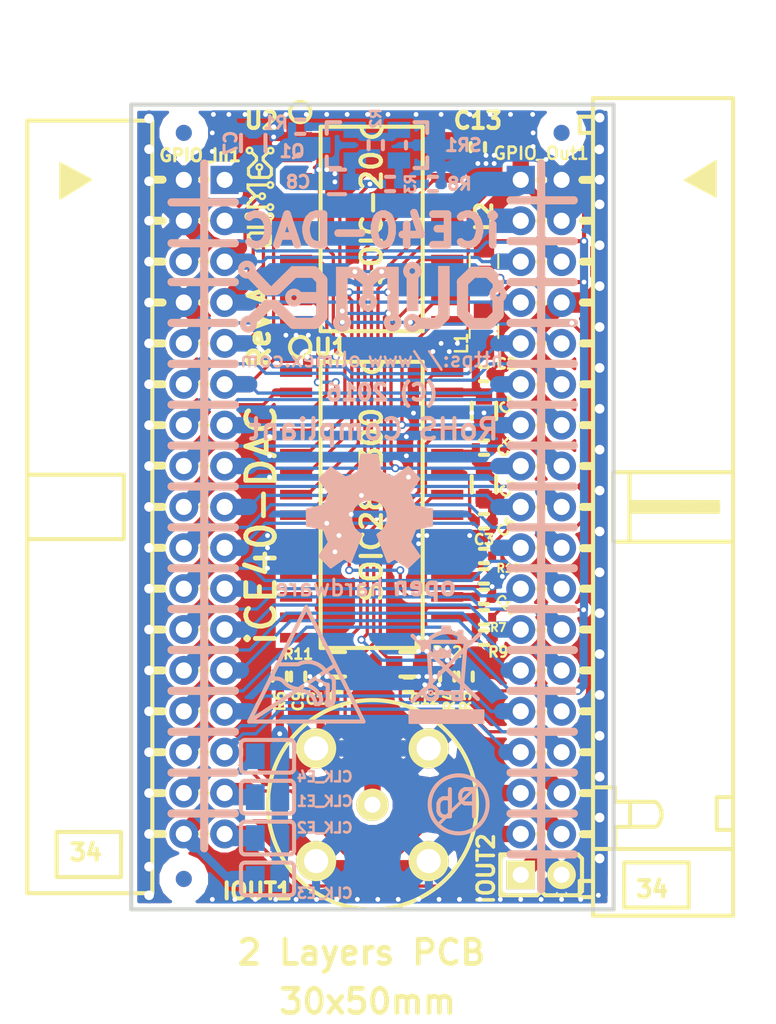
<source format=kicad_pcb>
(kicad_pcb (version 4) (host pcbnew 4.0.1-3.201512221401+6198~38~ubuntu15.10.1-stable)
  (layers (0 F.Cu signal) (31 B.Cu signal) (34 B.Paste user hide) (35 F.Paste user hide) (36 B.SilkS user hide) (37 F.SilkS user) (38 B.Mask user hide) (39 F.Mask user hide) (44 Edge.Cuts user))
  (net 0 "")
  (net 1 GND)
  (net 2 +5V)
  (net 3 +3V3)
  (net 4 /PIO3_1A)
  (net 5 /PIO3_1B)
  (net 6 /PIO3_2A)
  (net 7 /LED1)
  (net 8 /LED2)
  (net 9 /PIO3_2B)
  (net 10 /PIO2_1)
  (net 11 /PIO3_3A)
  (net 12 /PIO2_2)
  (net 13 /PIO3_3B)
  (net 14 /PIO2_3)
  (net 15 /PIO3_5A)
  (net 16 /PIO2_4)
  (net 17 /PIO3_5B)
  (net 18 /PIO2_7)
  (net 19 /PIO3_7B)
  (net 20 /PIO3_12A)
  (net 21 /PIO3_10A)
  (net 22 /PIO3_12B)
  (net 23 /PIO3_10B)
  (net 24 /PIO3_8B)
  (net 25 /PIO3_8A)
  (net 26 /PIO2_5)
  (net 27 /PIO2_6)
  (net 28 /PIO3_6B)
  (net 29 /PIO3_6A)
  (net 30 /EXTCLK)
  (net 31 /PIO2_9/RxD)
  (net 32 /PIO2_8/TxD)
  (net 33 "Net-(C1-Pad2)")
  (net 34 "Net-(Q1-Pad1)")
  (net 35 "Net-(C3-Pad1)")
  (net 36 "Net-(C3-Pad2)")
  (net 37 "Net-(C6-Pad1)")
  (net 38 /EXTIO)
  (net 39 "Net-(C9-Pad1)")
  (net 40 /IOUT1)
  (net 41 /IOUT2)
  (net 42 /DAC_CLK)
  (net 43 /MODE)
  (net 44 "Net-(R3-Pad2)")
  (net 45 "Net-(R7-Pad1)")
  (net 46 "Net-(R10-Pad1)")
  (net 47 "Net-(U1-Pad1)")
  (net 48 "Net-(U1-Pad2)")
  (net 49 "Net-(U1-Pad3)")
  (net 50 "Net-(U1-Pad4)")
  (net 51 "Net-(U1-Pad5)")
  (net 52 "Net-(U1-Pad6)")
  (net 53 "Net-(U1-Pad7)")
  (net 54 "Net-(U1-Pad8)")
  (net 55 "Net-(U1-Pad9)")
  (net 56 "Net-(U1-Pad10)")
  (net 57 "Net-(U1-Pad11)")
  (net 58 "Net-(U1-Pad12)")
  (net 59 "Net-(U1-Pad13)")
  (net 60 "Net-(U1-Pad14)")
  (module OLIMEX_Connectors-FP:BH34R (layer F.Cu) (at 150.495 94.996 270)
    (fp_text reference GPIO_Out1 (at -21.971 0 360) (layer F.SilkS) (effects (font (size 0.762 0.762) (thickness 0.15875))))
    (fp_text value BH34R)
    (fp_text user 34 (at 23.749 -6.9088 360) (layer F.SilkS) (effects (font (size 1.016 1.016) (thickness 0.254))))
    (pad 1 thru_hole rect (at -20.32 1.27 270) (size 1.75 1.75) (drill 1) (layers *.Cu *.Mask) (net 2 +5V))
    (pad 2 thru_hole circle (at -20.32 -1.27 270) (size 1.8 1.8) (drill 1) (layers *.Cu *.Mask) (net 1 GND))
    (pad 3 thru_hole circle (at -17.78 1.27 270) (size 1.8 1.8) (drill 1) (layers *.Cu *.Mask) (net 3 +3V3))
    (pad 4 thru_hole circle (at -17.78 -1.27 270) (size 1.8 1.8) (drill 1) (layers *.Cu *.Mask) (net 1 GND))
    (pad 5 thru_hole circle (at -15.24 1.27 270) (size 1.8 1.8) (drill 1) (layers *.Cu *.Mask) (net 4 /PIO3_1A))
    (pad 6 thru_hole circle (at -15.24 -1.27 270) (size 1.8 1.8) (drill 1) (layers *.Cu *.Mask) (net 30 /EXTCLK))
    (pad 7 thru_hole circle (at -12.7 1.27 270) (size 1.8 1.8) (drill 1) (layers *.Cu *.Mask) (net 5 /PIO3_1B))
    (pad 8 thru_hole circle (at -12.7 -1.27 270) (size 1.8 1.8) (drill 1) (layers *.Cu *.Mask) (net 1 GND))
    (pad 9 thru_hole circle (at -10.16 1.27 270) (size 1.8 1.8) (drill 1) (layers *.Cu *.Mask) (net 6 /PIO3_2A))
    (pad 10 thru_hole circle (at -10.16 -1.27 270) (size 1.8 1.8) (drill 1) (layers *.Cu *.Mask) (net 7 /LED1))
    (pad 12 thru_hole circle (at -7.62 -1.27 270) (size 1.8 1.8) (drill 1) (layers *.Cu *.Mask) (net 8 /LED2))
    (pad 11 thru_hole circle (at -7.62 1.27 270) (size 1.8 1.8) (drill 1) (layers *.Cu *.Mask) (net 9 /PIO3_2B))
    (pad 14 thru_hole circle (at -5.08 -1.27 270) (size 1.8 1.8) (drill 1) (layers *.Cu *.Mask) (net 31 /PIO2_9/RxD))
    (pad 13 thru_hole circle (at -5.08 1.27 270) (size 1.8 1.8) (drill 1) (layers *.Cu *.Mask) (net 11 /PIO3_3A))
    (pad 16 thru_hole circle (at -2.54 -1.27 270) (size 1.8 1.8) (drill 1) (layers *.Cu *.Mask) (net 32 /PIO2_8/TxD))
    (pad 15 thru_hole circle (at -2.54 1.27 270) (size 1.8 1.8) (drill 1) (layers *.Cu *.Mask) (net 13 /PIO3_3B))
    (pad 18 thru_hole circle (at 0 -1.27 270) (size 1.8 1.8) (drill 1) (layers *.Cu *.Mask) (net 18 /PIO2_7))
    (pad 17 thru_hole circle (at 0 1.27 270) (size 1.8 1.8) (drill 1) (layers *.Cu *.Mask) (net 15 /PIO3_5A))
    (pad 20 thru_hole circle (at 2.54 -1.27 270) (size 1.8 1.8) (drill 1) (layers *.Cu *.Mask) (net 27 /PIO2_6))
    (pad 19 thru_hole circle (at 2.54 1.27 270) (size 1.8 1.8) (drill 1) (layers *.Cu *.Mask) (net 17 /PIO3_5B))
    (pad 26 thru_hole circle (at 10.16 -1.27 270) (size 1.8 1.8) (drill 1) (layers *.Cu *.Mask) (net 14 /PIO2_3))
    (pad 25 thru_hole circle (at 10.16 1.27 270) (size 1.8 1.8) (drill 1) (layers *.Cu *.Mask) (net 19 /PIO3_7B))
    (pad 34 thru_hole circle (at 20.32 -1.27 270) (size 1.8 1.8) (drill 1) (layers *.Cu *.Mask) (net 20 /PIO3_12A))
    (pad 31 thru_hole circle (at 17.78 1.27 270) (size 1.8 1.8) (drill 1) (layers *.Cu *.Mask) (net 21 /PIO3_10A))
    (pad 32 thru_hole circle (at 17.78 -1.27 270) (size 1.8 1.8) (drill 1) (layers *.Cu *.Mask) (net 22 /PIO3_12B))
    (pad 33 thru_hole circle (at 20.32 1.27 270) (size 1.8 1.8) (drill 1) (layers *.Cu *.Mask) (net 23 /PIO3_10B))
    (pad 29 thru_hole circle (at 15.24 1.27 270) (size 1.8 1.8) (drill 1) (layers *.Cu *.Mask) (net 24 /PIO3_8B))
    (pad 28 thru_hole circle (at 12.7 -1.27 270) (size 1.8 1.8) (drill 1) (layers *.Cu *.Mask) (net 12 /PIO2_2))
    (pad 30 thru_hole circle (at 15.24 -1.27 270) (size 1.8 1.8) (drill 1) (layers *.Cu *.Mask) (net 10 /PIO2_1))
    (pad 27 thru_hole circle (at 12.7 1.27 270) (size 1.8 1.8) (drill 1) (layers *.Cu *.Mask) (net 25 /PIO3_8A))
    (pad 22 thru_hole circle (at 5.08 -1.27 270) (size 1.8 1.8) (drill 1) (layers *.Cu *.Mask) (net 26 /PIO2_5))
    (pad 24 thru_hole circle (at 7.62 -1.27 270) (size 1.8 1.8) (drill 1) (layers *.Cu *.Mask) (net 16 /PIO2_4))
    (pad 23 thru_hole circle (at 7.62 1.27 270) (size 1.8 1.8) (drill 1) (layers *.Cu *.Mask) (net 28 /PIO3_6B))
    (pad 21 thru_hole circle (at 5.08 1.27 270) (size 1.8 1.8) (drill 1) (layers *.Cu *.Mask) (net 29 /PIO3_6A))
  )
  (module OLIMEX_RLC-FP:C_0603_5MIL_DWS (layer F.Cu) (at 146.939 89.027 90)
    (fp_text reference C1 (at 0.381 1.524 405) (layer F.SilkS) (effects (font (size 0.635 0.635) (thickness 0.15875))))
    (fp_text value 22uF/6.3V/0603)
    (pad 1 smd rect (at -0.889 0 90) (size 1.016 1.016) (layers F.Cu F.Paste F.Mask) (net 1 GND) (clearance 0.0508))
    (pad 2 smd rect (at 0.889 0 90) (size 1.016 1.016) (layers F.Cu F.Paste F.Mask) (net 33 "Net-(C1-Pad2)") (clearance 0.0508))
  )
  (module OLIMEX_RLC-FP:C_0603_5MIL_DWS (layer B.Cu) (at 137.795 74.803)
    (fp_text reference C8 (at -2.413 0) (layer B.SilkS) (effects (font (size 0.762 0.762) (thickness 0.1905)) (justify mirror)))
    (fp_text value "NA(22uF/6.3V/0603)")
    (pad 1 smd rect (at -0.889 0) (size 1.016 1.016) (layers B.Cu B.Paste B.Mask) (net 1 GND) (clearance 0.0508))
    (pad 2 smd rect (at 0.889 0) (size 1.016 1.016) (layers B.Cu B.Paste B.Mask) (net 38 /EXTIO) (clearance 0.0508))
  )
  (module OLIMEX_RLC-FP:C_0402_5MIL_DWS (layer F.Cu) (at 142.24 106.045 180)
    (fp_text reference C12 (at -1.016 -0.889 180) (layer F.SilkS) (effects (font (size 0.635 0.635) (thickness 0.15875))))
    (fp_text value NA)
    (pad 1 smd rect (at -0.508 0) (size 0.5 0.55) (layers F.Cu F.Paste F.Mask) (net 1 GND))
    (pad 2 smd rect (at 0.508 0 180) (size 0.5 0.55) (layers F.Cu F.Paste F.Mask) (net 41 /IOUT2))
  )
  (module OLIMEX_RLC-FP:R_0402_5MIL_DWS (layer B.Cu) (at 135.509 71.374 180)
    (fp_text reference R1 (at 1.524 0.254 180) (layer B.SilkS) (effects (font (size 0.762 0.762) (thickness 0.1905)) (justify mirror)))
    (fp_text value NA)
    (pad 1 smd rect (at -0.508 0) (size 0.5 0.55) (layers B.Cu B.Paste B.Mask) (net 34 "Net-(Q1-Pad1)"))
    (pad 2 smd rect (at 0.508 0 180) (size 0.5 0.55) (layers B.Cu B.Paste B.Mask) (net 2 +5V))
  )
  (module OLIMEX_RLC-FP:R_0402_5MIL_DWS (layer B.Cu) (at 140.208 72.517 270)
    (fp_text reference R2 (at -1.651 0 450) (layer B.SilkS) (effects (font (size 0.635 0.635) (thickness 0.15875)) (justify mirror)))
    (fp_text value NA)
    (pad 1 smd rect (at -0.508 0 90) (size 0.5 0.55) (layers B.Cu B.Paste B.Mask) (net 34 "Net-(Q1-Pad1)"))
    (pad 2 smd rect (at 0.508 0 270) (size 0.5 0.55) (layers B.Cu B.Paste B.Mask) (net 38 /EXTIO))
  )
  (module OLIMEX_RLC-FP:R_0402_5MIL_DWS (layer B.Cu) (at 141.097 74.93)
    (fp_text reference R3 (at 1.27 0 90) (layer B.SilkS) (effects (font (size 0.635 0.635) (thickness 0.15875)) (justify mirror)))
    (fp_text value NA)
    (pad 1 smd rect (at -0.508 0 180) (size 0.5 0.55) (layers B.Cu B.Paste B.Mask) (net 38 /EXTIO))
    (pad 2 smd rect (at 0.508 0) (size 0.5 0.55) (layers B.Cu B.Paste B.Mask) (net 44 "Net-(R3-Pad2)"))
  )
  (module OLIMEX_RLC-FP:R_0402_5MIL_DWS (layer F.Cu) (at 144.653 105.537 90)
    (fp_text reference R4 (at -1.524 0.127 270) (layer F.SilkS) (effects (font (size 0.635 0.635) (thickness 0.15875))))
    (fp_text value 10k)
    (pad 1 smd rect (at -0.508 0 270) (size 0.5 0.55) (layers F.Cu F.Paste F.Mask) (net 1 GND))
    (pad 2 smd rect (at 0.508 0 90) (size 0.5 0.55) (layers F.Cu F.Paste F.Mask) (net 43 /MODE))
  )
  (module OLIMEX_RLC-FP:R_0402_5MIL_DWS (layer F.Cu) (at 145.796 105.537 90)
    (fp_text reference R5 (at -1.524 0 270) (layer F.SilkS) (effects (font (size 0.635 0.635) (thickness 0.15875))))
    (fp_text value NA)
    (pad 1 smd rect (at -0.508 0 270) (size 0.5 0.55) (layers F.Cu F.Paste F.Mask) (net 2 +5V))
    (pad 2 smd rect (at 0.508 0 90) (size 0.5 0.55) (layers F.Cu F.Paste F.Mask) (net 43 /MODE))
  )
  (module OLIMEX_RLC-FP:R_0402_5MIL_DWS (layer F.Cu) (at 134.239 105.537 90)
    (fp_text reference R6 (at -1.524 0 270) (layer F.SilkS) (effects (font (size 0.635 0.635) (thickness 0.15875))))
    (fp_text value 22R)
    (pad 1 smd rect (at -0.508 0 270) (size 0.5 0.55) (layers F.Cu F.Paste F.Mask) (net 42 /DAC_CLK))
    (pad 2 smd rect (at 0.508 0 90) (size 0.5 0.55) (layers F.Cu F.Paste F.Mask) (net 39 "Net-(C9-Pad1)"))
  )
  (module OLIMEX_RLC-FP:R_0402_5MIL_DWS (layer F.Cu) (at 146.939 101.854)
    (fp_text reference R7 (at 0.889 0.635 180) (layer F.SilkS) (effects (font (size 0.508 0.508) (thickness 0.127))))
    (fp_text value NA)
    (pad 1 smd rect (at -0.508 0 180) (size 0.5 0.55) (layers F.Cu F.Paste F.Mask) (net 45 "Net-(R7-Pad1)"))
    (pad 2 smd rect (at 0.508 0) (size 0.5 0.55) (layers F.Cu F.Paste F.Mask) (net 2 +5V))
  )
  (module OLIMEX_RLC-FP:R_0402_5MIL_DWS (layer B.Cu) (at 143.764 74.93)
    (fp_text reference R8 (at 1.651 0) (layer B.SilkS) (effects (font (size 0.762 0.762) (thickness 0.1905)) (justify mirror)))
    (fp_text value NA)
    (pad 1 smd rect (at -0.508 0 180) (size 0.5 0.55) (layers B.Cu B.Paste B.Mask) (net 44 "Net-(R3-Pad2)"))
    (pad 2 smd rect (at 0.508 0) (size 0.5 0.55) (layers B.Cu B.Paste B.Mask) (net 1 GND))
  )
  (module OLIMEX_RLC-FP:R_0402_5MIL_DWS (layer F.Cu) (at 146.939 103.124)
    (fp_text reference R9 (at 0.889 0.889) (layer F.SilkS) (effects (font (size 0.635 0.635) (thickness 0.15875))))
    (fp_text value 10k)
    (pad 1 smd rect (at -0.508 0 180) (size 0.5 0.55) (layers F.Cu F.Paste F.Mask) (net 45 "Net-(R7-Pad1)"))
    (pad 2 smd rect (at 0.508 0) (size 0.5 0.55) (layers F.Cu F.Paste F.Mask) (net 1 GND))
  )
  (module OLIMEX_RLC-FP:C_0402_5MIL_DWS (layer F.Cu) (at 146.939 86.741 180)
    (fp_text reference C2 (at -1.397 0.635 180) (layer F.SilkS) (effects (font (size 0.635 0.635) (thickness 0.15875))))
    (fp_text value 100nF)
    (pad 1 smd rect (at -0.508 0) (size 0.5 0.55) (layers F.Cu F.Paste F.Mask) (net 1 GND))
    (pad 2 smd rect (at 0.508 0 180) (size 0.5 0.55) (layers F.Cu F.Paste F.Mask) (net 33 "Net-(C1-Pad2)"))
  )
  (module OLIMEX_RLC-FP:C_0603_5MIL_DWS (layer F.Cu) (at 146.939 93.599 90)
    (fp_text reference C4 (at -0.254 1.524 405) (layer F.SilkS) (effects (font (size 0.635 0.635) (thickness 0.15875))))
    (fp_text value 22uF/6.3V/0603)
    (pad 1 smd rect (at -0.889 0 90) (size 1.016 1.016) (layers F.Cu F.Paste F.Mask) (net 1 GND) (clearance 0.0508))
    (pad 2 smd rect (at 0.889 0 90) (size 1.016 1.016) (layers F.Cu F.Paste F.Mask) (net 36 "Net-(C3-Pad2)") (clearance 0.0508))
  )
  (module OLIMEX_RLC-FP:C_0402_5MIL_DWS (layer F.Cu) (at 146.939 91.313 180)
    (fp_text reference C5 (at -1.397 0 225) (layer F.SilkS) (effects (font (size 0.635 0.635) (thickness 0.15875))))
    (fp_text value 100nF)
    (pad 1 smd rect (at -0.508 0) (size 0.5 0.55) (layers F.Cu F.Paste F.Mask) (net 1 GND))
    (pad 2 smd rect (at 0.508 0 180) (size 0.5 0.55) (layers F.Cu F.Paste F.Mask) (net 36 "Net-(C3-Pad2)"))
  )
  (module OLIMEX_RLC-FP:C_0402_5MIL_DWS (layer F.Cu) (at 146.939 95.885)
    (fp_text reference C6 (at 1.397 0.381 225) (layer F.SilkS) (effects (font (size 0.635 0.635) (thickness 0.15875))))
    (fp_text value 100nF)
    (pad 1 smd rect (at -0.508 0 180) (size 0.5 0.55) (layers F.Cu F.Paste F.Mask) (net 37 "Net-(C6-Pad1)"))
    (pad 2 smd rect (at 0.508 0) (size 0.5 0.55) (layers F.Cu F.Paste F.Mask) (net 1 GND))
  )
  (module OLIMEX_RLC-FP:C_0402_5MIL_DWS (layer F.Cu) (at 146.939 100.584)
    (fp_text reference C10 (at 1.397 0.508 315) (layer F.SilkS) (effects (font (size 0.508 0.508) (thickness 0.127))))
    (fp_text value 100nF)
    (pad 1 smd rect (at -0.508 0 180) (size 0.5 0.55) (layers F.Cu F.Paste F.Mask) (net 38 /EXTIO))
    (pad 2 smd rect (at 0.508 0) (size 0.5 0.55) (layers F.Cu F.Paste F.Mask) (net 1 GND))
  )
  (module OLIMEX_RLC-FP:L_0805_5MIL_DWS (layer F.Cu) (at 146.939 84.074 90)
    (fp_text reference L1 (at -0.762 -1.397 270) (layer F.SilkS) (effects (font (size 0.762 0.762) (thickness 0.15875))))
    (fp_text value FB0805/600R/2A)
    (pad 2 smd rect (at 1.016 0 90) (size 1.524 1.27) (layers F.Cu F.Paste F.Mask) (net 2 +5V) (clearance 0.0508))
    (pad 1 smd rect (at -1.016 0 90) (size 1.524 1.27) (layers F.Cu F.Paste F.Mask) (net 33 "Net-(C1-Pad2)") (clearance 0.0508))
  )
  (module OLIMEX_IC-FP:SOT-23 (layer B.Cu) (at 142.748 72.517 180)
    (fp_text reference SR1 (at -2.921 0 180) (layer B.SilkS) (effects (font (size 0.762 0.762) (thickness 0.1905)) (justify mirror)))
    (fp_text value "NA(TLV431BSN1T1G(SOT23-3))")
    (pad 1 smd rect (at 1.1 -0.95 90) (size 1 1.4) (layers B.Cu B.Paste B.Mask) (net 44 "Net-(R3-Pad2)"))
    (pad 2 smd rect (at 1.1 0.95 90) (size 1 1.4) (layers B.Cu B.Paste B.Mask) (net 34 "Net-(Q1-Pad1)"))
    (pad 3 smd rect (at -1.1 0 90) (size 1 1.4) (layers B.Cu B.Paste B.Mask) (net 1 GND))
  )
  (module OLIMEX_RLC-FP:C_0402_5MIL_DWS (layer F.Cu) (at 146.939 98.044)
    (fp_text reference C3 (at 0 -1.016) (layer F.SilkS) (effects (font (size 0.635 0.635) (thickness 0.15875))))
    (fp_text value 100nF)
    (pad 1 smd rect (at -0.508 0 180) (size 0.5 0.55) (layers F.Cu F.Paste F.Mask) (net 35 "Net-(C3-Pad1)"))
    (pad 2 smd rect (at 0.508 0) (size 0.5 0.55) (layers F.Cu F.Paste F.Mask) (net 36 "Net-(C3-Pad2)"))
  )
  (module OLIMEX_RLC-FP:C_0402_5MIL_DWS (layer F.Cu) (at 135.382 105.537 270)
    (fp_text reference C9 (at 1.524 0 270) (layer F.SilkS) (effects (font (size 0.635 0.635) (thickness 0.15875))))
    (fp_text value NA)
    (pad 1 smd rect (at -0.508 0 90) (size 0.5 0.55) (layers F.Cu F.Paste F.Mask) (net 39 "Net-(C9-Pad1)"))
    (pad 2 smd rect (at 0.508 0 270) (size 0.5 0.55) (layers F.Cu F.Paste F.Mask) (net 1 GND))
  )
  (module OLIMEX_RLC-FP:C_0402_5MIL_DWS (layer F.Cu) (at 137.795 106.045)
    (fp_text reference C11 (at -1.016 0.889 180) (layer F.SilkS) (effects (font (size 0.635 0.635) (thickness 0.15875))))
    (fp_text value NA)
    (pad 1 smd rect (at -0.508 0 180) (size 0.5 0.55) (layers F.Cu F.Paste F.Mask) (net 1 GND))
    (pad 2 smd rect (at 0.508 0) (size 0.5 0.55) (layers F.Cu F.Paste F.Mask) (net 40 /IOUT1))
  )
  (module OLIMEX_Jumpers-FP:SJ (layer B.Cu) (at 133.477 113.03 180)
    (fp_text reference CLK_E1 (at -3.556 -0.254 180) (layer B.SilkS) (effects (font (size 0.635 0.635) (thickness 0.15875)) (justify mirror)))
    (fp_text value Soldered)
    (pad 1 smd rect (at -0.762 0 180) (size 1.1684 1.6002) (layers B.Cu B.Mask) (net 42 /DAC_CLK) (clearance 0.0508))
    (pad 1 smd rect (at -0.762 0 180) (size 1.1684 1.6002) (layers B.Cu B.Mask) (net 42 /DAC_CLK))
    (pad 2 smd rect (at 0.762 0 180) (size 1.1684 1.6002) (layers B.Cu B.Mask) (net 21 /PIO3_10A) (clearance 0.0508))
  )
  (module OLIMEX_Jumpers-FP:SJ (layer B.Cu) (at 133.477 115.57 180)
    (fp_text reference CLK_E2 (at -3.556 0.635 180) (layer B.SilkS) (effects (font (size 0.635 0.635) (thickness 0.15875)) (justify mirror)))
    (fp_text value Opened)
    (pad 1 smd rect (at -0.762 0 180) (size 1.1684 1.6002) (layers B.Cu B.Mask) (net 42 /DAC_CLK) (clearance 0.0508))
    (pad 1 smd rect (at -0.762 0 180) (size 1.1684 1.6002) (layers B.Cu B.Mask) (net 42 /DAC_CLK))
    (pad 2 smd rect (at 0.762 0 180) (size 1.1684 1.6002) (layers B.Cu B.Mask) (net 23 /PIO3_10B) (clearance 0.0508))
  )
  (module OLIMEX_Jumpers-FP:SJ (layer B.Cu) (at 133.477 118.11 180)
    (fp_text reference CLK_E3 (at -3.556 -0.889 180) (layer B.SilkS) (effects (font (size 0.635 0.635) (thickness 0.15875)) (justify mirror)))
    (fp_text value Opened)
    (pad 1 smd rect (at -0.762 0 180) (size 1.1684 1.6002) (layers B.Cu B.Mask) (net 42 /DAC_CLK) (clearance 0.0508))
    (pad 1 smd rect (at -0.762 0 180) (size 1.1684 1.6002) (layers B.Cu B.Mask) (net 42 /DAC_CLK))
    (pad 2 smd rect (at 0.762 0 180) (size 1.1684 1.6002) (layers B.Cu B.Mask) (net 20 /PIO3_12A) (clearance 0.0508))
  )
  (module OLIMEX_Jumpers-FP:SJ (layer B.Cu) (at 133.477 110.49 180)
    (fp_text reference CLK_E4 (at -3.556 -1.27 180) (layer B.SilkS) (effects (font (size 0.635 0.635) (thickness 0.15875)) (justify mirror)))
    (fp_text value Opened)
    (pad 1 smd rect (at -0.762 0 180) (size 1.1684 1.6002) (layers B.Cu B.Mask) (net 42 /DAC_CLK) (clearance 0.0508))
    (pad 1 smd rect (at -0.762 0 180) (size 1.1684 1.6002) (layers B.Cu B.Mask) (net 42 /DAC_CLK))
    (pad 2 smd rect (at 0.762 0 180) (size 1.1684 1.6002) (layers B.Cu B.Mask) (net 22 /PIO3_12B) (clearance 0.0508))
  )
  (module OLIMEX_Connectors-FP:BNC-JD11-50-LF_1-IN_2-GND (layer F.Cu) (at 140 113.5)
    (fp_text reference IOUT1 (at -7.158 5.372) (layer F.SilkS) (effects (font (thickness 0.25))))
    (fp_text value BNC-JD11-50-LF)
    (pad 2 thru_hole circle (at -3.5 3.5) (size 2.5 2.5) (drill 1.5) (layers *.Cu *.Mask B.Adhes F.SilkS) (net 1 GND))
    (pad 2 thru_hole circle (at -3.5 -3.5) (size 2.5 2.5) (drill 1.5) (layers *.Cu *.Mask B.Adhes F.SilkS) (net 1 GND))
    (pad 2 thru_hole circle (at 3.5 -3.5) (size 2.5 2.5) (drill 1.5) (layers *.Cu *.Mask B.Adhes F.SilkS) (net 1 GND))
    (pad 1 thru_hole circle (at 0 0) (size 2 2) (drill 1) (layers *.Cu *.Mask B.Adhes F.SilkS) (net 40 /IOUT1))
    (pad 2 thru_hole circle (at 3.5 3.5) (size 2.5 2.5) (drill 1.5) (layers *.Cu *.Mask B.Adhes F.SilkS) (net 1 GND))
  )
  (module OLIMEX_RLC-FP:L_0805_5MIL_DWS (layer F.Cu) (at 146.939 79.756 270)
    (fp_text reference L2 (at -2.794 0 270) (layer F.SilkS) (effects (font (size 1.016 1.016) (thickness 0.254))))
    (fp_text value FB0805/600R/2A)
    (pad 2 smd rect (at 1.016 0 270) (size 1.524 1.27) (layers F.Cu F.Paste F.Mask) (net 36 "Net-(C3-Pad2)") (clearance 0.0508))
    (pad 1 smd rect (at -1.016 0 270) (size 1.524 1.27) (layers F.Cu F.Paste F.Mask) (net 2 +5V) (clearance 0.0508))
  )
  (module OLIMEX_RLC-FP:R_0402_5MIL_DWS (layer F.Cu) (at 146.939 99.314)
    (fp_text reference R10 (at 1.524 -0.508) (layer F.SilkS) (effects (font (size 0.508 0.508) (thickness 0.127))))
    (fp_text value 2k/1%)
    (pad 1 smd rect (at -0.508 0 180) (size 0.5 0.55) (layers F.Cu F.Paste F.Mask) (net 46 "Net-(R10-Pad1)"))
    (pad 2 smd rect (at 0.508 0) (size 0.5 0.55) (layers F.Cu F.Paste F.Mask) (net 1 GND))
  )
  (module OLIMEX_RLC-FP:R_0603_5MIL_DWS (layer F.Cu) (at 137.795 104.775 180)
    (fp_text reference R11 (at 2.413 0.635 180) (layer F.SilkS) (effects (font (size 0.635 0.635) (thickness 0.15875))))
    (fp_text value 49.9R/1%)
    (pad 1 smd rect (at -0.889 0 180) (size 1.016 1.016) (layers F.Cu F.Paste F.Mask) (net 40 /IOUT1))
    (pad 2 smd rect (at 0.889 0 180) (size 1.016 1.016) (layers F.Cu F.Paste F.Mask) (net 1 GND))
  )
  (module OLIMEX_RLC-FP:R_0603_5MIL_DWS (layer F.Cu) (at 142.24 104.775)
    (fp_text reference R12 (at 2.413 -0.762) (layer F.SilkS) (effects (font (size 0.635 0.635) (thickness 0.15875))))
    (fp_text value 49.9R/1%)
    (pad 1 smd rect (at -0.889 0) (size 1.016 1.016) (layers F.Cu F.Paste F.Mask) (net 41 /IOUT2))
    (pad 2 smd rect (at 0.889 0) (size 1.016 1.016) (layers F.Cu F.Paste F.Mask) (net 1 GND))
  )
  (module OLIMEX_RLC-FP:C_0402_5MIL_DWS (layer F.Cu) (at 146.558 72.644 270)
    (fp_text reference C13 (at -1.651 0 360) (layer F.SilkS) (effects (font (size 1.016 1.016) (thickness 0.254))))
    (fp_text value 100nF)
    (pad 1 smd rect (at -0.508 0 90) (size 0.5 0.55) (layers F.Cu F.Paste F.Mask) (net 2 +5V))
    (pad 2 smd rect (at 0.508 0 270) (size 0.5 0.55) (layers F.Cu F.Paste F.Mask) (net 1 GND))
  )
  (module OLIMEX_IC-FP:SOIC20_300mil (layer F.Cu) (at 139.954 77.724 270)
    (fp_text reference U2 (at -6.731 6.858 360) (layer F.SilkS) (effects (font (size 1.016 1.016) (thickness 0.254))))
    (fp_text value "SN74ACT244DWR(SOIC-20)")
    (fp_text user SOIC-20 (at -0.635 0 270) (layer F.SilkS) (effects (font (size 1.27 1.27) (thickness 0.254))))
    (pad 1 smd rect (at -5.715 4.7) (size 2 0.6) (layers F.Cu F.Paste F.Mask) (net 1 GND))
    (pad 2 smd rect (at -4.445 4.7) (size 2 0.6) (layers F.Cu F.Paste F.Mask) (net 4 /PIO3_1A))
    (pad 3 smd rect (at -3.175 4.7) (size 2 0.6) (layers F.Cu F.Paste F.Mask) (net 47 "Net-(U1-Pad1)"))
    (pad 4 smd rect (at -1.905 4.7) (size 2 0.6) (layers F.Cu F.Paste F.Mask) (net 5 /PIO3_1B))
    (pad 5 smd rect (at -0.635 4.7) (size 2 0.6) (layers F.Cu F.Paste F.Mask) (net 48 "Net-(U1-Pad2)"))
    (pad 6 smd rect (at 0.635 4.7) (size 2 0.6) (layers F.Cu F.Paste F.Mask) (net 6 /PIO3_2A))
    (pad 7 smd rect (at 1.905 4.7) (size 2 0.6) (layers F.Cu F.Paste F.Mask) (net 49 "Net-(U1-Pad3)"))
    (pad 8 smd rect (at 3.175 4.7) (size 2 0.6) (layers F.Cu F.Paste F.Mask) (net 9 /PIO3_2B))
    (pad 9 smd rect (at 4.445 4.7) (size 2 0.6) (layers F.Cu F.Paste F.Mask) (net 50 "Net-(U1-Pad4)"))
    (pad 10 smd rect (at 5.715 4.7) (size 2 0.6) (layers F.Cu F.Paste F.Mask) (net 1 GND))
    (pad 11 smd rect (at 5.715 -4.7) (size 2 0.6) (layers F.Cu F.Paste F.Mask) (net 11 /PIO3_3A))
    (pad 12 smd rect (at 4.445 -4.7) (size 2 0.6) (layers F.Cu F.Paste F.Mask) (net 51 "Net-(U1-Pad5)"))
    (pad 13 smd rect (at 3.175 -4.7) (size 2 0.6) (layers F.Cu F.Paste F.Mask) (net 13 /PIO3_3B))
    (pad 14 smd rect (at 1.905 -4.7) (size 2 0.6) (layers F.Cu F.Paste F.Mask) (net 52 "Net-(U1-Pad6)"))
    (pad 15 smd rect (at 0.635 -4.7) (size 2 0.6) (layers F.Cu F.Paste F.Mask) (net 15 /PIO3_5A))
    (pad 16 smd rect (at -0.635 -4.7) (size 2 0.6) (layers F.Cu F.Paste F.Mask) (net 53 "Net-(U1-Pad7)"))
    (pad 17 smd rect (at -1.905 -4.7) (size 2 0.6) (layers F.Cu F.Paste F.Mask) (net 17 /PIO3_5B))
    (pad 18 smd rect (at -3.175 -4.7) (size 2 0.6) (layers F.Cu F.Paste F.Mask) (net 54 "Net-(U1-Pad8)"))
    (pad 19 smd rect (at -4.445 -4.7) (size 2 0.6) (layers F.Cu F.Paste F.Mask) (net 1 GND))
    (pad 20 smd rect (at -5.715 -4.7) (size 2 0.6) (layers F.Cu F.Paste F.Mask) (net 2 +5V))
  )
  (module OLIMEX_Connectors-FP:HN1x2 (layer F.Cu) (at 150.495 117.856)
    (fp_text reference IOUT2 (at -3.429 -0.381 90) (layer F.SilkS) (effects (font (size 1.016 1.016) (thickness 0.22225))))
    (fp_text value "NA(HN1x2)")
    (pad 1 thru_hole rect (at -1.27 0) (size 1.778 1.778) (drill 1) (layers *.Cu *.Mask B.Adhes F.SilkS) (net 41 /IOUT2))
    (pad 2 thru_hole circle (at 1.27 0) (size 1.778 1.778) (drill 1) (layers *.Cu *.Mask B.Adhes F.SilkS) (net 1 GND))
  )
  (module OLIMEX_Other-FP:Fiducial1x3 (layer F.Cu) (at 128.27 118.11)
    (fp_text reference "" (at 0 3) (layer F.SilkS))
    (fp_text value "")
    (pad Fid1 connect circle (at 0 0) (size 1 1) (layers F.Cu F.Mask) (clearance 1.016))
  )
  (module OLIMEX_Other-FP:Fiducial1x3 (layer F.Cu) (at 128.27 71.755)
    (fp_text reference "" (at 0 3) (layer F.SilkS))
    (fp_text value "")
    (pad Fid1 connect circle (at 0 0) (size 1 1) (layers F.Cu F.Mask) (clearance 1.016))
  )
  (module OLIMEX_Other-FP:Fiducial1x3 (layer F.Cu) (at 151.765 71.755)
    (fp_text reference "" (at 0 3) (layer F.SilkS))
    (fp_text value "")
    (pad Fid1 connect circle (at 0 0) (size 1 1) (layers F.Cu F.Mask) (clearance 1.016))
  )
  (module OLIMEX_Other-FP:Fiducial1x3 (layer B.Cu) (at 128.27 71.755)
    (fp_text reference "" (at 0 -3) (layer B.SilkS) (effects (justify mirror)))
    (fp_text value "")
    (pad Fid1 connect circle (at 0 0) (size 1 1) (layers B.Cu B.Mask) (clearance 1.016))
  )
  (module OLIMEX_Other-FP:Fiducial1x3 (layer B.Cu) (at 151.765 71.755)
    (fp_text reference "" (at 0 -3) (layer B.SilkS) (effects (justify mirror)))
    (fp_text value "")
    (pad Fid1 connect circle (at 0 0) (size 1 1) (layers B.Cu B.Mask) (clearance 1.016))
  )
  (module OLIMEX_Other-FP:Fiducial1x3 (layer B.Cu) (at 128.27 118.11)
    (fp_text reference "" (at 0 -3) (layer B.SilkS) (effects (justify mirror)))
    (fp_text value "")
    (pad Fid1 connect circle (at 0 0) (size 1 1) (layers B.Cu B.Mask) (clearance 1.016))
  )
  (module OLIMEX_IC-FP:SOIC28-300 (layer F.Cu) (at 139.954 94.869 270)
    (fp_text reference U1 (at -9.779 2.54 360) (layer F.SilkS) (effects (font (size 1.016 1.016) (thickness 0.254))))
    (fp_text value "THS5641AIDW(SOIC28)")
    (fp_text user SOIC28-300 (at 0 0 270) (layer F.SilkS) (effects (font (size 1.27 1.27) (thickness 0.254))))
    (pad 1 smd rect (at -8.255 4.699) (size 2 0.6) (layers F.Cu F.Paste F.Mask) (net 47 "Net-(U1-Pad1)"))
    (pad 2 smd rect (at -6.985 4.699) (size 2 0.6) (layers F.Cu F.Paste F.Mask) (net 48 "Net-(U1-Pad2)"))
    (pad 3 smd rect (at -5.715 4.699) (size 2 0.6) (layers F.Cu F.Paste F.Mask) (net 49 "Net-(U1-Pad3)"))
    (pad 4 smd rect (at -4.445 4.699) (size 2 0.6) (layers F.Cu F.Paste F.Mask) (net 50 "Net-(U1-Pad4)"))
    (pad 5 smd rect (at -3.175 4.699) (size 2 0.6) (layers F.Cu F.Paste F.Mask) (net 51 "Net-(U1-Pad5)"))
    (pad 6 smd rect (at -1.905 4.699) (size 2 0.6) (layers F.Cu F.Paste F.Mask) (net 52 "Net-(U1-Pad6)"))
    (pad 7 smd rect (at -0.635 4.699) (size 2 0.6) (layers F.Cu F.Paste F.Mask) (net 53 "Net-(U1-Pad7)"))
    (pad 8 smd rect (at 0.635 4.699) (size 2 0.6) (layers F.Cu F.Paste F.Mask) (net 54 "Net-(U1-Pad8)"))
    (pad 9 smd rect (at 1.905 4.699) (size 2 0.6) (layers F.Cu F.Paste F.Mask) (net 55 "Net-(U1-Pad9)"))
    (pad 10 smd rect (at 3.175 4.699) (size 2 0.6) (layers F.Cu F.Paste F.Mask) (net 56 "Net-(U1-Pad10)"))
    (pad 11 smd rect (at 4.445 4.699) (size 2 0.6) (layers F.Cu F.Paste F.Mask) (net 57 "Net-(U1-Pad11)"))
    (pad 12 smd rect (at 5.715 4.699) (size 2 0.6) (layers F.Cu F.Paste F.Mask) (net 58 "Net-(U1-Pad12)"))
    (pad 13 smd rect (at 6.985 4.699) (size 2 0.6) (layers F.Cu F.Paste F.Mask) (net 59 "Net-(U1-Pad13)"))
    (pad 14 smd rect (at 8.255 4.699) (size 2 0.6) (layers F.Cu F.Paste F.Mask) (net 60 "Net-(U1-Pad14)"))
    (pad 15 smd rect (at 8.255 -4.699) (size 2 0.6) (layers F.Cu F.Paste F.Mask) (net 1 GND))
    (pad 16 smd rect (at 6.985 -4.699) (size 2 0.6) (layers F.Cu F.Paste F.Mask) (net 45 "Net-(R7-Pad1)"))
    (pad 17 smd rect (at 5.715 -4.699) (size 2 0.6) (layers F.Cu F.Paste F.Mask) (net 38 /EXTIO))
    (pad 18 smd rect (at 4.445 -4.699) (size 2 0.6) (layers F.Cu F.Paste F.Mask) (net 46 "Net-(R10-Pad1)"))
    (pad 19 smd rect (at 3.175 -4.699) (size 2 0.6) (layers F.Cu F.Paste F.Mask) (net 35 "Net-(C3-Pad1)"))
    (pad 20 smd rect (at 1.905 -4.699) (size 2 0.6) (layers F.Cu F.Paste F.Mask) (net 1 GND))
    (pad 21 smd rect (at 0.635 -4.699) (size 2 0.6) (layers F.Cu F.Paste F.Mask) (net 41 /IOUT2))
    (pad 22 smd rect (at -0.635 -4.699) (size 2 0.6) (layers F.Cu F.Paste F.Mask) (net 40 /IOUT1))
    (pad 23 smd rect (at -1.905 -4.699) (size 2 0.6) (layers F.Cu F.Paste F.Mask) (net 37 "Net-(C6-Pad1)"))
    (pad 24 smd rect (at -3.175 -4.699) (size 2 0.6) (layers F.Cu F.Paste F.Mask) (net 36 "Net-(C3-Pad2)"))
    (pad 25 smd rect (at -4.445 -4.699) (size 2 0.6) (layers F.Cu F.Paste F.Mask) (net 43 /MODE))
    (pad 26 smd rect (at -5.715 -4.699) (size 2 0.6) (layers F.Cu F.Paste F.Mask) (net 1 GND))
    (pad 27 smd rect (at -6.985 -4.699) (size 2 0.6) (layers F.Cu F.Paste F.Mask) (net 33 "Net-(C1-Pad2)"))
    (pad 28 smd rect (at -8.255 -4.699) (size 2 0.6) (layers F.Cu F.Paste F.Mask) (net 39 "Net-(C9-Pad1)"))
  )
  (module OLIMEX_LOGOs-FP:OLIMEX_LOGO_SMALL_TB (layer F.Cu) (at 132.969 75.819 90)
    (fp_text reference "" (at -1.2827 -14.4145 90) (layer F.SilkS) (effects (font (size 1.1 1.1) (thickness 0.254))))
    (fp_text value "")
  )
  (module OLIMEX_LOGOs-FP:LOGO_OPENHARDWARE_8x8 (layer B.Cu) (at 139.827 95.758 180)
    (fp_text reference "" hide)
    (fp_text value "" hide)
    (fp_text user hardware (at 2.51206 -4.2672 180) (layer B.SilkS) (effects (font (thickness 0.18)) (justify mirror)))
    (fp_text user open (at -3.40106 -4.17576 180) (layer B.SilkS) (effects (font (size 1.1 1.1) (thickness 0.254)) (justify mirror)))
  )
  (module OLIMEX_LOGOs-FP:LOGO_PBFREE (layer B.Cu) (at 145.161 113.792 180)
    (fp_text reference "" (at -0.2794 3.52552 180) (layer B.SilkS) (effects (justify mirror)))
    (fp_text value "")
    (fp_text user Pb (at -0.08636 0.33528 180) (layer B.SilkS) (effects (font (size 1.7 1.5) (thickness 0.254)) (justify mirror)))
  )
  (module OLIMEX_Connectors-FP:IDC34R_PCB (layer F.Cu) (at 129.54 94.996 90)
    (fp_text reference GPIO_In1 (at 21.844 -0.254 180) (layer F.SilkS) (effects (font (size 0.762 0.762) (thickness 0.1905))))
    (fp_text value IDC34R)
    (fp_text user 34 (at -21.463 -7.366 180) (layer F.SilkS) (effects (font (size 1.016 1.016) (thickness 0.254))))
    (pad 1 thru_hole rect (at 20.32 1.27 270) (size 1.75 1.75) (drill 1) (layers *.Cu *.Mask) (net 2 +5V))
    (pad 2 thru_hole circle (at 20.32 -1.27 270) (size 1.8 1.8) (drill 1) (layers *.Cu *.Mask) (net 1 GND))
    (pad 3 thru_hole circle (at 17.78 1.27 270) (size 1.8 1.8) (drill 1) (layers *.Cu *.Mask) (net 3 +3V3))
    (pad 4 thru_hole circle (at 17.78 -1.27 270) (size 1.8 1.8) (drill 1) (layers *.Cu *.Mask) (net 1 GND))
    (pad 5 thru_hole circle (at 15.24 1.27 270) (size 1.8 1.8) (drill 1) (layers *.Cu *.Mask) (net 4 /PIO3_1A))
    (pad 6 thru_hole circle (at 15.24 -1.27 270) (size 1.8 1.8) (drill 1) (layers *.Cu *.Mask) (net 30 /EXTCLK))
    (pad 7 thru_hole circle (at 12.7 1.27 270) (size 1.8 1.8) (drill 1) (layers *.Cu *.Mask) (net 5 /PIO3_1B))
    (pad 8 thru_hole circle (at 12.7 -1.27 270) (size 1.8 1.8) (drill 1) (layers *.Cu *.Mask) (net 1 GND))
    (pad 9 thru_hole circle (at 10.16 1.27 270) (size 1.8 1.8) (drill 1) (layers *.Cu *.Mask) (net 6 /PIO3_2A))
    (pad 10 thru_hole circle (at 10.16 -1.27 270) (size 1.8 1.8) (drill 1) (layers *.Cu *.Mask) (net 7 /LED1))
    (pad 12 thru_hole circle (at 7.62 -1.27 270) (size 1.8 1.8) (drill 1) (layers *.Cu *.Mask) (net 8 /LED2))
    (pad 11 thru_hole circle (at 7.62 1.27 270) (size 1.8 1.8) (drill 1) (layers *.Cu *.Mask) (net 9 /PIO3_2B))
    (pad 14 thru_hole circle (at 5.08 -1.27 270) (size 1.8 1.8) (drill 1) (layers *.Cu *.Mask) (net 31 /PIO2_9/RxD))
    (pad 13 thru_hole circle (at 5.08 1.27 270) (size 1.8 1.8) (drill 1) (layers *.Cu *.Mask) (net 11 /PIO3_3A))
    (pad 16 thru_hole circle (at 2.54 -1.27 270) (size 1.8 1.8) (drill 1) (layers *.Cu *.Mask) (net 32 /PIO2_8/TxD))
    (pad 15 thru_hole circle (at 2.54 1.27 270) (size 1.8 1.8) (drill 1) (layers *.Cu *.Mask) (net 13 /PIO3_3B))
    (pad 18 thru_hole circle (at 0 -1.27 270) (size 1.8 1.8) (drill 1) (layers *.Cu *.Mask) (net 18 /PIO2_7))
    (pad 17 thru_hole circle (at 0 1.27 270) (size 1.8 1.8) (drill 1) (layers *.Cu *.Mask) (net 15 /PIO3_5A))
    (pad 20 thru_hole circle (at -2.54 -1.27 270) (size 1.8 1.8) (drill 1) (layers *.Cu *.Mask) (net 27 /PIO2_6))
    (pad 19 thru_hole circle (at -2.54 1.27 270) (size 1.8 1.8) (drill 1) (layers *.Cu *.Mask) (net 17 /PIO3_5B))
    (pad 26 thru_hole circle (at -10.16 -1.27 270) (size 1.8 1.8) (drill 1) (layers *.Cu *.Mask) (net 14 /PIO2_3))
    (pad 25 thru_hole circle (at -10.16 1.27 270) (size 1.8 1.8) (drill 1) (layers *.Cu *.Mask) (net 19 /PIO3_7B))
    (pad 34 thru_hole circle (at -20.32 -1.27 270) (size 1.8 1.8) (drill 1) (layers *.Cu *.Mask) (net 20 /PIO3_12A))
    (pad 31 thru_hole circle (at -17.78 1.27 270) (size 1.8 1.8) (drill 1) (layers *.Cu *.Mask) (net 21 /PIO3_10A))
    (pad 32 thru_hole circle (at -17.78 -1.27 270) (size 1.8 1.8) (drill 1) (layers *.Cu *.Mask) (net 22 /PIO3_12B))
    (pad 33 thru_hole circle (at -20.32 1.27 270) (size 1.8 1.8) (drill 1) (layers *.Cu *.Mask) (net 23 /PIO3_10B))
    (pad 29 thru_hole circle (at -15.24 1.27 270) (size 1.8 1.8) (drill 1) (layers *.Cu *.Mask) (net 24 /PIO3_8B))
    (pad 28 thru_hole circle (at -12.7 -1.27 270) (size 1.8 1.8) (drill 1) (layers *.Cu *.Mask) (net 12 /PIO2_2))
    (pad 30 thru_hole circle (at -15.24 -1.27 270) (size 1.8 1.8) (drill 1) (layers *.Cu *.Mask) (net 10 /PIO2_1))
    (pad 27 thru_hole circle (at -12.7 1.27 270) (size 1.8 1.8) (drill 1) (layers *.Cu *.Mask) (net 25 /PIO3_8A))
    (pad 22 thru_hole circle (at -5.08 -1.27 270) (size 1.8 1.8) (drill 1) (layers *.Cu *.Mask) (net 26 /PIO2_5))
    (pad 24 thru_hole circle (at -7.62 -1.27 270) (size 1.8 1.8) (drill 1) (layers *.Cu *.Mask) (net 16 /PIO2_4))
    (pad 23 thru_hole circle (at -7.62 1.27 270) (size 1.8 1.8) (drill 1) (layers *.Cu *.Mask) (net 28 /PIO3_6B))
    (pad 21 thru_hole circle (at -5.08 1.27 270) (size 1.8 1.8) (drill 1) (layers *.Cu *.Mask) (net 29 /PIO3_6A))
  )
  (module OLIMEX_Transistors-FP:SOT23 (layer B.Cu) (at 137.795 72.517)
    (fp_text reference Q1 (at -2.794 0.381) (layer B.SilkS) (effects (font (size 0.762 0.762) (thickness 0.1905)) (justify mirror)))
    (fp_text value "NA(BC817-40(SOT-23))")
    (pad 3 smd rect (at -1.10236 -0.00254) (size 1.4 1) (layers B.Cu B.Paste B.Mask) (net 2 +5V) (clearance 0.0508))
    (pad 2 smd rect (at 1.10744 0.9525) (size 1.4 1) (layers B.Cu B.Paste B.Mask) (net 38 /EXTIO) (clearance 0.0508))
    (pad 1 smd rect (at 1.10744 -0.94996) (size 1.4 1) (layers B.Cu B.Paste B.Mask) (net 34 "Net-(Q1-Pad1)") (clearance 0.0508))
  )
  (module OLIMEX_LOGOs-FP:OLIMEX_LOGO_TB (layer B.Cu) (at 139.827 81.915 180)
    (fp_text reference "" hide)
    (fp_text value "" hide)
  )
  (module OLIMEX_LOGOs-FP:LOGO_ANTISTATIC_1 (layer B.Cu) (at 139.446 108.331 180)
    (fp_text reference Ref** hide)
    (fp_text value Val** hide)
  )
  (module OLIMEX_LOGOs-FP:LOGO_RECYCLEBIN_1 (layer B.Cu) (at 146.939 108.458 180)
    (fp_text reference "" hide)
    (fp_text value "" hide)
  )
  (module OLIMEX_RLC-FP:C_0603_5MIL_DWS (layer B.Cu) (at 132.588 72.39 270)
    (fp_text reference C7 (at 0 1.397 450) (layer B.SilkS) (effects (font (size 0.762 0.762) (thickness 0.1905)) (justify mirror)))
    (fp_text value "NA(22uF/6.3V/0603)")
    (pad 1 smd rect (at -0.889 0 270) (size 1.016 1.016) (layers B.Cu B.Paste B.Mask) (net 1 GND) (clearance 0.0508))
    (pad 2 smd rect (at 0.889 0 270) (size 1.016 1.016) (layers B.Cu B.Paste B.Mask) (net 2 +5V) (clearance 0.0508))
  )
  (gr_text "RoHS Compliant" (at 140.081 90.17) (layer B.SilkS) (effects (font (size 1.27 1.27) (thickness 0.254)) (justify mirror)))
  (gr_text iCE40-DAC (at 139.954 77.851) (layer B.SilkS) (effects (font (size 1.905 1.905) (thickness 0.47625)) (justify mirror)))
  (gr_text Rev.A (at 132.969 83.82 90) (layer F.SilkS) (effects (font (size 1.27 1.27) (thickness 0.3))))
  (gr_text iCE40-DAC (at 133.096 96.139 90) (layer F.SilkS) (effects (font (size 1.778 1.778) (thickness 0.3))))
  (gr_line (start 142.875 103.378) (end 142.875 103.759) (layer F.SilkS) (width 0.254))
  (gr_line (start 142.748 103.378) (end 142.748 103.759) (layer F.SilkS) (width 0.254))
  (gr_line (start 143.129 103.378) (end 142.748 103.378) (layer F.SilkS) (width 0.254))
  (gr_line (start 142.875 83.947) (end 142.875 84.074) (layer F.SilkS) (width 0.254))
  (gr_line (start 142.875 83.693) (end 142.875 83.947) (layer F.SilkS) (width 0.254))
  (gr_line (start 142.748 83.693) (end 142.748 84.074) (layer F.SilkS) (width 0.254))
  (gr_line (start 143.129 83.693) (end 142.748 83.693) (layer F.SilkS) (width 0.254))
  (gr_line (start 148.59 75.946) (end 152.527 75.946) (angle 90) (layer B.SilkS) (width 0.508))
  (gr_line (start 148.59 78.486) (end 152.527 78.486) (angle 90) (layer B.SilkS) (width 0.508))
  (gr_line (start 148.59 81.026) (end 152.527 81.026) (angle 90) (layer B.SilkS) (width 0.508))
  (gr_line (start 148.59 83.566) (end 152.527 83.566) (angle 90) (layer B.SilkS) (width 0.508))
  (gr_line (start 148.59 86.106) (end 152.527 86.106) (angle 90) (layer B.SilkS) (width 0.508))
  (gr_line (start 148.59 88.646) (end 152.527 88.646) (angle 90) (layer B.SilkS) (width 0.508))
  (gr_line (start 148.59 91.186) (end 152.527 91.186) (angle 90) (layer B.SilkS) (width 0.508))
  (gr_line (start 148.59 93.726) (end 152.527 93.726) (angle 90) (layer B.SilkS) (width 0.508))
  (gr_line (start 148.59 96.266) (end 152.527 96.266) (angle 90) (layer B.SilkS) (width 0.508))
  (gr_line (start 148.59 98.806) (end 152.527 98.806) (angle 90) (layer B.SilkS) (width 0.508))
  (gr_line (start 148.59 101.346) (end 152.527 101.346) (angle 90) (layer B.SilkS) (width 0.508))
  (gr_line (start 148.59 103.886) (end 152.527 103.886) (angle 90) (layer B.SilkS) (width 0.508))
  (gr_line (start 148.59 106.426) (end 152.527 106.426) (angle 90) (layer B.SilkS) (width 0.508))
  (gr_line (start 148.59 108.966) (end 152.527 108.966) (angle 90) (layer B.SilkS) (width 0.508))
  (gr_line (start 148.59 111.506) (end 152.527 111.506) (angle 90) (layer B.SilkS) (width 0.508))
  (gr_line (start 148.59 116.586) (end 152.527 116.586) (angle 90) (layer B.SilkS) (width 0.508))
  (gr_line (start 148.59 114.046) (end 152.527 114.046) (angle 90) (layer B.SilkS) (width 0.508))
  (gr_line (start 127.508 76.073) (end 131.445 76.073) (angle 90) (layer B.SilkS) (width 0.508))
  (gr_line (start 127.508 78.613) (end 131.445 78.613) (angle 90) (layer B.SilkS) (width 0.508))
  (gr_line (start 127.508 81.026) (end 131.445 81.026) (angle 90) (layer B.SilkS) (width 0.508))
  (gr_line (start 127.508 83.566) (end 131.445 83.566) (angle 90) (layer B.SilkS) (width 0.508))
  (gr_line (start 127.508 86.106) (end 131.445 86.106) (angle 90) (layer B.SilkS) (width 0.508))
  (gr_line (start 127.508 88.646) (end 131.445 88.646) (angle 90) (layer B.SilkS) (width 0.508))
  (gr_line (start 127.508 91.186) (end 131.445 91.186) (angle 90) (layer B.SilkS) (width 0.508))
  (gr_line (start 127.508 93.726) (end 131.445 93.726) (angle 90) (layer B.SilkS) (width 0.508))
  (gr_line (start 127.508 96.266) (end 131.445 96.266) (angle 90) (layer B.SilkS) (width 0.508))
  (gr_line (start 127.508 98.806) (end 131.445 98.806) (angle 90) (layer B.SilkS) (width 0.508))
  (gr_line (start 127.508 101.346) (end 131.445 101.346) (angle 90) (layer B.SilkS) (width 0.508))
  (gr_line (start 127.508 103.886) (end 131.445 103.886) (angle 90) (layer B.SilkS) (width 0.508))
  (gr_line (start 127.508 106.426) (end 131.445 106.426) (angle 90) (layer B.SilkS) (width 0.508))
  (gr_line (start 127.508 108.966) (end 131.445 108.966) (angle 90) (layer B.SilkS) (width 0.508))
  (gr_line (start 127.508 111.506) (end 131.445 111.506) (angle 90) (layer B.SilkS) (width 0.508))
  (gr_line (start 150.495 118.745) (end 150.495 73.66) (angle 90) (layer B.SilkS) (width 0.508))
  (gr_line (start 129.54 73.66) (end 129.54 116.205) (angle 90) (layer B.SilkS) (width 0.508))
  (gr_line (start 127.508 114.046) (end 131.445 114.046) (angle 90) (layer B.SilkS) (width 0.508))
  (gr_text "2 Layers PCB" (at 139.319 122.682) (layer F.SilkS) (effects (font (size 1.5 1.5) (thickness 0.3))))
  (gr_text https://www.olimex.com (at 139.954 85.852) (layer B.SilkS) (effects (font (size 0.889 0.889) (thickness 0.15875)) (justify mirror)))
  (gr_text 30x50mm (at 139.7 125.73) (layer F.SilkS) (effects (font (size 1.5 1.5) (thickness 0.3))))
  (gr_text "(C) 2016" (at 140.589 87.884) (layer B.SilkS) (effects (font (size 1 1) (thickness 0.25)) (justify mirror)))
  (gr_line (start 125 120) (end 125 70) (angle 90) (layer Edge.Cuts) (width 0.254))
  (gr_line (start 155 120) (end 125 120) (angle 90) (layer Edge.Cuts) (width 0.254))
  (gr_line (start 155 70) (end 155 120) (angle 90) (layer Edge.Cuts) (width 0.254))
  (gr_line (start 125 70) (end 155 70) (angle 90) (layer Edge.Cuts) (width 0.254))
  (segment (start 154.130926 82.289512) (end 154.130926 83.82) (width 1.016) (layer F.Cu) (net 1))
  (segment (start 153.114926 82.296) (end 154.124438 82.296) (width 1.016) (layer F.Cu) (net 1))
  (segment (start 154.124438 82.296) (end 154.130926 82.289512) (width 0.508) (layer F.Cu) (net 1))
  (segment (start 154.130926 82.289512) (end 154.130926 81.28) (width 1.016) (layer F.Cu) (net 1))
  (segment (start 146.939 89.916) (end 146.923909 89.931091) (width 0.508) (layer F.Cu) (net 1))
  (segment (start 146.923909 89.931091) (end 146.923909 90.333986) (width 0.508) (layer F.Cu) (net 1))
  (segment (start 146.923909 90.333986) (end 147.447 90.857077) (width 0.508) (layer F.Cu) (net 1))
  (segment (start 147.447 90.857077) (end 147.447 91.313) (width 0.508) (layer F.Cu) (net 1))
  (segment (start 147.447 89.154) (end 146.939 89.154) (width 0.508) (layer F.Cu) (net 1))
  (segment (start 147.942526 89.154) (end 147.447 89.154) (width 0.508) (layer F.Cu) (net 1))
  (segment (start 147.447 89.154) (end 147.447 91.313) (width 0.508) (layer F.Cu) (net 1))
  (segment (start 147.828 90.932) (end 147.447 91.313) (width 0.508) (layer F.Cu) (net 1))
  (segment (start 147.828 89.304342) (end 147.828 90.932) (width 0.508) (layer F.Cu) (net 1))
  (segment (start 147.942526 89.154) (end 147.942526 89.189816) (width 0.508) (layer F.Cu) (net 1))
  (segment (start 147.942526 89.189816) (end 147.828 89.304342) (width 0.508) (layer F.Cu) (net 1))
  (segment (start 147.994799 88.733201) (end 147.994799 89.101727) (width 0.508) (layer F.Cu) (net 1))
  (segment (start 147.994799 89.101727) (end 147.942526 89.154) (width 0.508) (layer F.Cu) (net 1))
  (segment (start 147.447 87.122) (end 147.994799 87.669799) (width 0.254) (layer F.Cu) (net 1))
  (segment (start 147.994799 87.669799) (end 147.994799 88.733201) (width 0.254) (layer F.Cu) (net 1))
  (segment (start 147.447 86.741) (end 147.447 87.122) (width 0.254) (layer F.Cu) (net 1))
  (segment (start 147.447 86.741) (end 147.447 86.487) (width 0.254) (layer F.Cu) (net 1))
  (segment (start 147.447 86.487) (end 148.02217 85.91183) (width 0.254) (layer F.Cu) (net 1))
  (segment (start 148.02217 85.91183) (end 148.39583 85.91183) (width 0.254) (layer F.Cu) (net 1))
  (segment (start 148.39583 85.91183) (end 148.59 86.106) (width 0.254) (layer F.Cu) (net 1))
  (segment (start 142.875 97.282) (end 146.207451 97.282) (width 0.508) (layer F.Cu) (net 1))
  (segment (start 146.207451 97.282) (end 146.426612 97.062839) (width 0.508) (layer F.Cu) (net 1))
  (segment (start 146.426612 97.062839) (end 146.426612 96.778388) (width 0.508) (layer F.Cu) (net 1))
  (segment (start 146.426612 96.778388) (end 146.431 96.774) (width 0.508) (layer F.Cu) (net 1))
  (segment (start 147.066 96.774) (end 146.431 96.774) (width 0.508) (layer F.Cu) (net 1))
  (segment (start 146.431 96.774) (end 146.05 96.774) (width 0.508) (layer F.Cu) (net 1))
  (segment (start 147.447 99.314) (end 147.447 99.167851) (width 0.2032) (layer F.Cu) (net 1))
  (segment (start 147.447 99.167851) (end 148.062851 98.552) (width 0.2032) (layer F.Cu) (net 1))
  (segment (start 148.276781 98.552) (end 148.57058 98.845799) (width 0.2032) (layer F.Cu) (net 1))
  (segment (start 148.062851 98.552) (end 148.276781 98.552) (width 0.2032) (layer F.Cu) (net 1))
  (segment (start 147.447 99.314) (end 148.102379 99.314) (width 0.254) (layer F.Cu) (net 1))
  (segment (start 153.42382 99.06) (end 154.130926 99.06) (width 0.254) (layer F.Cu) (net 1))
  (segment (start 148.102379 99.314) (end 148.57058 98.845799) (width 0.254) (layer F.Cu) (net 1))
  (segment (start 148.57058 98.845799) (end 153.209619 98.845799) (width 0.254) (layer F.Cu) (net 1))
  (segment (start 153.209619 98.845799) (end 153.42382 99.06) (width 0.254) (layer F.Cu) (net 1))
  (segment (start 142.875 99.65253) (end 142.875 98.679) (width 0.2032) (layer F.Cu) (net 1))
  (segment (start 142.875 98.679) (end 142.875 97.635553) (width 0.2032) (layer F.Cu) (net 1))
  (segment (start 147.447 99.314) (end 147.447 99.256358) (width 0.2032) (layer F.Cu) (net 1))
  (segment (start 147.447 99.256358) (end 146.869642 98.679) (width 0.2032) (layer F.Cu) (net 1))
  (segment (start 146.869642 98.679) (end 142.875 98.679) (width 0.2032) (layer F.Cu) (net 1))
  (segment (start 147.447 99.949) (end 143.17147 99.949) (width 0.2032) (layer F.Cu) (net 1))
  (segment (start 143.17147 99.949) (end 142.875 99.65253) (width 0.2032) (layer F.Cu) (net 1))
  (segment (start 142.875 97.635553) (end 142.875 97.282) (width 0.2032) (layer F.Cu) (net 1))
  (segment (start 147.447 100.584) (end 147.447 100.609) (width 0.2032) (layer F.Cu) (net 1))
  (segment (start 143.100432 101.249199) (end 142.875815 101.473815) (width 0.2032) (layer F.Cu) (net 1))
  (segment (start 147.447 100.609) (end 146.806801 101.249199) (width 0.2032) (layer F.Cu) (net 1))
  (segment (start 146.806801 101.249199) (end 143.100432 101.249199) (width 0.2032) (layer F.Cu) (net 1))
  (segment (start 142.875815 101.473815) (end 142.875 101.473) (width 0.2032) (layer F.Cu) (net 1))
  (segment (start 142.875 101.473) (end 142.875 103.124) (width 0.2032) (layer F.Cu) (net 1))
  (segment (start 142.24 93.146237) (end 142.24 93.218) (width 0.254) (layer B.Cu) (net 1))
  (segment (start 138.12519 93.29419) (end 137.980152 93.149152) (width 0.254) (layer B.Cu) (net 1))
  (segment (start 142.24 93.218) (end 142.16381 93.29419) (width 0.254) (layer B.Cu) (net 1))
  (segment (start 142.16381 93.29419) (end 138.12519 93.29419) (width 0.254) (layer B.Cu) (net 1))
  (segment (start 137.980152 93.149152) (end 133.606915 93.149152) (width 0.254) (layer B.Cu) (net 1))
  (segment (start 133.606915 93.149152) (end 133.604 93.146237) (width 0.254) (layer B.Cu) (net 1))
  (segment (start 133.604 93.146237) (end 133.604 93.091) (width 0.254) (layer B.Cu) (net 1))
  (via (at 133.604 93.146237) (size 0.5) (drill 0.3) (layers F.Cu B.Cu) (net 1))
  (segment (start 142.24 92.357579) (end 142.24 93.146237) (width 0.508) (layer F.Cu) (net 1))
  (segment (start 142.24 93.146237) (end 142.24 93.091) (width 0.508) (layer F.Cu) (net 1))
  (via (at 142.24 93.146237) (size 0.5) (drill 0.3) (layers F.Cu B.Cu) (net 1))
  (segment (start 142.113 91.821) (end 142.113 92.230579) (width 0.508) (layer F.Cu) (net 1))
  (segment (start 142.113 92.230579) (end 142.24 92.357579) (width 0.508) (layer F.Cu) (net 1))
  (segment (start 142.554864 88.812214) (end 142.554864 89.165767) (width 0.508) (layer F.Cu) (net 1))
  (segment (start 142.554864 86.553136) (end 142.554864 88.812214) (width 0.508) (layer F.Cu) (net 1))
  (segment (start 146.177 89.154) (end 142.566631 89.154) (width 0.508) (layer B.Cu) (net 1))
  (segment (start 142.554864 89.51932) (end 142.554864 89.165767) (width 0.508) (layer F.Cu) (net 1))
  (segment (start 142.113 90.63119) (end 142.554864 90.189326) (width 0.508) (layer F.Cu) (net 1))
  (segment (start 143.764 85.344) (end 142.554864 86.553136) (width 0.508) (layer F.Cu) (net 1))
  (segment (start 142.566631 89.154) (end 142.554864 89.165767) (width 0.508) (layer B.Cu) (net 1))
  (segment (start 142.554864 90.189326) (end 142.554864 89.51932) (width 0.508) (layer F.Cu) (net 1))
  (via (at 142.554864 89.165767) (size 0.5) (drill 0.3) (layers F.Cu B.Cu) (net 1))
  (segment (start 133.617038 90.63119) (end 133.605891 90.620043) (width 0.254) (layer B.Cu) (net 1))
  (segment (start 133.604 91.821) (end 133.604 90.621934) (width 0.508) (layer F.Cu) (net 1))
  (segment (start 133.604 90.621934) (end 133.605891 90.620043) (width 0.508) (layer F.Cu) (net 1))
  (via (at 133.605891 90.620043) (size 0.5) (drill 0.3) (layers F.Cu B.Cu) (net 1))
  (segment (start 142.113 90.63119) (end 133.617038 90.63119) (width 0.254) (layer B.Cu) (net 1))
  (segment (start 142.113 90.63119) (end 142.113 90.678) (width 0.508) (layer F.Cu) (net 1))
  (via (at 142.113 90.63119) (size 0.5) (drill 0.3) (layers F.Cu B.Cu) (net 1))
  (segment (start 133.604 91.821) (end 133.604 96.118721) (width 0.508) (layer F.Cu) (net 1))
  (segment (start 133.48664 96.236081) (end 133.48664 96.76436) (width 0.508) (layer F.Cu) (net 1))
  (segment (start 133.604 96.118721) (end 133.48664 96.236081) (width 0.508) (layer F.Cu) (net 1))
  (segment (start 133.48664 96.76436) (end 133.477 96.774) (width 0.508) (layer F.Cu) (net 1))
  (segment (start 133.477 96.774) (end 133.477 96.349835) (width 0.508) (layer F.Cu) (net 1))
  (segment (start 133.477 96.349835) (end 133.393165 96.266) (width 0.508) (layer F.Cu) (net 1))
  (segment (start 133.393165 96.266) (end 132.08 96.266) (width 0.508) (layer F.Cu) (net 1))
  (via (at 133.604 91.821) (size 0.5) (drill 0.3) (layers F.Cu B.Cu) (net 1))
  (segment (start 140.462 91.821) (end 133.604 91.821) (width 0.508) (layer B.Cu) (net 1))
  (segment (start 142.113 91.821) (end 140.462 91.821) (width 0.508) (layer B.Cu) (net 1))
  (via (at 142.113 91.821) (size 0.5) (drill 0.3) (layers F.Cu B.Cu) (net 1))
  (segment (start 142.113 90.678) (end 142.113 91.821) (width 0.508) (layer F.Cu) (net 1))
  (segment (start 143.256 106.045) (end 142.902447 106.045) (width 0.508) (layer B.Cu) (net 1))
  (segment (start 142.902447 106.045) (end 136.779 106.045) (width 0.508) (layer B.Cu) (net 1))
  (segment (start 136.779 106.045) (end 136.779 109.721) (width 0.508) (layer F.Cu) (net 1))
  (segment (start 136.779 109.721) (end 136.5 110) (width 0.508) (layer F.Cu) (net 1))
  (segment (start 144.272 84.836) (end 145.288 84.836) (width 0.508) (layer B.Cu) (net 1))
  (segment (start 137.16 84.328) (end 137.668 84.836) (width 0.508) (layer B.Cu) (net 1))
  (segment (start 137.668 84.836) (end 144.272 84.836) (width 0.508) (layer B.Cu) (net 1))
  (segment (start 136.017 84.328) (end 137.16 84.328) (width 0.508) (layer B.Cu) (net 1))
  (segment (start 128.27 82.296) (end 126.111 82.296) (width 1.016) (layer B.Cu) (net 1))
  (segment (start 133.858 71.374) (end 133.858 71.117839) (width 0.508) (layer F.Cu) (net 1))
  (segment (start 133.858 71.117839) (end 133.35 70.609839) (width 0.508) (layer F.Cu) (net 1))
  (segment (start 137.16 74.041) (end 137.16 72.407) (width 0.508) (layer F.Cu) (net 1))
  (segment (start 137.16 72.407) (end 136.762 72.009) (width 0.508) (layer F.Cu) (net 1))
  (segment (start 136.762 72.009) (end 135.254 72.009) (width 0.508) (layer F.Cu) (net 1))
  (segment (start 144.272 72.524093) (end 144.272 73.152) (width 0.508) (layer B.Cu) (net 1))
  (segment (start 144.272 73.152) (end 144.272 74.93) (width 0.508) (layer B.Cu) (net 1))
  (segment (start 147.066 73.152) (end 144.272 73.152) (width 0.508) (layer B.Cu) (net 1))
  (segment (start 143.848 72.517) (end 144.267555 72.517) (width 0.508) (layer B.Cu) (net 1))
  (segment (start 144.267555 72.517) (end 144.267555 71.886445) (width 0.508) (layer B.Cu) (net 1))
  (segment (start 144.267555 71.886445) (end 144.272 71.882) (width 0.508) (layer B.Cu) (net 1))
  (segment (start 144.272 71.882) (end 144.272 70.609839) (width 0.508) (layer B.Cu) (net 1))
  (segment (start 143.848 72.517) (end 144.272 72.093) (width 0.508) (layer B.Cu) (net 1))
  (segment (start 144.272 72.093) (end 144.272 71.882) (width 0.508) (layer B.Cu) (net 1))
  (segment (start 135.254 83.439) (end 135.98271 83.439) (width 0.508) (layer F.Cu) (net 1))
  (segment (start 135.98271 83.439) (end 136.017 83.47329) (width 0.508) (layer F.Cu) (net 1))
  (segment (start 136.017 83.47329) (end 136.017 84.328) (width 0.508) (layer F.Cu) (net 1))
  (segment (start 135.254 84.327) (end 136.016 84.327) (width 0.508) (layer F.Cu) (net 1))
  (segment (start 136.016 84.327) (end 136.017 84.328) (width 0.508) (layer F.Cu) (net 1))
  (segment (start 134.62 84.328) (end 135.253 84.328) (width 0.508) (layer F.Cu) (net 1))
  (segment (start 135.253 84.328) (end 135.254 84.327) (width 0.508) (layer F.Cu) (net 1))
  (via (at 136.017 84.328) (size 0.5) (drill 0.3) (layers F.Cu B.Cu) (net 1))
  (via (at 135.254 84.327) (size 0.5) (drill 0.3) (layers F.Cu B.Cu) (net 1))
  (segment (start 135.254 83.439) (end 135.254 84.327) (width 0.508) (layer F.Cu) (net 1))
  (segment (start 135.254 83.439) (end 134.62 83.439) (width 0.508) (layer F.Cu) (net 1))
  (segment (start 134.62 83.439) (end 134.62 84.328) (width 0.508) (layer F.Cu) (net 1))
  (via (at 134.62 84.328) (size 0.5) (drill 0.3) (layers F.Cu B.Cu) (net 1))
  (via (at 143.764 85.344) (size 0.5) (drill 0.3) (layers F.Cu B.Cu) (net 1))
  (segment (start 144.272 84.836) (end 143.764 85.344) (width 0.2032) (layer F.Cu) (net 1))
  (via (at 144.272 84.836) (size 0.5) (drill 0.3) (layers F.Cu B.Cu) (net 1))
  (segment (start 144.78 85.344) (end 144.272 84.836) (width 0.2032) (layer F.Cu) (net 1))
  (via (at 144.78 85.344) (size 0.5) (drill 0.3) (layers F.Cu B.Cu) (net 1))
  (segment (start 145.288 84.836) (end 144.78 85.344) (width 0.2032) (layer F.Cu) (net 1))
  (via (at 145.288 84.836) (size 0.5) (drill 0.3) (layers F.Cu B.Cu) (net 1))
  (segment (start 145.958801 84.165199) (end 145.288 84.836) (width 0.2032) (layer F.Cu) (net 1))
  (segment (start 146.558 73.66) (end 145.958801 74.259199) (width 0.2032) (layer F.Cu) (net 1))
  (segment (start 145.958801 74.259199) (end 145.958801 84.165199) (width 0.2032) (layer F.Cu) (net 1))
  (segment (start 151.765 82.296) (end 153.114926 82.296) (width 1.27) (layer F.Cu) (net 1))
  (segment (start 137.922 96.774) (end 137.910991 96.785009) (width 0.508) (layer F.Cu) (net 1))
  (segment (start 137.910991 97.547009) (end 137.672001 97.785999) (width 0.508) (layer F.Cu) (net 1))
  (segment (start 137.910991 96.785009) (end 137.910991 97.547009) (width 0.508) (layer F.Cu) (net 1))
  (via (at 137.672001 97.785999) (size 0.5) (drill 0.3) (layers F.Cu B.Cu) (net 1))
  (via (at 133.477 98.806) (size 0.5) (drill 0.3) (layers F.Cu B.Cu) (net 1))
  (segment (start 133.477 98.171) (end 133.477 98.806) (width 0.508) (layer F.Cu) (net 1))
  (via (at 133.477 98.171) (size 0.5) (drill 0.3) (layers F.Cu B.Cu) (net 1))
  (segment (start 133.477 97.536) (end 133.477 98.171) (width 0.508) (layer F.Cu) (net 1))
  (via (at 133.477 97.536) (size 0.5) (drill 0.3) (layers F.Cu B.Cu) (net 1))
  (segment (start 133.477 96.774) (end 133.477 97.536) (width 0.508) (layer F.Cu) (net 1))
  (segment (start 132.08 96.266) (end 127.381 96.266) (width 0.2032) (layer F.Cu) (net 1))
  (segment (start 127.381 96.266) (end 126.111 94.996) (width 0.2032) (layer F.Cu) (net 1))
  (via (at 133.477 96.774) (size 0.5) (drill 0.3) (layers F.Cu B.Cu) (net 1))
  (segment (start 137.922 96.774) (end 133.477 96.774) (width 0.508) (layer B.Cu) (net 1))
  (segment (start 147.447 103.886) (end 152.659837 103.886) (width 0.2032) (layer F.Cu) (net 1))
  (segment (start 152.659837 103.886) (end 152.913837 104.14) (width 0.2032) (layer F.Cu) (net 1))
  (segment (start 152.913837 104.14) (end 154.130926 104.14) (width 0.2032) (layer F.Cu) (net 1))
  (segment (start 132.08 70.609839) (end 132.588 70.609839) (width 0.508) (layer B.Cu) (net 1))
  (segment (start 132.588 70.609839) (end 133.35 70.609839) (width 0.508) (layer B.Cu) (net 1))
  (segment (start 132.588 71.501) (end 132.588 70.609839) (width 0.508) (layer B.Cu) (net 1))
  (segment (start 143.146 73.279) (end 142.748 73.279) (width 0.508) (layer F.Cu) (net 1))
  (segment (start 144.654 73.279) (end 143.146 73.279) (width 0.508) (layer F.Cu) (net 1))
  (segment (start 137.922 96.266) (end 138.684 95.45719) (width 0.508) (layer F.Cu) (net 1))
  (via (at 138.684 95.45719) (size 0.5) (drill 0.3) (layers F.Cu B.Cu) (net 1))
  (segment (start 137.922 96.774) (end 137.922 96.266) (width 0.508) (layer F.Cu) (net 1))
  (via (at 137.922 96.774) (size 0.5) (drill 0.3) (layers F.Cu B.Cu) (net 1))
  (segment (start 142.875 96.774) (end 137.922 96.774) (width 0.508) (layer B.Cu) (net 1))
  (segment (start 146.939 89.154) (end 146.939 89.916) (width 0.508) (layer F.Cu) (net 1))
  (via (at 146.939 89.154) (size 0.5) (drill 0.3) (layers F.Cu B.Cu) (net 1))
  (segment (start 146.530553 89.154) (end 146.939 89.154) (width 0.508) (layer F.Cu) (net 1))
  (segment (start 146.177 89.154) (end 146.530553 89.154) (width 0.508) (layer F.Cu) (net 1))
  (via (at 146.177 89.154) (size 0.5) (drill 0.3) (layers F.Cu B.Cu) (net 1))
  (segment (start 142.875 97.282) (end 143.383 96.774) (width 0.508) (layer F.Cu) (net 1))
  (via (at 142.875 97.282) (size 0.5) (drill 0.3) (layers F.Cu B.Cu) (net 1))
  (segment (start 142.875 96.774) (end 142.875 97.282) (width 0.508) (layer F.Cu) (net 1))
  (segment (start 146.05 96.774) (end 144.653 96.774) (width 0.508) (layer F.Cu) (net 1))
  (via (at 146.05 96.774) (size 0.5) (drill 0.3) (layers F.Cu B.Cu) (net 1))
  (via (at 142.875 96.774) (size 0.5) (drill 0.3) (layers F.Cu B.Cu) (net 1))
  (segment (start 143.383 96.774) (end 142.875 96.774) (width 0.508) (layer F.Cu) (net 1))
  (via (at 143.383 96.774) (size 0.5) (drill 0.3) (layers F.Cu B.Cu) (net 1))
  (segment (start 144.653 96.774) (end 143.383 96.774) (width 0.508) (layer F.Cu) (net 1))
  (segment (start 147.447 99.949) (end 147.447 100.584) (width 0.508) (layer F.Cu) (net 1))
  (segment (start 147.447 99.314) (end 147.447 99.949) (width 0.508) (layer F.Cu) (net 1))
  (via (at 147.447 99.949) (size 0.5) (drill 0.3) (layers F.Cu B.Cu) (net 1))
  (segment (start 145.034 103.124) (end 145.669 103.759) (width 0.508) (layer F.Cu) (net 1))
  (segment (start 145.669 103.759) (end 146.05 104.14) (width 0.508) (layer F.Cu) (net 1))
  (segment (start 144.653 103.759) (end 145.669 103.759) (width 0.508) (layer F.Cu) (net 1))
  (segment (start 144.018 103.759) (end 144.018 103.124) (width 0.508) (layer F.Cu) (net 1))
  (segment (start 144.018 103.124) (end 144.653 103.124) (width 0.508) (layer F.Cu) (net 1))
  (segment (start 144.018 103.759) (end 143.383 103.759) (width 0.508) (layer F.Cu) (net 1))
  (segment (start 144.653 103.759) (end 144.018 103.759) (width 0.508) (layer F.Cu) (net 1))
  (via (at 144.018 103.759) (size 0.5) (drill 0.3) (layers F.Cu B.Cu) (net 1))
  (segment (start 143.383 103.96619) (end 143.383 103.759) (width 0.508) (layer F.Cu) (net 1))
  (segment (start 143.383 103.759) (end 143.383 103.124) (width 0.508) (layer F.Cu) (net 1))
  (via (at 144.653 103.759) (size 0.5) (drill 0.3) (layers F.Cu B.Cu) (net 1))
  (segment (start 144.653 103.124) (end 144.653 103.759) (width 0.508) (layer F.Cu) (net 1))
  (segment (start 142.875 103.96619) (end 142.875 103.124) (width 0.508) (layer F.Cu) (net 1))
  (segment (start 143.383 103.96619) (end 142.875 103.96619) (width 0.508) (layer F.Cu) (net 1))
  (segment (start 143.383 104.521) (end 143.383 103.96619) (width 0.508) (layer F.Cu) (net 1))
  (segment (start 143.383 104.013) (end 143.383 103.96619) (width 0.508) (layer F.Cu) (net 1))
  (via (at 143.383 103.96619) (size 0.5) (drill 0.3) (layers F.Cu B.Cu) (net 1))
  (segment (start 143.129 104.775) (end 143.383 104.521) (width 0.508) (layer F.Cu) (net 1))
  (segment (start 142.875 104.521) (end 142.875 103.96619) (width 0.508) (layer F.Cu) (net 1))
  (segment (start 142.875 104.013) (end 142.875 103.96619) (width 0.508) (layer F.Cu) (net 1))
  (via (at 142.875 103.96619) (size 0.5) (drill 0.3) (layers F.Cu B.Cu) (net 1))
  (via (at 142.875 103.124) (size 0.5) (drill 0.3) (layers F.Cu B.Cu) (net 1))
  (segment (start 143.383 103.124) (end 142.875 103.124) (width 0.508) (layer F.Cu) (net 1))
  (via (at 143.383 103.124) (size 0.5) (drill 0.3) (layers F.Cu B.Cu) (net 1))
  (segment (start 144.653 103.124) (end 143.383 103.124) (width 0.508) (layer F.Cu) (net 1))
  (segment (start 136.114201 105.537) (end 135.606201 106.045) (width 0.508) (layer F.Cu) (net 1))
  (segment (start 135.606201 106.045) (end 135.382 106.045) (width 0.508) (layer F.Cu) (net 1))
  (segment (start 136.114201 105.537) (end 136.144 105.537) (width 0.508) (layer F.Cu) (net 1))
  (segment (start 136.144 105.537) (end 136.906 104.775) (width 0.508) (layer F.Cu) (net 1))
  (segment (start 142.875 105.537) (end 142.875 105.918) (width 0.508) (layer F.Cu) (net 1))
  (segment (start 142.875 105.918) (end 142.748 106.045) (width 0.508) (layer F.Cu) (net 1))
  (segment (start 143.891 105.537) (end 144.399 106.045) (width 0.508) (layer F.Cu) (net 1))
  (segment (start 144.399 106.045) (end 144.653 106.045) (width 0.508) (layer F.Cu) (net 1))
  (segment (start 144.145 106.045) (end 143.891 106.045) (width 0.508) (layer F.Cu) (net 1))
  (segment (start 143.891 106.045) (end 143.256 106.045) (width 0.508) (layer F.Cu) (net 1))
  (segment (start 143.891 105.537) (end 143.891 106.045) (width 0.508) (layer F.Cu) (net 1))
  (via (at 143.891 105.537) (size 0.5) (drill 0.3) (layers F.Cu B.Cu) (net 1))
  (segment (start 143.383 105.537) (end 143.891 105.537) (width 0.508) (layer F.Cu) (net 1))
  (segment (start 143.383 105.537) (end 143.383 105.918) (width 0.508) (layer F.Cu) (net 1))
  (segment (start 143.383 105.918) (end 143.256 106.045) (width 0.508) (layer F.Cu) (net 1))
  (segment (start 143.383 105.537) (end 142.875 105.537) (width 0.508) (layer F.Cu) (net 1))
  (via (at 143.383 105.537) (size 0.5) (drill 0.3) (layers F.Cu B.Cu) (net 1))
  (segment (start 143.383 105.029) (end 143.383 105.537) (width 0.508) (layer F.Cu) (net 1))
  (segment (start 143.129 104.775) (end 143.383 105.029) (width 0.508) (layer F.Cu) (net 1))
  (via (at 142.875 105.537) (size 0.5) (drill 0.3) (layers F.Cu B.Cu) (net 1))
  (segment (start 142.875 105.029) (end 142.875 105.537) (width 0.508) (layer F.Cu) (net 1))
  (segment (start 143.129 104.775) (end 142.875 105.029) (width 0.508) (layer F.Cu) (net 1))
  (via (at 144.145 106.045) (size 0.5) (drill 0.3) (layers F.Cu B.Cu) (net 1))
  (segment (start 144.653 106.045) (end 144.145 106.045) (width 0.508) (layer F.Cu) (net 1))
  (via (at 143.256 106.045) (size 0.5) (drill 0.3) (layers F.Cu B.Cu) (net 1))
  (segment (start 142.748 106.045) (end 143.256 106.045) (width 0.508) (layer F.Cu) (net 1))
  (segment (start 136.114201 105.537) (end 136.114201 105.820799) (width 0.508) (layer F.Cu) (net 1))
  (segment (start 136.114201 105.820799) (end 135.89 106.045) (width 0.508) (layer F.Cu) (net 1))
  (via (at 136.114201 105.537) (size 0.5) (drill 0.3) (layers F.Cu B.Cu) (net 1))
  (segment (start 136.652 105.537) (end 136.114201 105.537) (width 0.508) (layer F.Cu) (net 1))
  (segment (start 137.16 105.537) (end 137.16 105.918) (width 0.508) (layer F.Cu) (net 1))
  (segment (start 137.16 105.918) (end 137.287 106.045) (width 0.508) (layer F.Cu) (net 1))
  (segment (start 136.652 105.537) (end 136.652 105.918) (width 0.508) (layer F.Cu) (net 1))
  (segment (start 136.652 105.918) (end 136.779 106.045) (width 0.508) (layer F.Cu) (net 1))
  (segment (start 137.16 105.537) (end 136.652 105.537) (width 0.508) (layer F.Cu) (net 1))
  (via (at 137.16 105.537) (size 0.5) (drill 0.3) (layers F.Cu B.Cu) (net 1))
  (segment (start 137.16 105.029) (end 137.16 105.537) (width 0.508) (layer F.Cu) (net 1))
  (segment (start 136.906 104.775) (end 137.16 105.029) (width 0.508) (layer F.Cu) (net 1))
  (via (at 136.652 105.537) (size 0.5) (drill 0.3) (layers F.Cu B.Cu) (net 1))
  (segment (start 136.652 105.029) (end 136.652 105.537) (width 0.508) (layer F.Cu) (net 1))
  (segment (start 136.906 104.775) (end 136.652 105.029) (width 0.508) (layer F.Cu) (net 1))
  (segment (start 135.89 106.045) (end 136.398 106.045) (width 0.508) (layer F.Cu) (net 1))
  (segment (start 136.779 106.045) (end 136.398 106.045) (width 0.508) (layer F.Cu) (net 1))
  (via (at 136.779 106.045) (size 0.5) (drill 0.3) (layers F.Cu B.Cu) (net 1))
  (segment (start 137.287 106.045) (end 136.779 106.045) (width 0.508) (layer F.Cu) (net 1))
  (via (at 135.89 106.045) (size 0.5) (drill 0.3) (layers F.Cu B.Cu) (net 1))
  (segment (start 135.382 106.045) (end 135.89 106.045) (width 0.508) (layer F.Cu) (net 1))
  (segment (start 136.5 117) (end 137.072776 117.572776) (width 1.27) (layer F.Cu) (net 1))
  (segment (start 137.072776 117.572776) (end 142.927224 117.572776) (width 1.27) (layer F.Cu) (net 1))
  (segment (start 142.927224 117.572776) (end 143.5 117) (width 1.27) (layer F.Cu) (net 1))
  (segment (start 154.130926 116.84) (end 154.130926 114.3) (width 1.016) (layer B.Cu) (net 1))
  (segment (start 154.130926 117.769578) (end 154.130926 116.84) (width 1.016) (layer B.Cu) (net 1))
  (via (at 154.130926 116.84) (size 1) (drill 0.6) (layers F.Cu B.Cu) (net 1))
  (segment (start 154.130926 114.3) (end 154.130926 111.76) (width 1.016) (layer B.Cu) (net 1))
  (via (at 154.130926 114.3) (size 1) (drill 0.6) (layers F.Cu B.Cu) (net 1))
  (segment (start 154.130926 111.76) (end 154.130926 109.22) (width 1.016) (layer B.Cu) (net 1))
  (via (at 154.130926 111.76) (size 1) (drill 0.6) (layers F.Cu B.Cu) (net 1))
  (segment (start 154.130926 109.22) (end 154.130926 106.68) (width 1.016) (layer B.Cu) (net 1))
  (via (at 154.130926 109.22) (size 1) (drill 0.6) (layers F.Cu B.Cu) (net 1))
  (segment (start 154.130926 106.68) (end 154.130926 104.14) (width 1.016) (layer B.Cu) (net 1))
  (via (at 154.130926 106.68) (size 1) (drill 0.6) (layers F.Cu B.Cu) (net 1))
  (segment (start 154.130926 104.14) (end 154.130926 101.6) (width 1.016) (layer B.Cu) (net 1))
  (via (at 154.130926 104.14) (size 1) (drill 0.6) (layers F.Cu B.Cu) (net 1))
  (segment (start 154.130926 101.6) (end 154.130926 99.06) (width 1.016) (layer B.Cu) (net 1))
  (via (at 154.130926 101.6) (size 1) (drill 0.6) (layers F.Cu B.Cu) (net 1))
  (segment (start 154.130926 99.06) (end 154.130926 96.52) (width 1.016) (layer B.Cu) (net 1))
  (via (at 154.130926 99.06) (size 1) (drill 0.6) (layers F.Cu B.Cu) (net 1))
  (segment (start 154.130926 96.52) (end 154.130926 93.98) (width 1.016) (layer B.Cu) (net 1))
  (via (at 154.130926 96.52) (size 1) (drill 0.6) (layers F.Cu B.Cu) (net 1))
  (segment (start 154.130926 93.98) (end 154.130926 91.44) (width 1.016) (layer B.Cu) (net 1))
  (via (at 154.130926 93.98) (size 1) (drill 0.6) (layers F.Cu B.Cu) (net 1))
  (segment (start 154.130926 91.44) (end 154.130926 88.9) (width 1.016) (layer B.Cu) (net 1))
  (via (at 154.130926 91.44) (size 1) (drill 0.6) (layers F.Cu B.Cu) (net 1))
  (segment (start 154.130926 88.9) (end 154.130926 86.36) (width 1.016) (layer B.Cu) (net 1))
  (via (at 154.130926 88.9) (size 1) (drill 0.6) (layers F.Cu B.Cu) (net 1))
  (segment (start 154.130926 86.36) (end 154.130926 83.82) (width 1.016) (layer B.Cu) (net 1))
  (via (at 154.130926 86.36) (size 1) (drill 0.6) (layers F.Cu B.Cu) (net 1))
  (segment (start 154.130926 83.82) (end 154.130926 81.28) (width 1.016) (layer B.Cu) (net 1))
  (via (at 154.130926 83.82) (size 1) (drill 0.6) (layers F.Cu B.Cu) (net 1))
  (segment (start 154.130926 81.28) (end 154.130926 78.74) (width 1.016) (layer B.Cu) (net 1))
  (via (at 154.130926 81.28) (size 1) (drill 0.6) (layers F.Cu B.Cu) (net 1))
  (segment (start 154.130926 78.74) (end 154.130926 76.2) (width 1.016) (layer B.Cu) (net 1))
  (via (at 154.130926 78.74) (size 1) (drill 0.6) (layers F.Cu B.Cu) (net 1))
  (segment (start 154.130926 76.2) (end 154.130926 75.370189) (width 1.016) (layer B.Cu) (net 1))
  (via (at 154.130926 76.2) (size 1) (drill 0.6) (layers F.Cu B.Cu) (net 1))
  (segment (start 154.051 117.856) (end 154.125126 117.930126) (width 1.016) (layer B.Cu) (net 1))
  (segment (start 154.125126 117.930126) (end 154.125126 119.051874) (width 1.016) (layer B.Cu) (net 1))
  (segment (start 154.125126 119.051874) (end 154.051 119.126) (width 1.016) (layer B.Cu) (net 1))
  (segment (start 154.051 117.856) (end 154.051 117.849504) (width 1.016) (layer B.Cu) (net 1))
  (segment (start 154.051 117.849504) (end 154.130926 117.769578) (width 1.016) (layer B.Cu) (net 1))
  (segment (start 154.130926 75.370189) (end 154.130926 74.663083) (width 1.016) (layer B.Cu) (net 1))
  (segment (start 154.130926 72.806355) (end 154.108848 72.784277) (width 1.016) (layer B.Cu) (net 1))
  (segment (start 154.130926 70.815954) (end 154.130926 72.762199) (width 1.016) (layer B.Cu) (net 1))
  (segment (start 154.130926 74.663083) (end 154.130926 72.806355) (width 1.016) (layer B.Cu) (net 1))
  (segment (start 154.130926 72.762199) (end 154.108848 72.784277) (width 1.016) (layer B.Cu) (net 1))
  (via (at 154.108848 72.784277) (size 1) (drill 0.6) (layers F.Cu B.Cu) (net 1))
  (via (at 154.130926 70.815954) (size 1) (drill 0.6) (layers F.Cu B.Cu) (net 1))
  (segment (start 154.130926 70.815954) (end 154.130923 70.815951) (width 1.016) (layer B.Cu) (net 1))
  (segment (start 154.118009 74.676) (end 154.130926 74.663083) (width 1.016) (layer B.Cu) (net 1))
  (segment (start 151.765 74.676) (end 154.118009 74.676) (width 1.016) (layer B.Cu) (net 1))
  (via (at 154.130926 74.663083) (size 1) (drill 0.6) (layers F.Cu B.Cu) (net 1))
  (via (at 154.051 119.126) (size 0.5) (drill 0.3) (layers F.Cu B.Cu) (net 1))
  (via (at 130.04546 119.38254) (size 0.5) (drill 0.3) (layers F.Cu B.Cu) (net 1))
  (segment (start 131.445 119.38254) (end 132.715 119.38254) (width 0.508) (layer B.Cu) (net 1))
  (segment (start 130.04546 119.38254) (end 131.445 119.38254) (width 0.508) (layer B.Cu) (net 1))
  (via (at 131.445 119.38254) (size 0.5) (drill 0.3) (layers F.Cu B.Cu) (net 1))
  (segment (start 132.715 119.38254) (end 133.985 119.38254) (width 0.508) (layer B.Cu) (net 1))
  (via (at 132.715 119.38254) (size 0.5) (drill 0.3) (layers F.Cu B.Cu) (net 1))
  (segment (start 133.985 119.38254) (end 135.255 119.38254) (width 0.508) (layer B.Cu) (net 1))
  (via (at 133.985 119.38254) (size 0.5) (drill 0.3) (layers F.Cu B.Cu) (net 1))
  (segment (start 135.255 119.38254) (end 136.525 119.38254) (width 0.508) (layer B.Cu) (net 1))
  (via (at 135.255 119.38254) (size 0.5) (drill 0.3) (layers F.Cu B.Cu) (net 1))
  (via (at 136.525 119.38254) (size 0.5) (drill 0.3) (layers F.Cu B.Cu) (net 1))
  (segment (start 137.795 119.38254) (end 139.065 119.38254) (width 0.508) (layer B.Cu) (net 1))
  (segment (start 136.525 119.38254) (end 137.795 119.38254) (width 0.508) (layer B.Cu) (net 1))
  (via (at 137.795 119.38254) (size 0.5) (drill 0.3) (layers F.Cu B.Cu) (net 1))
  (segment (start 139.065 119.38254) (end 140.335 119.38254) (width 0.508) (layer B.Cu) (net 1))
  (via (at 139.065 119.38254) (size 0.5) (drill 0.3) (layers F.Cu B.Cu) (net 1))
  (segment (start 140.335 119.38254) (end 141.605 119.38254) (width 0.508) (layer B.Cu) (net 1))
  (via (at 140.335 119.38254) (size 0.5) (drill 0.3) (layers F.Cu B.Cu) (net 1))
  (segment (start 141.605 119.38254) (end 142.875 119.38254) (width 0.508) (layer B.Cu) (net 1))
  (via (at 141.605 119.38254) (size 0.5) (drill 0.3) (layers F.Cu B.Cu) (net 1))
  (segment (start 142.875 119.38254) (end 143.51 119.38254) (width 0.508) (layer B.Cu) (net 1))
  (via (at 142.875 119.38254) (size 0.5) (drill 0.3) (layers F.Cu B.Cu) (net 1))
  (segment (start 144.145 119.38254) (end 145.415 119.38254) (width 0.508) (layer B.Cu) (net 1))
  (segment (start 143.51 119.38254) (end 144.145 119.38254) (width 0.508) (layer B.Cu) (net 1))
  (via (at 144.145 119.38254) (size 0.5) (drill 0.3) (layers F.Cu B.Cu) (net 1))
  (segment (start 145.415 119.38254) (end 146.685 119.38254) (width 0.508) (layer B.Cu) (net 1))
  (via (at 145.415 119.38254) (size 0.5) (drill 0.3) (layers F.Cu B.Cu) (net 1))
  (segment (start 146.685 119.38254) (end 147.955 119.38254) (width 0.508) (layer B.Cu) (net 1))
  (via (at 146.685 119.38254) (size 0.5) (drill 0.3) (layers F.Cu B.Cu) (net 1))
  (segment (start 147.955 119.38254) (end 149.225 119.38254) (width 0.508) (layer B.Cu) (net 1))
  (via (at 147.955 119.38254) (size 0.5) (drill 0.3) (layers F.Cu B.Cu) (net 1))
  (segment (start 149.225 119.38254) (end 150.495 119.38254) (width 0.508) (layer B.Cu) (net 1))
  (via (at 149.225 119.38254) (size 0.5) (drill 0.3) (layers F.Cu B.Cu) (net 1))
  (segment (start 150.495 119.38254) (end 151.765 119.38254) (width 0.508) (layer B.Cu) (net 1))
  (via (at 150.495 119.38254) (size 0.5) (drill 0.3) (layers F.Cu B.Cu) (net 1))
  (via (at 152.958094 119.38254) (size 0.5) (drill 0.3) (layers F.Cu B.Cu) (net 1))
  (via (at 151.765 119.38254) (size 0.5) (drill 0.3) (layers F.Cu B.Cu) (net 1))
  (segment (start 154.051 119.126) (end 153.79446 119.38254) (width 0.508) (layer B.Cu) (net 1))
  (segment (start 153.79446 119.38254) (end 152.958094 119.38254) (width 0.508) (layer B.Cu) (net 1))
  (segment (start 151.765 119.38254) (end 152.958094 119.38254) (width 0.508) (layer B.Cu) (net 1))
  (segment (start 151.765 119.38254) (end 151.765 117.856) (width 0.508) (layer B.Cu) (net 1))
  (segment (start 154.051 117.856) (end 151.765 117.856) (width 1.016) (layer B.Cu) (net 1))
  (segment (start 143.5 117) (end 143.498781 117) (width 0.508) (layer B.Cu) (net 1))
  (segment (start 143.498781 117) (end 143.51 117.011219) (width 0.508) (layer B.Cu) (net 1))
  (segment (start 143.51 117.011219) (end 143.51 119.38254) (width 0.508) (layer B.Cu) (net 1))
  (segment (start 136.5 119.35754) (end 136.525 119.38254) (width 0.508) (layer B.Cu) (net 1))
  (segment (start 136.5 117) (end 136.5 119.35754) (width 0.508) (layer B.Cu) (net 1))
  (segment (start 126.111 117.348) (end 126.111 119.126) (width 1.016) (layer B.Cu) (net 1))
  (segment (start 126.111 116.80698) (end 126.111 117.348) (width 1.016) (layer B.Cu) (net 1))
  (via (at 126.111 117.348) (size 1) (drill 0.6) (layers F.Cu B.Cu) (net 1))
  (via (at 126.111 119.126) (size 1) (drill 0.6) (layers F.Cu B.Cu) (net 1))
  (segment (start 126.111 115.316) (end 126.111 116.80698) (width 1.016) (layer B.Cu) (net 1))
  (segment (start 126.111 77.216) (end 126.111 79.756) (width 1.016) (layer B.Cu) (net 1))
  (segment (start 126.111 74.759254) (end 126.111 77.216) (width 1.016) (layer B.Cu) (net 1))
  (via (at 126.111 77.216) (size 1) (drill 0.6) (layers F.Cu B.Cu) (net 1))
  (segment (start 126.111 72.771) (end 126.111 70.866) (width 1.016) (layer B.Cu) (net 1))
  (segment (start 126.111 74.759254) (end 126.111 72.771) (width 1.016) (layer B.Cu) (net 1))
  (via (at 126.111 72.771) (size 1) (drill 0.6) (layers F.Cu B.Cu) (net 1))
  (via (at 126.111 74.759254) (size 1) (drill 0.6) (layers F.Cu B.Cu) (net 1))
  (via (at 126.111 70.866) (size 1) (drill 0.6) (layers F.Cu B.Cu) (net 1))
  (segment (start 128.27 74.676) (end 126.194254 74.676) (width 1.016) (layer B.Cu) (net 1))
  (segment (start 126.194254 74.676) (end 126.111 74.759254) (width 1.016) (layer B.Cu) (net 1))
  (segment (start 150.796398 73.406) (end 151.770986 74.380588) (width 0.508) (layer B.Cu) (net 1))
  (segment (start 149.994999 72.604601) (end 150.796398 73.406) (width 0.508) (layer B.Cu) (net 1))
  (via (at 150.796398 73.406) (size 0.5) (drill 0.3) (layers F.Cu B.Cu) (net 1))
  (segment (start 149.994999 71.755) (end 149.994999 72.604601) (width 0.508) (layer B.Cu) (net 1))
  (segment (start 149.994999 70.63886) (end 149.994999 71.755) (width 0.508) (layer B.Cu) (net 1))
  (via (at 149.994999 71.755) (size 0.5) (drill 0.3) (layers F.Cu B.Cu) (net 1))
  (via (at 149.994999 72.604601) (size 0.5) (drill 0.3) (layers F.Cu B.Cu) (net 1))
  (via (at 130.040001 72.907761) (size 0.5) (drill 0.3) (layers F.Cu B.Cu) (net 1))
  (segment (start 130.040001 71.755) (end 130.040001 70.682538) (width 0.508) (layer B.Cu) (net 1))
  (segment (start 130.040001 72.907761) (end 130.040001 71.755) (width 0.508) (layer B.Cu) (net 1))
  (via (at 130.040001 71.755) (size 0.5) (drill 0.3) (layers F.Cu B.Cu) (net 1))
  (segment (start 130.1127 70.609839) (end 131.071497 70.609839) (width 0.508) (layer B.Cu) (net 1))
  (segment (start 131.071497 70.609839) (end 131.073288 70.61163) (width 0.508) (layer B.Cu) (net 1))
  (segment (start 131.075079 70.609839) (end 131.073288 70.61163) (width 0.508) (layer B.Cu) (net 1))
  (segment (start 132.08 70.609839) (end 131.075079 70.609839) (width 0.508) (layer B.Cu) (net 1))
  (via (at 131.073288 70.61163) (size 0.5) (drill 0.3) (layers F.Cu B.Cu) (net 1))
  (via (at 132.08 70.609839) (size 0.5) (drill 0.3) (layers F.Cu B.Cu) (net 1))
  (via (at 130.1127 70.609839) (size 0.5) (drill 0.3) (layers F.Cu B.Cu) (net 1))
  (segment (start 133.35 70.609839) (end 134.62 70.609839) (width 0.508) (layer B.Cu) (net 1))
  (via (at 133.35 70.609839) (size 0.5) (drill 0.3) (layers F.Cu B.Cu) (net 1))
  (segment (start 134.62 70.609839) (end 135.89 70.609839) (width 0.508) (layer B.Cu) (net 1))
  (via (at 134.62 70.609839) (size 0.5) (drill 0.3) (layers F.Cu B.Cu) (net 1))
  (segment (start 135.89 70.609839) (end 137.16 70.609839) (width 0.508) (layer B.Cu) (net 1))
  (via (at 135.89 70.609839) (size 0.5) (drill 0.3) (layers F.Cu B.Cu) (net 1))
  (segment (start 137.16 70.609839) (end 138.43 70.609839) (width 0.508) (layer B.Cu) (net 1))
  (via (at 137.16 70.609839) (size 0.5) (drill 0.3) (layers F.Cu B.Cu) (net 1))
  (segment (start 138.43 70.609839) (end 139.7 70.609839) (width 0.508) (layer B.Cu) (net 1))
  (via (at 138.43 70.609839) (size 0.5) (drill 0.3) (layers F.Cu B.Cu) (net 1))
  (segment (start 139.7 70.609839) (end 140.582199 70.609839) (width 0.508) (layer B.Cu) (net 1))
  (via (at 139.7 70.609839) (size 0.5) (drill 0.3) (layers F.Cu B.Cu) (net 1))
  (segment (start 140.97 70.609799) (end 142.713761 70.609799) (width 0.508) (layer B.Cu) (net 1))
  (segment (start 140.582239 70.609799) (end 140.97 70.609799) (width 0.508) (layer B.Cu) (net 1))
  (via (at 140.97 70.609799) (size 0.5) (drill 0.3) (layers F.Cu B.Cu) (net 1))
  (via (at 142.713801 70.609839) (size 0.5) (drill 0.3) (layers F.Cu B.Cu) (net 1))
  (via (at 144.272 70.609839) (size 0.5) (drill 0.3) (layers F.Cu B.Cu) (net 1))
  (segment (start 146.05 70.609839) (end 147.32 70.609839) (width 0.508) (layer B.Cu) (net 1))
  (segment (start 144.272 70.609839) (end 146.05 70.609839) (width 0.508) (layer B.Cu) (net 1))
  (via (at 146.05 70.609839) (size 0.5) (drill 0.3) (layers F.Cu B.Cu) (net 1))
  (segment (start 147.32 70.609839) (end 148.59 70.609839) (width 0.508) (layer B.Cu) (net 1))
  (via (at 147.32 70.609839) (size 0.5) (drill 0.3) (layers F.Cu B.Cu) (net 1))
  (segment (start 148.59 70.609839) (end 149.965978 70.609839) (width 0.508) (layer B.Cu) (net 1))
  (via (at 148.59 70.609839) (size 0.5) (drill 0.3) (layers F.Cu B.Cu) (net 1))
  (segment (start 147.574 73.66) (end 147.574 73.152) (width 0.508) (layer F.Cu) (net 1))
  (via (at 147.574 73.66) (size 0.5) (drill 0.3) (layers F.Cu B.Cu) (net 1))
  (segment (start 147.066 73.66) (end 147.574 73.66) (width 0.508) (layer F.Cu) (net 1))
  (segment (start 147.066 73.66) (end 146.558 73.66) (width 0.508) (layer F.Cu) (net 1))
  (via (at 147.066 73.66) (size 0.5) (drill 0.3) (layers F.Cu B.Cu) (net 1))
  (segment (start 147.066 73.152) (end 147.066 73.66) (width 0.508) (layer F.Cu) (net 1))
  (via (at 146.558 73.66) (size 0.5) (drill 0.3) (layers F.Cu B.Cu) (net 1))
  (segment (start 146.558 73.152) (end 146.558 73.66) (width 0.508) (layer F.Cu) (net 1))
  (via (at 147.574 73.152) (size 0.5) (drill 0.3) (layers F.Cu B.Cu) (net 1))
  (segment (start 147.066 73.152) (end 147.574 73.152) (width 0.508) (layer F.Cu) (net 1))
  (via (at 147.066 73.152) (size 0.5) (drill 0.3) (layers F.Cu B.Cu) (net 1))
  (segment (start 146.558 73.152) (end 147.066 73.152) (width 0.508) (layer F.Cu) (net 1))
  (segment (start 142.713801 70.609839) (end 144.272 70.609839) (width 0.508) (layer B.Cu) (net 1))
  (segment (start 143.848 72.517) (end 143.850195 72.514805) (width 0.508) (layer B.Cu) (net 1))
  (segment (start 143.850195 72.514805) (end 144.262712 72.514805) (width 0.508) (layer B.Cu) (net 1))
  (segment (start 144.262712 72.514805) (end 144.272 72.524093) (width 0.508) (layer B.Cu) (net 1))
  (via (at 149.965978 70.609839) (size 0.5) (drill 0.3) (layers F.Cu B.Cu) (net 1))
  (segment (start 129.032 73.914) (end 129.033762 73.914) (width 0.508) (layer B.Cu) (net 1))
  (segment (start 129.033762 73.914) (end 130.040001 72.907761) (width 0.508) (layer B.Cu) (net 1))
  (segment (start 142.713761 70.609799) (end 142.713801 70.609839) (width 0.508) (layer B.Cu) (net 1))
  (segment (start 151.770986 74.670014) (end 151.765 74.676) (width 0.508) (layer B.Cu) (net 1))
  (segment (start 130.040001 70.682538) (end 130.1127 70.609839) (width 0.508) (layer B.Cu) (net 1))
  (segment (start 140.582199 70.609839) (end 140.582239 70.609799) (width 0.508) (layer B.Cu) (net 1))
  (segment (start 149.965978 70.609839) (end 149.994999 70.63886) (width 0.508) (layer B.Cu) (net 1))
  (segment (start 151.770986 74.380588) (end 151.770986 74.670014) (width 0.508) (layer B.Cu) (net 1))
  (segment (start 137.668 75.057) (end 137.16 75.057) (width 0.508) (layer B.Cu) (net 1))
  (segment (start 137.16 75.057) (end 136.906 74.803) (width 0.508) (layer B.Cu) (net 1))
  (segment (start 137.668 74.803) (end 137.668 75.057) (width 0.508) (layer B.Cu) (net 1))
  (segment (start 137.16 74.041) (end 137.414 74.041) (width 0.508) (layer B.Cu) (net 1))
  (segment (start 137.414 74.041) (end 137.668 74.295) (width 0.508) (layer B.Cu) (net 1))
  (segment (start 137.16 74.041) (end 136.657569 74.041) (width 0.508) (layer B.Cu) (net 1))
  (segment (start 136.657569 74.041) (end 136.655658 74.039089) (width 0.508) (layer B.Cu) (net 1))
  (segment (start 136.652 74.549) (end 136.652 74.042747) (width 0.508) (layer B.Cu) (net 1))
  (segment (start 136.652 74.042747) (end 136.655658 74.039089) (width 0.508) (layer B.Cu) (net 1))
  (via (at 136.655658 74.039089) (size 0.5) (drill 0.3) (layers F.Cu B.Cu) (net 1))
  (segment (start 136.906 74.803) (end 136.652 74.549) (width 0.508) (layer B.Cu) (net 1))
  (via (at 137.16 74.041) (size 0.5) (drill 0.3) (layers F.Cu B.Cu) (net 1))
  (segment (start 137.16 74.549) (end 137.16 74.041) (width 0.508) (layer B.Cu) (net 1))
  (segment (start 136.906 74.803) (end 137.16 74.549) (width 0.508) (layer B.Cu) (net 1))
  (segment (start 137.668 74.295) (end 137.668 74.803) (width 0.508) (layer B.Cu) (net 1))
  (via (at 137.668 74.295) (size 0.5) (drill 0.3) (layers F.Cu B.Cu) (net 1))
  (segment (start 137.414 74.295) (end 137.668 74.295) (width 0.508) (layer B.Cu) (net 1))
  (segment (start 136.906 74.803) (end 137.414 74.295) (width 0.508) (layer B.Cu) (net 1))
  (via (at 137.668 74.803) (size 0.5) (drill 0.3) (layers F.Cu B.Cu) (net 1))
  (segment (start 136.906 74.803) (end 137.668 74.803) (width 0.508) (layer B.Cu) (net 1))
  (segment (start 135.254 72.009) (end 134.493 72.009) (width 0.508) (layer F.Cu) (net 1))
  (segment (start 134.493 72.009) (end 133.858 71.374) (width 0.508) (layer F.Cu) (net 1))
  (via (at 133.858 71.374) (size 0.5) (drill 0.3) (layers F.Cu B.Cu) (net 1))
  (segment (start 133.858 71.655447) (end 133.858 71.374) (width 0.508) (layer F.Cu) (net 1))
  (segment (start 133.858 72.009) (end 133.858 71.655447) (width 0.508) (layer F.Cu) (net 1))
  (via (at 133.858 72.009) (size 0.5) (drill 0.3) (layers F.Cu B.Cu) (net 1))
  (via (at 126.111 115.316) (size 1) (drill 0.6) (layers F.Cu B.Cu) (net 1))
  (via (at 126.111 79.756) (size 1) (drill 0.6) (layers F.Cu B.Cu) (net 1))
  (segment (start 126.111 112.776) (end 126.111 115.316) (width 1.016) (layer B.Cu) (net 1))
  (segment (start 126.111 110.236) (end 126.111 112.776) (width 1.016) (layer B.Cu) (net 1))
  (segment (start 126.111 107.696) (end 126.111 110.236) (width 1.016) (layer B.Cu) (net 1))
  (segment (start 126.111 105.156) (end 126.111 107.696) (width 1.016) (layer B.Cu) (net 1))
  (segment (start 126.111 102.616) (end 126.111 105.156) (width 1.016) (layer B.Cu) (net 1))
  (segment (start 126.111 100.076) (end 126.111 102.616) (width 1.016) (layer B.Cu) (net 1))
  (segment (start 126.111 97.536) (end 126.111 100.076) (width 1.016) (layer B.Cu) (net 1))
  (segment (start 126.111 94.996) (end 126.111 97.536) (width 1.016) (layer B.Cu) (net 1))
  (segment (start 126.111 92.456) (end 126.111 94.996) (width 1.016) (layer B.Cu) (net 1))
  (segment (start 126.111 89.916) (end 126.111 92.456) (width 1.016) (layer B.Cu) (net 1))
  (segment (start 126.111 87.376) (end 126.111 89.916) (width 1.016) (layer B.Cu) (net 1))
  (segment (start 126.111 84.836) (end 126.111 87.376) (width 1.016) (layer B.Cu) (net 1))
  (segment (start 126.111 82.296) (end 126.111 84.836) (width 1.016) (layer B.Cu) (net 1))
  (segment (start 126.111 79.756) (end 126.111 82.296) (width 1.016) (layer B.Cu) (net 1))
  (via (at 126.111 82.296) (size 1) (drill 0.6) (layers F.Cu B.Cu) (net 1))
  (via (at 126.111 84.836) (size 1) (drill 0.6) (layers F.Cu B.Cu) (net 1))
  (via (at 126.111 87.376) (size 1) (drill 0.6) (layers F.Cu B.Cu) (net 1))
  (via (at 126.111 89.916) (size 1) (drill 0.6) (layers F.Cu B.Cu) (net 1))
  (via (at 126.111 92.456) (size 1) (drill 0.6) (layers F.Cu B.Cu) (net 1))
  (via (at 126.111 94.996) (size 1) (drill 0.6) (layers F.Cu B.Cu) (net 1))
  (via (at 126.111 97.536) (size 1) (drill 0.6) (layers F.Cu B.Cu) (net 1))
  (via (at 126.111 100.076) (size 1) (drill 0.6) (layers F.Cu B.Cu) (net 1))
  (via (at 126.111 102.616) (size 1) (drill 0.6) (layers F.Cu B.Cu) (net 1))
  (via (at 126.111 105.156) (size 1) (drill 0.6) (layers F.Cu B.Cu) (net 1))
  (via (at 126.111 107.696) (size 1) (drill 0.6) (layers F.Cu B.Cu) (net 1))
  (via (at 126.111 110.236) (size 1) (drill 0.6) (layers F.Cu B.Cu) (net 1))
  (via (at 126.111 112.776) (size 1) (drill 0.6) (layers F.Cu B.Cu) (net 1))
  (segment (start 135.254 72.009) (end 133.858 72.009) (width 0.508) (layer F.Cu) (net 1))
  (segment (start 129.032 73.914) (end 128.27 74.676) (width 1.016) (layer B.Cu) (net 1))
  (via (at 148.082 99.314) (size 0.5) (drill 0.3) (layers F.Cu B.Cu) (net 1))
  (segment (start 148.082 99.314) (end 147.447 99.314) (width 0.508) (layer F.Cu) (net 1))
  (segment (start 128.27 75.946) (end 128.27 77.216) (width 1.016) (layer B.Cu) (net 1))
  (segment (start 128.27 74.676) (end 128.27 75.946) (width 1.016) (layer B.Cu) (net 1))
  (segment (start 144.653 89.154) (end 143.953 89.154) (width 0.508) (layer F.Cu) (net 1))
  (segment (start 143.129 104.775) (end 142.875 104.521) (width 0.508) (layer F.Cu) (net 1))
  (segment (start 144.653 103.124) (end 145.034 103.124) (width 0.508) (layer F.Cu) (net 1))
  (segment (start 147.447 103.886) (end 147.447 103.124) (width 0.508) (layer F.Cu) (net 1))
  (segment (start 147.193 104.14) (end 147.447 103.886) (width 0.508) (layer F.Cu) (net 1))
  (segment (start 146.05 104.14) (end 147.193 104.14) (width 0.508) (layer F.Cu) (net 1))
  (segment (start 147.447 95.885) (end 147.447 96.266) (width 0.508) (layer F.Cu) (net 1))
  (segment (start 147.447 96.393) (end 147.066 96.774) (width 0.508) (layer F.Cu) (net 1))
  (segment (start 143.5 110) (end 136.5 110) (width 1.016) (layer B.Cu) (net 1))
  (segment (start 146.939 94.488) (end 147.447 94.996) (width 0.508) (layer F.Cu) (net 1))
  (segment (start 147.447 94.996) (end 147.447 95.885) (width 0.508) (layer F.Cu) (net 1))
  (segment (start 146.939 89.916) (end 146.177 89.154) (width 0.508) (layer F.Cu) (net 1))
  (segment (start 146.177 89.154) (end 144.653 89.154) (width 0.508) (layer F.Cu) (net 1))
  (segment (start 150.622 83.439) (end 150.495 83.566) (width 1.016) (layer F.Cu) (net 1))
  (segment (start 150.495 83.566) (end 150.495 85.725) (width 0.254) (layer F.Cu) (net 1))
  (segment (start 151.765 82.296) (end 150.622 83.439) (width 1.016) (layer F.Cu) (net 1))
  (segment (start 147.955 86.741) (end 148.59 86.106) (width 0.254) (layer F.Cu) (net 1))
  (segment (start 148.59 86.106) (end 150.114 86.106) (width 0.254) (layer F.Cu) (net 1))
  (segment (start 150.114 86.106) (end 150.495 85.725) (width 0.254) (layer F.Cu) (net 1))
  (segment (start 147.447 86.741) (end 147.955 86.741) (width 0.508) (layer F.Cu) (net 1))
  (segment (start 144.654 73.279) (end 146.431 73.279) (width 0.508) (layer F.Cu) (net 1))
  (segment (start 146.431 73.279) (end 146.558 73.152) (width 0.508) (layer F.Cu) (net 1))
  (segment (start 151.765 74.295) (end 151.765 74.676) (width 0.508) (layer B.Cu) (net 1))
  (segment (start 128.27 74.422) (end 128.27 74.676) (width 0.508) (layer F.Cu) (net 1))
  (segment (start 136.906 74.803) (end 135.001 74.803) (width 1.016) (layer B.Cu) (net 1))
  (segment (start 151.765 74.676) (end 151.765 75.946) (width 1.016) (layer B.Cu) (net 1))
  (segment (start 151.765 75.946) (end 151.765 77.216) (width 1.016) (layer B.Cu) (net 1))
  (segment (start 128.27 74.676) (end 128.27 77.216) (width 1.016) (layer F.Cu) (net 1))
  (segment (start 147.828 106.426) (end 147.447 106.045) (width 0.2032) (layer F.Cu) (net 2))
  (segment (start 147.447 106.045) (end 146.2742 106.045) (width 0.2032) (layer F.Cu) (net 2))
  (segment (start 152.781 106.426) (end 147.828 106.426) (width 0.2032) (layer F.Cu) (net 2))
  (via (at 152.781 106.426) (size 0.5) (drill 0.3) (layers F.Cu B.Cu) (net 2))
  (segment (start 153.135372 106.071628) (end 152.781 106.426) (width 0.508) (layer B.Cu) (net 2))
  (segment (start 153.135372 103.875193) (end 153.135372 106.071628) (width 0.508) (layer B.Cu) (net 2))
  (segment (start 133.477 73.914) (end 133.477 75.565) (width 1.016) (layer B.Cu) (net 2))
  (segment (start 133.477 73.025) (end 133.477 73.914) (width 1.016) (layer B.Cu) (net 2))
  (segment (start 133.477 73.914) (end 133.477 73.787) (width 1.016) (layer B.Cu) (net 2))
  (segment (start 133.477 73.787) (end 134.239 73.025) (width 1.016) (layer B.Cu) (net 2))
  (segment (start 134.188201 76.276201) (end 133.477 75.565) (width 1.524) (layer B.Cu) (net 2))
  (segment (start 133.477 75.565) (end 132.588 74.676) (width 1.524) (layer B.Cu) (net 2))
  (segment (start 132.588 73.279) (end 132.588 74.676) (width 1.27) (layer B.Cu) (net 2))
  (segment (start 149.225 74.676) (end 148.971 74.93) (width 1.524) (layer B.Cu) (net 2))
  (segment (start 148.971 74.93) (end 146.66847 74.93) (width 1.524) (layer B.Cu) (net 2))
  (segment (start 146.66847 74.93) (end 145.322269 76.276201) (width 1.524) (layer B.Cu) (net 2))
  (segment (start 145.322269 76.276201) (end 134.188201 76.276201) (width 1.524) (layer B.Cu) (net 2))
  (segment (start 132.588 74.676) (end 130.81 74.676) (width 1.524) (layer B.Cu) (net 2))
  (segment (start 130.81 74.676) (end 131.064 74.676) (width 1.016) (layer B.Cu) (net 2))
  (segment (start 131.064 74.676) (end 132.715 73.025) (width 1.016) (layer B.Cu) (net 2))
  (segment (start 132.715 73.025) (end 133.477 73.025) (width 1.016) (layer B.Cu) (net 2))
  (segment (start 132.588 73.279) (end 133.223 73.279) (width 1.016) (layer B.Cu) (net 2))
  (segment (start 133.223 73.279) (end 133.477 73.025) (width 1.016) (layer B.Cu) (net 2))
  (segment (start 153.135372 101.388105) (end 153.135372 103.875193) (width 0.508) (layer B.Cu) (net 2))
  (segment (start 147.447 101.854) (end 147.447 101.853136) (width 0.2032) (layer F.Cu) (net 2))
  (segment (start 147.447 101.853136) (end 147.912031 101.388105) (width 0.2032) (layer F.Cu) (net 2))
  (segment (start 147.912031 101.388105) (end 152.781819 101.388105) (width 0.2032) (layer F.Cu) (net 2))
  (segment (start 152.781819 101.388105) (end 153.135372 101.388105) (width 0.2032) (layer F.Cu) (net 2))
  (segment (start 153.162 101.361477) (end 153.135372 101.388105) (width 0.508) (layer B.Cu) (net 2))
  (segment (start 153.162 78.486) (end 153.162 101.361477) (width 0.508) (layer B.Cu) (net 2))
  (via (at 153.135372 101.388105) (size 0.5) (drill 0.3) (layers F.Cu B.Cu) (net 2))
  (segment (start 153.162 78.486) (end 153.162 81.026) (width 0.254) (layer F.Cu) (net 2))
  (segment (start 150.495 78.105) (end 150.876 78.486) (width 0.254) (layer F.Cu) (net 2))
  (segment (start 150.495 77.978) (end 150.495 78.486) (width 0.254) (layer F.Cu) (net 2))
  (segment (start 150.495 76.835) (end 150.495 77.978) (width 0.254) (layer F.Cu) (net 2))
  (segment (start 150.495 77.978) (end 150.495 78.105) (width 0.254) (layer F.Cu) (net 2))
  (segment (start 150.495 78.105) (end 150.114 78.486) (width 0.254) (layer F.Cu) (net 2))
  (segment (start 152.90366 75.94166) (end 153.162 76.2) (width 0.254) (layer F.Cu) (net 2))
  (segment (start 153.162 76.2) (end 153.162 78.486) (width 0.254) (layer F.Cu) (net 2))
  (segment (start 150.495 75.94166) (end 152.90366 75.94166) (width 0.254) (layer F.Cu) (net 2))
  (segment (start 149.225 74.676) (end 149.22934 74.676) (width 0.254) (layer F.Cu) (net 2))
  (segment (start 149.22934 74.676) (end 150.495 75.94166) (width 0.508) (layer F.Cu) (net 2))
  (segment (start 150.495 75.94166) (end 150.495 76.835) (width 0.254) (layer F.Cu) (net 2))
  (segment (start 149.225 74.676) (end 149.219015 74.676) (width 1.016) (layer F.Cu) (net 2))
  (segment (start 149.219015 74.676) (end 146.936843 76.958172) (width 1.016) (layer F.Cu) (net 2))
  (segment (start 146.936843 76.958172) (end 146.936843 78.737843) (width 1.016) (layer F.Cu) (net 2))
  (segment (start 146.936843 78.737843) (end 146.939 78.74) (width 1.016) (layer F.Cu) (net 2))
  (segment (start 151.003 78.486) (end 150.495 78.486) (width 0.254) (layer F.Cu) (net 2))
  (segment (start 153.162 78.486) (end 151.003 78.486) (width 0.254) (layer F.Cu) (net 2))
  (segment (start 151.003 78.486) (end 150.876 78.486) (width 0.254) (layer F.Cu) (net 2))
  (segment (start 150.876 78.486) (end 150.495 78.867) (width 0.254) (layer F.Cu) (net 2))
  (segment (start 150.495 80.645) (end 150.495 78.867) (width 0.254) (layer F.Cu) (net 2))
  (segment (start 150.495 78.867) (end 150.495 78.486) (width 0.254) (layer F.Cu) (net 2))
  (segment (start 149.987 78.486) (end 150.114 78.486) (width 0.254) (layer F.Cu) (net 2))
  (segment (start 150.114 78.486) (end 150.495 78.867) (width 0.254) (layer F.Cu) (net 2))
  (segment (start 150.495 81.026) (end 150.876 81.026) (width 0.254) (layer F.Cu) (net 2))
  (segment (start 150.876 81.026) (end 153.162 81.026) (width 0.254) (layer F.Cu) (net 2))
  (segment (start 150.495 80.645) (end 150.876 81.026) (width 0.254) (layer F.Cu) (net 2))
  (segment (start 150.495 81.026) (end 150.495 80.645) (width 0.254) (layer F.Cu) (net 2))
  (segment (start 148.717 81.026) (end 150.114 81.026) (width 0.254) (layer F.Cu) (net 2))
  (segment (start 150.114 81.026) (end 150.241 81.026) (width 0.254) (layer F.Cu) (net 2))
  (segment (start 150.495 80.645) (end 150.114 81.026) (width 0.254) (layer F.Cu) (net 2))
  (segment (start 150.241 81.026) (end 150.495 81.026) (width 0.254) (layer F.Cu) (net 2))
  (segment (start 150.495 78.486) (end 149.987 78.486) (width 0.254) (layer F.Cu) (net 2))
  (via (at 153.162 81.026) (size 0.5) (drill 0.3) (layers F.Cu B.Cu) (net 2))
  (segment (start 147.955 81.788) (end 148.717 81.026) (width 0.254) (layer F.Cu) (net 2))
  (segment (start 147.955 82.042) (end 147.955 81.788) (width 0.254) (layer F.Cu) (net 2))
  (segment (start 147.701 82.296) (end 147.955 82.042) (width 0.254) (layer F.Cu) (net 2))
  (via (at 153.162 78.486) (size 0.5) (drill 0.3) (layers F.Cu B.Cu) (net 2))
  (segment (start 145.796 106.045) (end 146.2742 106.045) (width 0.508) (layer F.Cu) (net 2))
  (segment (start 147.447 101.879) (end 147.447 101.854) (width 0.2032) (layer F.Cu) (net 2))
  (segment (start 135.001 73.025) (end 134.584438 73.025) (width 1.016) (layer B.Cu) (net 2))
  (segment (start 134.239 73.025) (end 134.264578 73.025) (width 1.016) (layer B.Cu) (net 2))
  (segment (start 134.264578 73.025) (end 134.686487 72.603091) (width 1.016) (layer B.Cu) (net 2))
  (segment (start 134.686487 72.603091) (end 135.020206 72.603091) (width 1.016) (layer B.Cu) (net 2))
  (segment (start 135.001 73.025) (end 136.1821 73.025) (width 1.016) (layer B.Cu) (net 2))
  (segment (start 136.1821 73.025) (end 136.69264 72.51446) (width 1.016) (layer B.Cu) (net 2))
  (segment (start 135.001 71.374) (end 135.001 72.583885) (width 0.508) (layer B.Cu) (net 2))
  (segment (start 135.001 72.583885) (end 135.020206 72.603091) (width 0.508) (layer B.Cu) (net 2))
  (segment (start 136.69264 72.51446) (end 135.108837 72.51446) (width 1.016) (layer B.Cu) (net 2))
  (segment (start 135.108837 72.51446) (end 135.020206 72.603091) (width 1.016) (layer B.Cu) (net 2))
  (segment (start 135.020206 72.603091) (end 135.020206 73.005794) (width 1.016) (layer B.Cu) (net 2))
  (segment (start 135.020206 73.005794) (end 135.001 73.025) (width 1.016) (layer B.Cu) (net 2))
  (segment (start 134.239 73.025) (end 133.477 73.025) (width 1.016) (layer B.Cu) (net 2))
  (segment (start 135.001 73.025) (end 134.239 73.025) (width 1.016) (layer B.Cu) (net 2))
  (segment (start 133.477 73.025) (end 133.314438 73.025) (width 1.016) (layer B.Cu) (net 2))
  (segment (start 149.987 78.486) (end 148.082 78.486) (width 0.254) (layer F.Cu) (net 2))
  (segment (start 146.939 78.74) (end 147.193 78.486) (width 0.508) (layer F.Cu) (net 2))
  (segment (start 147.193 78.486) (end 148.082 78.486) (width 0.254) (layer F.Cu) (net 2))
  (segment (start 146.939 83.058) (end 147.701 82.296) (width 0.508) (layer F.Cu) (net 2))
  (segment (start 149.225 73.3552) (end 148.0058 72.136) (width 0.508) (layer F.Cu) (net 2))
  (segment (start 148.0058 72.136) (end 146.558 72.136) (width 0.508) (layer F.Cu) (net 2))
  (segment (start 149.225 74.676) (end 149.225 73.3552) (width 1.016) (layer F.Cu) (net 2))
  (segment (start 144.654 72.009) (end 146.431 72.009) (width 0.508) (layer F.Cu) (net 2))
  (segment (start 146.431 72.009) (end 146.558 72.136) (width 0.508) (layer F.Cu) (net 2))
  (segment (start 132.467947 77.216) (end 132.082792 77.216) (width 1.524) (layer B.Cu) (net 3))
  (segment (start 133.255359 78.003411) (end 132.467947 77.216) (width 1.524) (layer B.Cu) (net 3))
  (segment (start 146.122919 78.003411) (end 133.255359 78.003411) (width 1.524) (layer B.Cu) (net 3))
  (segment (start 149.225 77.216) (end 146.91033 77.216) (width 1.524) (layer B.Cu) (net 3))
  (segment (start 146.91033 77.216) (end 146.122919 78.003411) (width 1.524) (layer B.Cu) (net 3))
  (segment (start 132.082792 77.216) (end 130.81 77.216) (width 1.524) (layer B.Cu) (net 3))
  (segment (start 132.334 79.756) (end 133.186447 79.756) (width 0.2032) (layer B.Cu) (net 4))
  (segment (start 146.569257 79.49439) (end 146.830867 79.756) (width 0.2032) (layer B.Cu) (net 4))
  (segment (start 133.186447 79.756) (end 133.448057 79.49439) (width 0.2032) (layer B.Cu) (net 4))
  (segment (start 146.830867 79.756) (end 147.828 79.756) (width 0.2032) (layer B.Cu) (net 4))
  (segment (start 133.448057 79.49439) (end 146.569257 79.49439) (width 0.2032) (layer B.Cu) (net 4))
  (segment (start 133.731 73.279) (end 133.477 73.533) (width 0.2032) (layer F.Cu) (net 4))
  (segment (start 147.623808 79.745585) (end 147.623808 79.756) (width 0.2032) (layer B.Cu) (net 4))
  (segment (start 147.828 79.756) (end 147.623808 79.756) (width 0.254) (layer B.Cu) (net 4))
  (segment (start 133.477 75.184) (end 132.08 76.581) (width 0.2032) (layer F.Cu) (net 4))
  (segment (start 133.477 73.533) (end 133.477 75.184) (width 0.2032) (layer F.Cu) (net 4))
  (segment (start 135.254 73.279) (end 134.112 73.279) (width 0.508) (layer F.Cu) (net 4))
  (segment (start 134.112 73.279) (end 133.731 73.279) (width 0.2032) (layer F.Cu) (net 4))
  (segment (start 132.08 78.486) (end 131.699 78.867) (width 0.2032) (layer F.Cu) (net 4))
  (segment (start 132.08 76.581) (end 132.08 78.486) (width 0.2032) (layer F.Cu) (net 4))
  (segment (start 130.683 79.883) (end 131.699 78.867) (width 1.016) (layer F.Cu) (net 4))
  (segment (start 131.699 78.867) (end 131.572 78.994) (width 0.2032) (layer F.Cu) (net 4))
  (segment (start 131.572 78.994) (end 131.445 79.121) (width 1.016) (layer F.Cu) (net 4))
  (segment (start 149.225 79.756) (end 147.828 79.756) (width 1.016) (layer B.Cu) (net 4))
  (segment (start 130.81 79.756) (end 132.334 79.756) (width 1.016) (layer B.Cu) (net 4))
  (segment (start 147.802055 82.270055) (end 132.359945 82.270055) (width 0.2032) (layer B.Cu) (net 5))
  (segment (start 147.828 82.296) (end 147.802055 82.270055) (width 0.2032) (layer B.Cu) (net 5))
  (segment (start 132.359945 82.270055) (end 132.334 82.296) (width 0.2032) (layer B.Cu) (net 5))
  (segment (start 133.985 75.819) (end 133.477 75.819) (width 0.2032) (layer F.Cu) (net 5))
  (segment (start 135.254 75.819) (end 133.985 75.819) (width 0.508) (layer F.Cu) (net 5))
  (segment (start 132.334 80.772) (end 131.953 81.153) (width 0.2032) (layer F.Cu) (net 5))
  (segment (start 132.334 79.629) (end 132.334 80.772) (width 0.2032) (layer F.Cu) (net 5))
  (segment (start 132.588 79.375) (end 132.334 79.629) (width 0.2032) (layer F.Cu) (net 5))
  (segment (start 132.588 76.708) (end 132.588 79.375) (width 0.2032) (layer F.Cu) (net 5))
  (segment (start 133.477 75.819) (end 132.588 76.708) (width 0.2032) (layer F.Cu) (net 5))
  (segment (start 132.08 81.026) (end 131.953 81.153) (width 0.2032) (layer F.Cu) (net 5))
  (segment (start 131.953 81.153) (end 131.826 81.28) (width 0.2032) (layer F.Cu) (net 5))
  (segment (start 132.08 81.026) (end 131.826 81.28) (width 0.2032) (layer F.Cu) (net 5))
  (segment (start 130.81 82.296) (end 131.826 81.28) (width 1.016) (layer F.Cu) (net 5))
  (segment (start 149.225 82.296) (end 147.828 82.296) (width 1.016) (layer B.Cu) (net 5))
  (segment (start 130.81 82.296) (end 132.334 82.296) (width 1.016) (layer B.Cu) (net 5))
  (segment (start 132.334 82.296) (end 132.08 82.296) (width 1.016) (layer B.Cu) (net 5))
  (segment (start 132.334 84.836) (end 132.365148 84.836) (width 0.2032) (layer B.Cu) (net 6))
  (segment (start 132.365148 84.836) (end 133.816937 86.287789) (width 0.2032) (layer B.Cu) (net 6))
  (segment (start 133.816937 86.287789) (end 138.29754 86.28779) (width 0.2032) (layer B.Cu) (net 6))
  (segment (start 138.29754 86.28779) (end 138.72534 86.71559) (width 0.2032) (layer B.Cu) (net 6))
  (segment (start 138.72534 86.71559) (end 145.94841 86.71559) (width 0.2032) (layer B.Cu) (net 6))
  (segment (start 145.94841 86.71559) (end 147.828 84.836) (width 0.2032) (layer B.Cu) (net 6))
  (segment (start 134.112 78.359) (end 133.858 78.613) (width 0.2032) (layer F.Cu) (net 6))
  (segment (start 133.35 83.566) (end 132.08 84.836) (width 0.2032) (layer F.Cu) (net 6))
  (segment (start 135.254 78.359) (end 134.112 78.359) (width 0.508) (layer F.Cu) (net 6))
  (segment (start 132.08 84.836) (end 130.81 84.836) (width 1.016) (layer F.Cu) (net 6))
  (segment (start 133.35 80.772) (end 133.35 83.566) (width 0.2032) (layer F.Cu) (net 6))
  (segment (start 133.858 80.264) (end 133.35 80.772) (width 0.2032) (layer F.Cu) (net 6))
  (segment (start 133.858 78.613) (end 133.858 80.264) (width 0.2032) (layer F.Cu) (net 6))
  (segment (start 149.225 84.836) (end 147.828 84.836) (width 1.016) (layer B.Cu) (net 6))
  (segment (start 130.81 84.836) (end 132.334 84.836) (width 1.016) (layer B.Cu) (net 6))
  (segment (start 150.495 84.201) (end 150.429801 84.266199) (width 0.2032) (layer B.Cu) (net 7))
  (segment (start 150.429801 84.266199) (end 150.429801 84.257695) (width 0.2032) (layer B.Cu) (net 7))
  (segment (start 150.429801 84.257695) (end 149.803305 83.631199) (width 0.2032) (layer B.Cu) (net 7))
  (segment (start 143.237995 84.08289) (end 137.777889 84.08289) (width 0.2032) (layer B.Cu) (net 7))
  (segment (start 137.777889 84.08289) (end 136.937778 83.242779) (width 0.2032) (layer B.Cu) (net 7))
  (segment (start 149.803305 83.631199) (end 143.689686 83.631199) (width 0.2032) (layer B.Cu) (net 7))
  (segment (start 143.689686 83.631199) (end 143.237995 84.08289) (width 0.2032) (layer B.Cu) (net 7))
  (segment (start 136.937778 83.242779) (end 132.911221 83.242779) (width 0.2032) (layer B.Cu) (net 7))
  (segment (start 132.911221 83.242779) (end 132.588 83.566) (width 0.2032) (layer B.Cu) (net 7))
  (segment (start 132.588 83.566) (end 129.54 83.566) (width 0.2032) (layer B.Cu) (net 7))
  (segment (start 151.765 84.836) (end 151.13 84.836) (width 0.508) (layer B.Cu) (net 7))
  (segment (start 151.13 84.836) (end 150.495 84.201) (width 0.508) (layer B.Cu) (net 7))
  (segment (start 128.27 84.836) (end 129.54 83.566) (width 1.016) (layer B.Cu) (net 7))
  (segment (start 129.54 86.106) (end 132.772095 86.106) (width 0.2032) (layer B.Cu) (net 8))
  (segment (start 146.304 87.122) (end 147.32 86.106) (width 0.2032) (layer B.Cu) (net 8))
  (segment (start 132.772095 86.106) (end 133.360294 86.694199) (width 0.2032) (layer B.Cu) (net 8))
  (segment (start 147.32 86.106) (end 150.368 86.106) (width 0.2032) (layer B.Cu) (net 8))
  (segment (start 133.360294 86.694199) (end 138.129199 86.694199) (width 0.2032) (layer B.Cu) (net 8))
  (segment (start 138.129199 86.694199) (end 138.557 87.122) (width 0.2032) (layer B.Cu) (net 8))
  (segment (start 138.557 87.122) (end 146.304 87.122) (width 0.2032) (layer B.Cu) (net 8))
  (segment (start 150.622 86.36) (end 150.368 86.106) (width 0.254) (layer B.Cu) (net 8))
  (segment (start 151.765 87.376) (end 151.638 87.376) (width 0.508) (layer B.Cu) (net 8))
  (segment (start 151.638 87.376) (end 150.622 86.36) (width 1.016) (layer B.Cu) (net 8))
  (segment (start 128.27 87.376) (end 129.54 86.106) (width 1.016) (layer B.Cu) (net 8))
  (segment (start 132.881118 87.923118) (end 147.280882 87.923118) (width 0.2032) (layer B.Cu) (net 9))
  (segment (start 147.280882 87.923118) (end 147.828 87.376) (width 0.2032) (layer B.Cu) (net 9))
  (segment (start 132.334 87.376) (end 132.881118 87.923118) (width 0.2032) (layer B.Cu) (net 9))
  (segment (start 134.112 80.899) (end 133.858 81.153) (width 0.2032) (layer F.Cu) (net 9))
  (segment (start 130.81 87.376) (end 132.334 87.376) (width 1.016) (layer F.Cu) (net 9))
  (segment (start 134.112 80.899) (end 135.254 80.899) (width 0.508) (layer F.Cu) (net 9))
  (segment (start 133.858 85.852) (end 132.334 87.376) (width 0.2032) (layer F.Cu) (net 9))
  (segment (start 133.858 81.153) (end 133.858 85.852) (width 0.2032) (layer F.Cu) (net 9))
  (segment (start 149.225 87.376) (end 147.828 87.376) (width 1.016) (layer B.Cu) (net 9))
  (segment (start 130.81 87.376) (end 132.334 87.376) (width 1.016) (layer B.Cu) (net 9))
  (segment (start 134.108007 107.157363) (end 146.258048 107.157363) (width 0.2032) (layer B.Cu) (net 10))
  (segment (start 132.680371 108.585) (end 134.108007 107.157363) (width 0.2032) (layer B.Cu) (net 10))
  (segment (start 148.066685 108.966) (end 150.495 108.966) (width 0.2032) (layer B.Cu) (net 10))
  (segment (start 131.826 108.585) (end 132.680371 108.585) (width 0.2032) (layer B.Cu) (net 10))
  (segment (start 131.445 108.966) (end 131.826 108.585) (width 0.2032) (layer B.Cu) (net 10))
  (segment (start 129.54 108.966) (end 131.445 108.966) (width 0.2032) (layer B.Cu) (net 10))
  (segment (start 146.258048 107.157363) (end 148.066685 108.966) (width 0.2032) (layer B.Cu) (net 10))
  (segment (start 128.27 110.236) (end 129.54 108.966) (width 1.016) (layer B.Cu) (net 10))
  (segment (start 150.495 108.966) (end 151.765 110.236) (width 1.016) (layer B.Cu) (net 10))
  (segment (start 148.082 108.966) (end 148.082 108.966) (width 0.2032) (layer B.Cu) (net 10))
  (segment (start 142.191588 89.905996) (end 141.838035 89.905996) (width 0.2032) (layer B.Cu) (net 11))
  (segment (start 147.817996 89.905996) (end 142.191588 89.905996) (width 0.2032) (layer B.Cu) (net 11))
  (segment (start 147.828 89.916) (end 147.817996 89.905996) (width 0.2032) (layer B.Cu) (net 11))
  (segment (start 141.484482 89.905996) (end 141.838035 89.905996) (width 0.2032) (layer B.Cu) (net 11))
  (segment (start 132.344004 89.905996) (end 141.484482 89.905996) (width 0.2032) (layer B.Cu) (net 11))
  (segment (start 132.334 89.916) (end 132.344004 89.905996) (width 0.2032) (layer B.Cu) (net 11))
  (segment (start 141.838035 89.552443) (end 141.838035 89.905996) (width 0.2032) (layer F.Cu) (net 11))
  (segment (start 143.954 83.439) (end 141.838035 85.554965) (width 0.2032) (layer F.Cu) (net 11))
  (segment (start 144.654 83.439) (end 143.954 83.439) (width 0.2032) (layer F.Cu) (net 11))
  (segment (start 141.838035 85.554965) (end 141.838035 89.552443) (width 0.2032) (layer F.Cu) (net 11))
  (via (at 141.838035 89.905996) (size 0.5) (drill 0.3) (layers F.Cu B.Cu) (net 11))
  (segment (start 130.81 89.916) (end 132.334 89.916) (width 1.016) (layer B.Cu) (net 11))
  (segment (start 147.828 89.916) (end 149.225 89.916) (width 1.016) (layer B.Cu) (net 11))
  (segment (start 146.05 103.886) (end 148.55698 106.426) (width 0.2032) (layer B.Cu) (net 12))
  (segment (start 129.54 106.426) (end 131.953 106.426) (width 0.2032) (layer B.Cu) (net 12))
  (segment (start 131.953 106.426) (end 135.909643 102.469357) (width 0.2032) (layer B.Cu) (net 12))
  (segment (start 135.909643 102.469357) (end 144.633357 102.469357) (width 0.2032) (layer B.Cu) (net 12))
  (segment (start 144.633357 102.469357) (end 146.05 103.886) (width 0.2032) (layer B.Cu) (net 12))
  (segment (start 148.55698 106.426) (end 150.495 106.426) (width 0.2032) (layer B.Cu) (net 12))
  (segment (start 128.27 107.696) (end 129.54 106.426) (width 1.016) (layer B.Cu) (net 12))
  (segment (start 150.495 106.426) (end 151.765 107.696) (width 1.016) (layer B.Cu) (net 12))
  (segment (start 141.177191 92.341428) (end 141.42719 92.591427) (width 0.2032) (layer F.Cu) (net 13))
  (segment (start 141.1581 92.322337) (end 141.177191 92.341428) (width 0.2032) (layer F.Cu) (net 13))
  (segment (start 141.1581 83.6949) (end 141.1581 92.322337) (width 0.2032) (layer F.Cu) (net 13))
  (segment (start 143.954 80.899) (end 141.1581 83.6949) (width 0.2032) (layer F.Cu) (net 13))
  (segment (start 144.654 80.899) (end 143.954 80.899) (width 0.2032) (layer F.Cu) (net 13))
  (segment (start 141.780743 92.591427) (end 141.42719 92.591427) (width 0.2032) (layer B.Cu) (net 13))
  (segment (start 147.692573 92.591427) (end 141.780743 92.591427) (width 0.2032) (layer B.Cu) (net 13))
  (segment (start 147.828 92.456) (end 147.692573 92.591427) (width 0.2032) (layer B.Cu) (net 13))
  (segment (start 132.469427 92.591427) (end 141.073637 92.591427) (width 0.2032) (layer B.Cu) (net 13))
  (segment (start 132.334 92.456) (end 132.469427 92.591427) (width 0.2032) (layer B.Cu) (net 13))
  (segment (start 141.073637 92.591427) (end 141.42719 92.591427) (width 0.2032) (layer B.Cu) (net 13))
  (via (at 141.42719 92.591427) (size 0.5) (drill 0.3) (layers F.Cu B.Cu) (net 13))
  (segment (start 130.81 92.456) (end 132.334 92.456) (width 1.016) (layer B.Cu) (net 13))
  (segment (start 147.828 92.456) (end 149.225 92.456) (width 1.016) (layer B.Cu) (net 13))
  (segment (start 145.61058 101.6) (end 147.89658 103.886) (width 0.2032) (layer B.Cu) (net 14))
  (segment (start 134.64794 101.6) (end 145.61058 101.6) (width 0.2032) (layer B.Cu) (net 14))
  (segment (start 132.36194 103.886) (end 134.64794 101.6) (width 0.2032) (layer B.Cu) (net 14))
  (segment (start 129.54 103.886) (end 132.36194 103.886) (width 0.2032) (layer B.Cu) (net 14))
  (segment (start 147.89658 103.886) (end 150.495 103.886) (width 0.2032) (layer B.Cu) (net 14))
  (segment (start 128.27 105.156) (end 129.54 103.886) (width 1.016) (layer B.Cu) (net 14))
  (segment (start 150.495 103.886) (end 151.765 105.156) (width 1.016) (layer B.Cu) (net 14))
  (segment (start 140.345278 93.254542) (end 139.568999 94.030821) (width 0.2032) (layer F.Cu) (net 15))
  (segment (start 140.345278 81.464522) (end 140.345278 93.254542) (width 0.2032) (layer F.Cu) (net 15))
  (segment (start 139.568999 94.030821) (end 139.319 94.28082) (width 0.2032) (layer F.Cu) (net 15))
  (segment (start 144.654 78.359) (end 143.4508 78.359) (width 0.2032) (layer F.Cu) (net 15))
  (segment (start 143.4508 78.359) (end 140.345278 81.464522) (width 0.2032) (layer F.Cu) (net 15))
  (segment (start 139.672553 94.28082) (end 139.319 94.28082) (width 0.2032) (layer B.Cu) (net 15))
  (segment (start 138.965447 94.28082) (end 139.319 94.28082) (width 0.2032) (layer B.Cu) (net 15))
  (segment (start 133.04918 94.28082) (end 138.965447 94.28082) (width 0.2032) (layer B.Cu) (net 15))
  (segment (start 147.828 94.996) (end 147.11282 94.28082) (width 0.2032) (layer B.Cu) (net 15))
  (via (at 139.319 94.28082) (size 0.5) (drill 0.3) (layers F.Cu B.Cu) (net 15))
  (segment (start 147.11282 94.28082) (end 139.672553 94.28082) (width 0.2032) (layer B.Cu) (net 15))
  (segment (start 132.334 94.996) (end 133.04918 94.28082) (width 0.2032) (layer B.Cu) (net 15))
  (segment (start 130.81 94.996) (end 132.334 94.996) (width 1.016) (layer B.Cu) (net 15))
  (segment (start 147.828 94.996) (end 149.225 94.996) (width 1.016) (layer B.Cu) (net 15))
  (segment (start 146.089314 100.584) (end 146.851314 101.346) (width 0.2032) (layer B.Cu) (net 16))
  (segment (start 150.495 101.346) (end 150.622 101.473) (width 0.2032) (layer B.Cu) (net 16))
  (segment (start 129.54 101.346) (end 132.822315 101.346) (width 0.2032) (layer B.Cu) (net 16))
  (segment (start 132.822315 101.346) (end 133.584315 100.584) (width 0.2032) (layer B.Cu) (net 16))
  (segment (start 133.584315 100.584) (end 146.089314 100.584) (width 0.2032) (layer B.Cu) (net 16))
  (segment (start 146.851314 101.346) (end 150.495 101.346) (width 0.2032) (layer B.Cu) (net 16))
  (segment (start 128.27 102.616) (end 129.54 101.346) (width 1.016) (layer B.Cu) (net 16))
  (segment (start 150.622 101.473) (end 151.765 102.616) (width 1.016) (layer B.Cu) (net 16))
  (segment (start 139.938867 92.257773) (end 139.938867 79.834133) (width 0.2032) (layer F.Cu) (net 17))
  (segment (start 143.954 75.819) (end 144.654 75.819) (width 0.2032) (layer F.Cu) (net 17))
  (segment (start 137.16 96.012) (end 137.16 95.03664) (width 0.2032) (layer F.Cu) (net 17))
  (segment (start 139.938867 79.834133) (end 143.954 75.819) (width 0.2032) (layer F.Cu) (net 17))
  (segment (start 137.16 95.03664) (end 139.938867 92.257773) (width 0.2032) (layer F.Cu) (net 17))
  (via (at 137.16 96.012) (size 0.5) (drill 0.3) (layers F.Cu B.Cu) (net 17))
  (segment (start 133.35 96.012) (end 137.16 96.012) (width 0.2032) (layer B.Cu) (net 17))
  (segment (start 137.16 96.012) (end 146.304 96.012) (width 0.2032) (layer B.Cu) (net 17))
  (segment (start 146.304 96.012) (end 147.828 97.536) (width 0.2032) (layer B.Cu) (net 17))
  (segment (start 131.826 97.536) (end 133.35 96.012) (width 0.2032) (layer B.Cu) (net 17))
  (segment (start 130.81 97.536) (end 131.826 97.536) (width 1.016) (layer B.Cu) (net 17))
  (segment (start 147.828 97.536) (end 149.225 97.536) (width 1.016) (layer B.Cu) (net 17))
  (segment (start 129.54 93.726) (end 150.368 93.726) (width 0.2032) (layer B.Cu) (net 18))
  (segment (start 150.368 93.726) (end 150.622 93.98) (width 0.2032) (layer B.Cu) (net 18))
  (segment (start 128.27 94.996) (end 129.54 93.726) (width 1.016) (layer B.Cu) (net 18))
  (segment (start 150.622 93.98) (end 151.638 94.996) (width 1.016) (layer B.Cu) (net 18))
  (segment (start 151.765 94.996) (end 151.638 94.996) (width 1.016) (layer B.Cu) (net 18))
  (segment (start 134.919054 102.062946) (end 145.369946 102.062946) (width 0.2032) (layer B.Cu) (net 19))
  (segment (start 145.369946 102.062946) (end 148.463 105.156) (width 0.2032) (layer B.Cu) (net 19))
  (segment (start 131.826 105.156) (end 134.919054 102.062946) (width 0.2032) (layer B.Cu) (net 19))
  (segment (start 130.81 105.156) (end 131.826 105.156) (width 1.016) (layer B.Cu) (net 19))
  (segment (start 148.463 105.156) (end 149.225 105.156) (width 1.016) (layer B.Cu) (net 19))
  (segment (start 138.366066 116.632967) (end 141.596271 116.632967) (width 0.2032) (layer F.Cu) (net 20))
  (segment (start 135.7791 114.046) (end 138.366066 116.632967) (width 0.2032) (layer F.Cu) (net 20))
  (segment (start 129.54 114.046) (end 135.7791 114.046) (width 0.2032) (layer F.Cu) (net 20))
  (segment (start 141.596271 116.632967) (end 144.183238 114.046) (width 0.2032) (layer F.Cu) (net 20))
  (segment (start 144.183238 114.046) (end 150.495 114.046) (width 0.2032) (layer F.Cu) (net 20))
  (segment (start 128.920875 115.966875) (end 131.05638 118.10238) (width 0.508) (layer B.Cu) (net 20))
  (segment (start 131.05638 118.10238) (end 131.08686 118.10238) (width 0.508) (layer B.Cu) (net 20))
  (segment (start 131.08686 118.10238) (end 131.09448 118.11) (width 0.508) (layer B.Cu) (net 20))
  (segment (start 131.09448 118.11) (end 131.305935 118.11) (width 0.508) (layer B.Cu) (net 20))
  (segment (start 132.207 118.11) (end 131.305935 118.11) (width 1.016) (layer B.Cu) (net 20))
  (segment (start 128.27 115.316) (end 128.920875 115.966875) (width 1.016) (layer B.Cu) (net 20))
  (segment (start 151.765 115.316) (end 150.495 114.046) (width 1.016) (layer F.Cu) (net 20))
  (segment (start 129.54 114.046) (end 128.27 115.316) (width 1.016) (layer F.Cu) (net 20))
  (segment (start 134.956851 112.649) (end 138.534406 116.226556) (width 0.2032) (layer F.Cu) (net 21))
  (segment (start 138.534406 116.226556) (end 141.427931 116.226556) (width 0.2032) (layer F.Cu) (net 21))
  (segment (start 132.334 112.649) (end 134.956851 112.649) (width 0.2032) (layer F.Cu) (net 21))
  (segment (start 144.878487 112.776) (end 148.209 112.776) (width 0.2032) (layer F.Cu) (net 21))
  (segment (start 141.427931 116.226556) (end 144.878487 112.776) (width 0.2032) (layer F.Cu) (net 21))
  (segment (start 130.937 112.649) (end 132.334 112.649) (width 1.016) (layer F.Cu) (net 21))
  (segment (start 149.225 112.776) (end 148.209 112.776) (width 1.016) (layer F.Cu) (net 21))
  (segment (start 148.209 112.776) (end 148.336 112.776) (width 1.016) (layer F.Cu) (net 21))
  (segment (start 130.81 112.776) (end 130.937 112.649) (width 1.016) (layer F.Cu) (net 21))
  (segment (start 130.81 112.776) (end 131.064 113.03) (width 1.016) (layer B.Cu) (net 21))
  (segment (start 131.064 113.03) (end 132.715 113.03) (width 1.016) (layer B.Cu) (net 21))
  (segment (start 129.54 111.506) (end 132.541712 111.506) (width 0.2032) (layer F.Cu) (net 22))
  (segment (start 132.541712 111.506) (end 133.277075 112.241363) (width 0.2032) (layer F.Cu) (net 22))
  (segment (start 133.277075 112.241363) (end 135.123964 112.241363) (width 0.2032) (layer F.Cu) (net 22))
  (segment (start 145.573736 111.506) (end 150.495 111.506) (width 0.2032) (layer F.Cu) (net 22))
  (segment (start 135.123964 112.241363) (end 138.702746 115.820145) (width 0.2032) (layer F.Cu) (net 22))
  (segment (start 138.702746 115.820145) (end 141.259591 115.820145) (width 0.2032) (layer F.Cu) (net 22))
  (segment (start 141.259591 115.820145) (end 145.573736 111.506) (width 0.2032) (layer F.Cu) (net 22))
  (segment (start 151.765 112.776) (end 150.495 111.506) (width 1.016) (layer F.Cu) (net 22))
  (segment (start 129.54 111.506) (end 128.27 112.776) (width 1.016) (layer F.Cu) (net 22))
  (segment (start 131.826 111.379) (end 131.699 111.506) (width 0.2032) (layer B.Cu) (net 22))
  (segment (start 128.27 112.776) (end 129.54 111.506) (width 1.016) (layer B.Cu) (net 22))
  (segment (start 131.826 111.379) (end 132.715 110.49) (width 0.508) (layer B.Cu) (net 22))
  (segment (start 131.699 111.506) (end 129.54 111.506) (width 0.2032) (layer B.Cu) (net 22))
  (segment (start 132.334 115.316) (end 135.572801 118.554801) (width 0.2032) (layer F.Cu) (net 23))
  (segment (start 135.572801 118.554801) (end 144.970199 118.554801) (width 0.2032) (layer F.Cu) (net 23))
  (segment (start 144.970199 118.554801) (end 148.209 115.316) (width 0.2032) (layer F.Cu) (net 23))
  (segment (start 130.81 115.316) (end 132.334 115.316) (width 1.016) (layer F.Cu) (net 23))
  (segment (start 148.209 115.316) (end 149.225 115.316) (width 1.016) (layer F.Cu) (net 23))
  (segment (start 130.81 115.316) (end 131.064 115.57) (width 1.016) (layer B.Cu) (net 23))
  (segment (start 131.064 115.57) (end 132.715 115.57) (width 1.016) (layer B.Cu) (net 23))
  (segment (start 145.739972 107.563774) (end 145.872198 107.696) (width 0.2032) (layer B.Cu) (net 24))
  (segment (start 130.81 110.236) (end 131.953 109.093) (width 0.2032) (layer B.Cu) (net 24))
  (segment (start 134.276347 107.563774) (end 145.739972 107.563774) (width 0.2032) (layer B.Cu) (net 24))
  (segment (start 131.953 109.093) (end 132.747121 109.093) (width 0.2032) (layer B.Cu) (net 24))
  (segment (start 132.747121 109.093) (end 134.276347 107.563774) (width 0.2032) (layer B.Cu) (net 24))
  (segment (start 148.336 110.159802) (end 145.8722 107.696) (width 0.2032) (layer B.Cu) (net 24))
  (segment (start 148.336 110.236) (end 148.336 110.159802) (width 0.2032) (layer B.Cu) (net 24))
  (segment (start 131.572 109.474) (end 131.572 109.474) (width 0.2032) (layer B.Cu) (net 24))
  (segment (start 148.336 110.236) (end 149.225 110.236) (width 1.016) (layer B.Cu) (net 24))
  (segment (start 130.81 110.236) (end 131.445 109.601) (width 0.508) (layer B.Cu) (net 24))
  (segment (start 132.334 107.696) (end 132.337272 107.696) (width 0.2032) (layer B.Cu) (net 25))
  (segment (start 133.285363 106.747909) (end 146.423344 106.747909) (width 0.2032) (layer B.Cu) (net 25))
  (segment (start 132.337272 107.696) (end 133.285363 106.747909) (width 0.2032) (layer B.Cu) (net 25))
  (segment (start 147.371435 107.696) (end 148.082 107.696) (width 0.2032) (layer B.Cu) (net 25))
  (segment (start 146.423344 106.747909) (end 147.371435 107.696) (width 0.2032) (layer B.Cu) (net 25))
  (segment (start 130.81 107.696) (end 132.334 107.696) (width 1.016) (layer B.Cu) (net 25))
  (segment (start 148.082 107.696) (end 149.225 107.696) (width 1.016) (layer B.Cu) (net 25))
  (segment (start 148.285202 98.374202) (end 148.717 98.806) (width 0.2032) (layer B.Cu) (net 26))
  (segment (start 147.370798 98.374202) (end 148.285202 98.374202) (width 0.2032) (layer B.Cu) (net 26))
  (segment (start 150.495 98.806) (end 148.717 98.806) (width 0.2032) (layer B.Cu) (net 26))
  (segment (start 150.622 98.933) (end 150.495 98.806) (width 0.2032) (layer B.Cu) (net 26))
  (segment (start 150.622 98.933) (end 151.765 100.076) (width 1.016) (layer B.Cu) (net 26))
  (segment (start 147.3708 98.3742) (end 147.36318 98.3742) (width 0.2032) (layer B.Cu) (net 26))
  (segment (start 133.30682 99.568) (end 146.16938 99.568) (width 0.2032) (layer B.Cu) (net 26))
  (segment (start 146.16938 99.568) (end 147.36318 98.3742) (width 0.2032) (layer B.Cu) (net 26))
  (segment (start 132.54482 98.806) (end 129.54 98.806) (width 0.2032) (layer B.Cu) (net 26))
  (segment (start 132.54482 98.806) (end 133.30682 99.568) (width 0.2032) (layer B.Cu) (net 26))
  (segment (start 128.27 100.076) (end 129.54 98.806) (width 1.016) (layer B.Cu) (net 26))
  (segment (start 129.54 96.266) (end 132.280659 96.266) (width 0.2032) (layer B.Cu) (net 27))
  (segment (start 146.037936 94.864556) (end 147.43938 96.266) (width 0.2032) (layer B.Cu) (net 27))
  (segment (start 132.280659 96.266) (end 133.682103 94.864556) (width 0.2032) (layer B.Cu) (net 27))
  (segment (start 133.682103 94.864556) (end 146.037936 94.864556) (width 0.2032) (layer B.Cu) (net 27))
  (segment (start 147.43938 96.266) (end 150.368 96.266) (width 0.2032) (layer B.Cu) (net 27))
  (segment (start 150.368 96.266) (end 150.622 96.52) (width 0.2032) (layer B.Cu) (net 27))
  (segment (start 128.27 97.536) (end 129.54 96.266) (width 1.016) (layer B.Cu) (net 27))
  (segment (start 150.622 96.52) (end 151.638 97.536) (width 1.016) (layer B.Cu) (net 27))
  (segment (start 151.765 97.536) (end 151.638 97.536) (width 1.016) (layer B.Cu) (net 27))
  (segment (start 147.546564 102.616) (end 147.828 102.616) (width 0.2032) (layer B.Cu) (net 28))
  (segment (start 133.858 101.092) (end 146.022564 101.092) (width 0.2032) (layer B.Cu) (net 28))
  (segment (start 132.334 102.616) (end 133.858 101.092) (width 0.2032) (layer B.Cu) (net 28))
  (segment (start 146.022564 101.092) (end 147.546564 102.616) (width 0.2032) (layer B.Cu) (net 28))
  (segment (start 130.81 102.616) (end 132.334 102.616) (width 1.016) (layer B.Cu) (net 28))
  (segment (start 147.828 102.616) (end 149.225 102.616) (width 1.016) (layer B.Cu) (net 28))
  (segment (start 147.8915 100.5205) (end 146.749508 100.5205) (width 0.2032) (layer B.Cu) (net 29))
  (segment (start 146.749508 100.5205) (end 146.305008 100.076) (width 0.2032) (layer B.Cu) (net 29))
  (segment (start 146.305008 100.076) (end 132.334 100.076) (width 0.2032) (layer B.Cu) (net 29))
  (segment (start 147.955 100.584) (end 147.8915 100.5205) (width 0.254) (layer B.Cu) (net 29))
  (segment (start 132.334 100.076) (end 130.81 100.076) (width 1.016) (layer B.Cu) (net 29))
  (segment (start 149.225 100.076) (end 148.717 100.584) (width 0.508) (layer B.Cu) (net 29))
  (segment (start 148.717 100.584) (end 147.955 100.584) (width 0.508) (layer B.Cu) (net 29))
  (segment (start 147.955 100.584) (end 147.828 100.584) (width 0.508) (layer B.Cu) (net 29))
  (segment (start 132.83123 79.08798) (end 146.547048 79.08798) (width 0.2032) (layer B.Cu) (net 30))
  (segment (start 146.547048 79.08798) (end 147.083829 78.551199) (width 0.2032) (layer B.Cu) (net 30))
  (segment (start 147.083829 78.551199) (end 150.560199 78.551199) (width 0.2032) (layer B.Cu) (net 30))
  (segment (start 132.22925 78.486) (end 132.83123 79.08798) (width 0.2032) (layer B.Cu) (net 30))
  (segment (start 129.54 78.486) (end 132.22925 78.486) (width 0.2032) (layer B.Cu) (net 30))
  (segment (start 150.560199 78.551199) (end 150.950159 78.941159) (width 0.2032) (layer B.Cu) (net 30))
  (segment (start 150.950159 78.941159) (end 151.03602 79.02702) (width 0.2032) (layer B.Cu) (net 30))
  (segment (start 128.778 79.248) (end 129.54 78.486) (width 1.016) (layer B.Cu) (net 30))
  (segment (start 151.765 79.756) (end 151.03602 79.02702) (width 1.016) (layer B.Cu) (net 30))
  (segment (start 128.27 79.756) (end 128.778 79.248) (width 1.016) (layer B.Cu) (net 30))
  (segment (start 150.622 88.9) (end 150.302801 88.580801) (width 0.2032) (layer B.Cu) (net 31))
  (segment (start 150.302801 88.580801) (end 148.650771 88.580801) (width 0.2032) (layer B.Cu) (net 31))
  (segment (start 148.650771 88.580801) (end 148.648733 88.582839) (width 0.2032) (layer B.Cu) (net 31))
  (segment (start 129.605199 88.580801) (end 129.54 88.646) (width 0.2032) (layer B.Cu) (net 31))
  (segment (start 131.388305 88.580801) (end 129.605199 88.580801) (width 0.2032) (layer B.Cu) (net 31))
  (segment (start 131.639578 88.329528) (end 131.388305 88.580801) (width 0.2032) (layer B.Cu) (net 31))
  (segment (start 148.395422 88.329528) (end 131.639578 88.329528) (width 0.2032) (layer B.Cu) (net 31))
  (segment (start 148.648733 88.582839) (end 148.395422 88.329528) (width 0.2032) (layer B.Cu) (net 31))
  (segment (start 128.27 89.916) (end 129.54 88.646) (width 1.016) (layer B.Cu) (net 31))
  (segment (start 150.622 88.9) (end 151.638 89.916) (width 1.016) (layer B.Cu) (net 31))
  (segment (start 151.765 89.916) (end 151.638 89.916) (width 1.016) (layer B.Cu) (net 31))
  (segment (start 129.568579 91.214579) (end 150.396579 91.214579) (width 0.2032) (layer B.Cu) (net 32))
  (segment (start 150.396579 91.214579) (end 150.622 91.44) (width 0.2032) (layer B.Cu) (net 32))
  (segment (start 129.54 91.186) (end 129.568579 91.214579) (width 0.2032) (layer B.Cu) (net 32))
  (segment (start 128.27 92.456) (end 129.54 91.186) (width 1.016) (layer B.Cu) (net 32))
  (segment (start 150.622 91.44) (end 151.638 92.456) (width 1.016) (layer B.Cu) (net 32))
  (segment (start 151.765 92.456) (end 151.638 92.456) (width 1.016) (layer B.Cu) (net 32))
  (segment (start 144.653 87.884) (end 146.685 87.884) (width 0.508) (layer F.Cu) (net 33))
  (segment (start 146.685 87.884) (end 146.939 88.138) (width 0.508) (layer F.Cu) (net 33))
  (segment (start 146.939 88.138) (end 146.431 87.63) (width 0.508) (layer F.Cu) (net 33))
  (segment (start 146.431 87.63) (end 146.431 86.741) (width 0.508) (layer F.Cu) (net 33))
  (segment (start 146.939 85.09) (end 146.431 85.598) (width 0.508) (layer F.Cu) (net 33))
  (segment (start 146.431 85.598) (end 146.431 86.741) (width 0.508) (layer F.Cu) (net 33))
  (segment (start 136.017 71.374) (end 138.707161 71.374) (width 0.508) (layer B.Cu) (net 34))
  (segment (start 138.707161 71.374) (end 138.793416 71.460255) (width 0.508) (layer B.Cu) (net 34))
  (segment (start 138.793416 71.460255) (end 138.795655 71.460255) (width 0.508) (layer B.Cu) (net 34))
  (segment (start 138.795655 71.460255) (end 138.90244 71.56704) (width 0.508) (layer B.Cu) (net 34))
  (segment (start 140.208 72.009) (end 139.3444 72.009) (width 0.508) (layer B.Cu) (net 34))
  (segment (start 139.3444 72.009) (end 138.90244 71.56704) (width 0.508) (layer B.Cu) (net 34))
  (segment (start 141.648 71.567) (end 141.206 72.009) (width 0.508) (layer B.Cu) (net 34))
  (segment (start 141.206 72.009) (end 140.208 72.009) (width 0.508) (layer B.Cu) (net 34))
  (segment (start 144.653 98.044) (end 146.431 98.044) (width 0.508) (layer F.Cu) (net 35))
  (segment (start 147.447 98.044) (end 147.447 97.36032) (width 0.2032) (layer F.Cu) (net 36))
  (segment (start 147.447 97.36032) (end 148.54132 96.266) (width 0.2032) (layer F.Cu) (net 36))
  (segment (start 148.54132 96.266) (end 152.654 96.266) (width 0.2032) (layer F.Cu) (net 36))
  (segment (start 152.654 96.266) (end 153.035 95.885) (width 0.2032) (layer F.Cu) (net 36))
  (segment (start 153.035 95.885) (end 153.035 93.98) (width 0.2032) (layer F.Cu) (net 36))
  (segment (start 152.4 83.566) (end 152.40169 83.566) (width 0.2032) (layer F.Cu) (net 36))
  (segment (start 152.40169 83.566) (end 153.035 84.19931) (width 0.2032) (layer F.Cu) (net 36))
  (segment (start 153.035 84.19931) (end 153.035 93.472) (width 0.2032) (layer F.Cu) (net 36))
  (segment (start 151.214302 83.566) (end 152.4 83.566) (width 0.254) (layer B.Cu) (net 36))
  (via (at 152.4 83.566) (size 0.5) (drill 0.3) (layers F.Cu B.Cu) (net 36))
  (segment (start 150.495 82.804) (end 150.495 82.846698) (width 0.254) (layer B.Cu) (net 36))
  (segment (start 150.495 82.846698) (end 151.214302 83.566) (width 0.254) (layer B.Cu) (net 36))
  (segment (start 150.495 81.915) (end 150.495 82.804) (width 0.254) (layer B.Cu) (net 36))
  (segment (start 150.495 81.534) (end 150.495 81.915) (width 0.254) (layer B.Cu) (net 36))
  (segment (start 149.987 81.026) (end 150.495 81.534) (width 0.254) (layer B.Cu) (net 36))
  (segment (start 149.225 81.026) (end 149.987 81.026) (width 0.254) (layer B.Cu) (net 36))
  (segment (start 148.209 81.026) (end 149.225 81.026) (width 0.254) (layer B.Cu) (net 36))
  (segment (start 147.955 80.772) (end 148.209 81.026) (width 0.254) (layer B.Cu) (net 36))
  (segment (start 147.955 80.772) (end 147.960229 80.772) (width 0.2032) (layer B.Cu) (net 36))
  (segment (start 152.781 93.726) (end 153.035 93.98) (width 0.2032) (layer F.Cu) (net 36))
  (segment (start 152.781 93.726) (end 153.035 93.472) (width 0.2032) (layer F.Cu) (net 36))
  (segment (start 153.035 93.726) (end 152.781 93.726) (width 0.2032) (layer F.Cu) (net 36))
  (segment (start 147.574 93.345) (end 146.939 92.71) (width 0.508) (layer F.Cu) (net 36))
  (segment (start 147.574 93.345) (end 147.955 93.726) (width 0.2032) (layer F.Cu) (net 36))
  (segment (start 147.955 93.726) (end 152.781 93.726) (width 0.2032) (layer F.Cu) (net 36))
  (segment (start 147.955 80.772) (end 146.939 80.772) (width 0.508) (layer F.Cu) (net 36))
  (via (at 147.955 80.772) (size 0.5) (drill 0.3) (layers F.Cu B.Cu) (net 36))
  (segment (start 153.035 93.98) (end 153.035 93.726) (width 0.2032) (layer F.Cu) (net 36))
  (segment (start 153.035 93.726) (end 153.035 93.472) (width 0.2032) (layer F.Cu) (net 36))
  (segment (start 146.939 92.71) (end 146.431 92.202) (width 0.508) (layer F.Cu) (net 36))
  (segment (start 146.431 92.202) (end 146.431 91.821) (width 0.508) (layer F.Cu) (net 36))
  (segment (start 146.431 91.313) (end 146.431 91.821) (width 0.508) (layer F.Cu) (net 36))
  (segment (start 146.304 91.694) (end 144.653 91.694) (width 0.508) (layer F.Cu) (net 36))
  (segment (start 146.431 91.821) (end 146.304 91.694) (width 0.508) (layer F.Cu) (net 36))
  (segment (start 146.177 95.631) (end 146.05 95.504) (width 0.2032) (layer F.Cu) (net 37))
  (segment (start 144.653 92.964) (end 145.669 92.964) (width 0.508) (layer F.Cu) (net 37))
  (segment (start 146.177 95.631) (end 146.431 95.885) (width 0.508) (layer F.Cu) (net 37))
  (segment (start 146.05 93.345) (end 145.669 92.964) (width 0.2032) (layer F.Cu) (net 37))
  (segment (start 146.05 95.504) (end 146.05 93.345) (width 0.2032) (layer F.Cu) (net 37))
  (segment (start 140.751689 95.599589) (end 140.751689 83.214612) (width 0.2032) (layer F.Cu) (net 38))
  (segment (start 140.751689 83.214612) (end 140.993441 82.97286) (width 0.2032) (layer F.Cu) (net 38))
  (segment (start 138.557 97.794278) (end 140.751689 95.599589) (width 0.2032) (layer F.Cu) (net 38))
  (segment (start 138.557 98.933) (end 138.557 97.794278) (width 0.2032) (layer F.Cu) (net 38))
  (segment (start 139.846838 74.935783) (end 137.976342 76.806279) (width 0.2032) (layer F.Cu) (net 38))
  (segment (start 137.976342 76.806279) (end 137.976342 81.962187) (width 0.2032) (layer F.Cu) (net 38))
  (segment (start 137.976342 81.962187) (end 138.12475 82.110595) (width 0.2032) (layer F.Cu) (net 38))
  (segment (start 138.12475 82.110595) (end 138.12475 82.824857) (width 0.2032) (layer F.Cu) (net 38))
  (via (at 138.12475 82.824857) (size 0.5) (drill 0.3) (layers F.Cu B.Cu) (net 38))
  (segment (start 138.272753 82.97286) (end 138.12475 82.824857) (width 0.2032) (layer B.Cu) (net 38))
  (segment (start 140.993441 82.97286) (end 138.272753 82.97286) (width 0.2032) (layer B.Cu) (net 38))
  (segment (start 138.684 74.803) (end 138.806415 74.925415) (width 0.508) (layer B.Cu) (net 38))
  (segment (start 138.806415 74.925415) (end 139.83647 74.925415) (width 0.508) (layer B.Cu) (net 38))
  (segment (start 139.83647 74.925415) (end 139.846838 74.935783) (width 0.508) (layer B.Cu) (net 38))
  (via (at 139.846838 74.935783) (size 0.5) (drill 0.3) (layers F.Cu B.Cu) (net 38))
  (via (at 140.993441 82.97286) (size 0.5) (drill 0.3) (layers F.Cu B.Cu) (net 38))
  (segment (start 144.653 100.584) (end 142.24 100.584) (width 0.2032) (layer F.Cu) (net 38))
  (segment (start 142.24 100.584) (end 141.732 100.076) (width 0.2032) (layer F.Cu) (net 38))
  (segment (start 141.732 100.076) (end 141.732 98.933) (width 0.2032) (layer F.Cu) (net 38))
  (via (at 141.732 98.933) (size 0.5) (drill 0.3) (layers F.Cu B.Cu) (net 38))
  (segment (start 141.732 98.933) (end 141.378447 98.933) (width 0.2032) (layer B.Cu) (net 38))
  (segment (start 141.378447 98.933) (end 138.557 98.933) (width 0.2032) (layer B.Cu) (net 38))
  (via (at 138.557 98.933) (size 0.5) (drill 0.3) (layers F.Cu B.Cu) (net 38))
  (segment (start 144.653 100.584) (end 146.431 100.584) (width 0.508) (layer F.Cu) (net 38))
  (segment (start 138.684 74.803) (end 138.684 73.68794) (width 0.508) (layer B.Cu) (net 38))
  (segment (start 138.684 73.68794) (end 138.90244 73.4695) (width 0.508) (layer B.Cu) (net 38))
  (segment (start 140.589 74.93) (end 138.811 74.93) (width 0.508) (layer B.Cu) (net 38))
  (segment (start 138.811 74.93) (end 138.684 74.803) (width 0.508) (layer B.Cu) (net 38))
  (segment (start 140.208 73.025) (end 139.34694 73.025) (width 0.508) (layer B.Cu) (net 38))
  (segment (start 139.34694 73.025) (end 138.90244 73.4695) (width 0.508) (layer B.Cu) (net 38))
  (segment (start 143.256 87.311) (end 143.256 90.590818) (width 0.2032) (layer F.Cu) (net 39))
  (segment (start 144.653 86.614) (end 143.953 86.614) (width 0.2032) (layer F.Cu) (net 39))
  (segment (start 143.953 86.614) (end 143.256 87.311) (width 0.2032) (layer F.Cu) (net 39))
  (segment (start 143.256 90.590818) (end 142.892797 90.954021) (width 0.2032) (layer F.Cu) (net 39))
  (segment (start 139.273014 97.668593) (end 139.273014 102.407986) (width 0.2032) (layer F.Cu) (net 39))
  (segment (start 142.892797 90.954021) (end 142.892797 94.04881) (width 0.2032) (layer F.Cu) (net 39))
  (segment (start 142.892797 94.04881) (end 139.273014 97.668593) (width 0.2032) (layer F.Cu) (net 39))
  (segment (start 139.273014 102.407986) (end 137.795 103.886) (width 0.2032) (layer F.Cu) (net 39))
  (segment (start 137.795 103.886) (end 135.76012 103.886) (width 0.2032) (layer F.Cu) (net 39))
  (segment (start 135.76012 103.886) (end 135.382 104.26412) (width 0.2032) (layer F.Cu) (net 39))
  (segment (start 135.382 104.26412) (end 135.382 105.029) (width 0.2032) (layer F.Cu) (net 39))
  (segment (start 134.239 105.029) (end 135.382 105.029) (width 0.508) (layer F.Cu) (net 39))
  (segment (start 144.653 94.234) (end 143.857109 94.234) (width 0.2032) (layer F.Cu) (net 40))
  (segment (start 143.857109 94.234) (end 140.085836 98.005273) (width 0.2032) (layer F.Cu) (net 40))
  (segment (start 140.085836 98.005273) (end 140.085836 103.456358) (width 0.2032) (layer F.Cu) (net 40))
  (segment (start 140.085836 103.456358) (end 138.767194 104.775) (width 0.2032) (layer F.Cu) (net 40))
  (segment (start 138.767194 104.775) (end 138.684 104.775) (width 0.2032) (layer F.Cu) (net 40))
  (segment (start 138.303 106.045) (end 138.31062 106.03738) (width 0.508) (layer F.Cu) (net 40))
  (segment (start 138.31062 106.03738) (end 138.31062 105.14838) (width 0.508) (layer F.Cu) (net 40))
  (segment (start 138.31062 105.14838) (end 138.684 104.775) (width 0.508) (layer F.Cu) (net 40))
  (segment (start 140.0048 112.1664) (end 140.0048 109.9058) (width 0.2032) (layer F.Cu) (net 40))
  (segment (start 140.0048 113.4952) (end 140.0048 112.1664) (width 1.016) (layer F.Cu) (net 40))
  (segment (start 138.303 106.6038) (end 138.303 106.045) (width 0.2032) (layer F.Cu) (net 40))
  (segment (start 138.303 108.204) (end 138.303 106.6038) (width 0.2032) (layer F.Cu) (net 40))
  (segment (start 140.0048 109.9058) (end 138.303 108.204) (width 0.2032) (layer F.Cu) (net 40))
  (segment (start 140 113.5) (end 140.0048 113.4952) (width 1.016) (layer F.Cu) (net 40))
  (segment (start 144.653 95.504) (end 143.16186 95.504) (width 0.2032) (layer F.Cu) (net 41))
  (segment (start 140.492247 98.173613) (end 140.492247 103.928742) (width 0.2032) (layer F.Cu) (net 41))
  (segment (start 143.16186 95.504) (end 140.492247 98.173613) (width 0.2032) (layer F.Cu) (net 41))
  (segment (start 140.492247 103.928742) (end 141.338505 104.775) (width 0.2032) (layer F.Cu) (net 41))
  (segment (start 141.338505 104.775) (end 141.351 104.775) (width 0.2032) (layer F.Cu) (net 41))
  (segment (start 150.495 116.586) (end 152.4 116.586) (width 0.2032) (layer F.Cu) (net 41))
  (segment (start 153.162 115.824) (end 153.162 109.728) (width 0.2032) (layer F.Cu) (net 41))
  (segment (start 153.162 109.728) (end 152.4 108.966) (width 0.2032) (layer F.Cu) (net 41))
  (segment (start 152.4 116.586) (end 153.162 115.824) (width 0.2032) (layer F.Cu) (net 41))
  (segment (start 152.4 108.966) (end 147.193 108.966) (width 0.2032) (layer F.Cu) (net 41))
  (segment (start 147.193 108.966) (end 145.814404 107.587404) (width 0.2032) (layer F.Cu) (net 41))
  (segment (start 145.814404 107.587404) (end 142.384134 107.587404) (width 0.2032) (layer F.Cu) (net 41))
  (segment (start 142.384134 107.587404) (end 141.732 106.93527) (width 0.2032) (layer F.Cu) (net 41))
  (segment (start 141.732 106.93527) (end 141.732 106.045) (width 0.2032) (layer F.Cu) (net 41))
  (segment (start 141.732 106.045) (end 141.72438 106.03738) (width 0.508) (layer F.Cu) (net 41))
  (segment (start 141.72438 105.14838) (end 141.351 104.775) (width 0.508) (layer F.Cu) (net 41))
  (segment (start 141.72438 106.03738) (end 141.72438 105.14838) (width 0.508) (layer F.Cu) (net 41))
  (segment (start 149.225 117.856) (end 150.495 116.586) (width 1.016) (layer F.Cu) (net 41))
  (segment (start 134.239 106.045) (end 134.239 109.093) (width 0.508) (layer F.Cu) (net 42))
  (segment (start 134.239 109.093) (end 134.239 110.49) (width 1.016) (layer B.Cu) (net 42))
  (via (at 134.239 109.093) (size 0.5) (drill 0.3) (layers F.Cu B.Cu) (net 42))
  (segment (start 134.239 113.03) (end 134.239 110.49) (width 1.016) (layer B.Cu) (net 42))
  (segment (start 134.239 115.57) (end 134.239 113.03) (width 1.016) (layer B.Cu) (net 42))
  (segment (start 134.239 118.11) (end 134.239 115.57) (width 1.016) (layer B.Cu) (net 42))
  (segment (start 139.568999 103.001001) (end 139.319 103.251) (width 0.2032) (layer F.Cu) (net 43))
  (segment (start 143.299208 94.21715) (end 139.679425 97.836933) (width 0.2032) (layer F.Cu) (net 43))
  (segment (start 143.299208 91.12236) (end 143.299208 94.21715) (width 0.2032) (layer F.Cu) (net 43))
  (segment (start 143.997568 90.424) (end 143.299208 91.12236) (width 0.2032) (layer F.Cu) (net 43))
  (segment (start 139.679425 102.890575) (end 139.568999 103.001001) (width 0.2032) (layer F.Cu) (net 43))
  (segment (start 144.653 90.424) (end 143.997568 90.424) (width 0.2032) (layer F.Cu) (net 43))
  (segment (start 139.679425 97.836933) (end 139.679425 102.890575) (width 0.2032) (layer F.Cu) (net 43))
  (segment (start 139.319 103.251) (end 140.589 104.521) (width 0.2032) (layer B.Cu) (net 43))
  (segment (start 140.589 104.521) (end 144.653 104.521) (width 0.2032) (layer B.Cu) (net 43))
  (via (at 144.653 104.521) (size 0.5) (drill 0.3) (layers F.Cu B.Cu) (net 43))
  (segment (start 144.653 105.029) (end 144.653 104.521) (width 0.508) (layer F.Cu) (net 43))
  (via (at 139.319 103.251) (size 0.5) (drill 0.3) (layers F.Cu B.Cu) (net 43))
  (segment (start 144.653 105.029) (end 145.796 105.029) (width 0.508) (layer F.Cu) (net 43))
  (segment (start 141.648 73.467) (end 141.648 74.887) (width 0.508) (layer B.Cu) (net 44))
  (segment (start 141.648 74.887) (end 141.605 74.93) (width 0.508) (layer B.Cu) (net 44))
  (segment (start 143.256 74.93) (end 141.605 74.93) (width 0.508) (layer B.Cu) (net 44))
  (segment (start 146.431 101.854) (end 144.653 101.854) (width 0.508) (layer F.Cu) (net 45))
  (segment (start 146.431 103.124) (end 146.431 101.854) (width 0.508) (layer F.Cu) (net 45))
  (segment (start 144.653 99.314) (end 146.431 99.314) (width 0.508) (layer F.Cu) (net 46))
  (segment (start 135.254 74.549) (end 135.990527 74.549) (width 0.2032) (layer F.Cu) (net 47))
  (segment (start 137.56993 79.33243) (end 137.56993 84.430251) (width 0.2032) (layer F.Cu) (net 47))
  (segment (start 135.990527 74.549) (end 136.707769 75.266242) (width 0.2032) (layer F.Cu) (net 47))
  (segment (start 136.707769 75.266242) (end 136.707769 78.470269) (width 0.2032) (layer F.Cu) (net 47))
  (segment (start 136.707769 78.470269) (end 137.56993 79.33243) (width 0.2032) (layer F.Cu) (net 47))
  (segment (start 137.56993 84.430251) (end 137.718339 84.57866) (width 0.2032) (layer F.Cu) (net 47))
  (segment (start 137.718339 84.57866) (end 137.718339 85.676611) (width 0.2032) (layer F.Cu) (net 47))
  (via (at 137.718339 85.676611) (size 0.5) (drill 0.3) (layers F.Cu B.Cu) (net 47))
  (segment (start 135.947335 85.676611) (end 137.718339 85.676611) (width 0.2032) (layer B.Cu) (net 47))
  (segment (start 135.255 86.614) (end 135.94187 86.614) (width 0.508) (layer F.Cu) (net 47))
  (segment (start 135.94187 86.614) (end 135.94187 85.676611) (width 0.508) (layer F.Cu) (net 47))
  (segment (start 135.94187 85.676611) (end 135.947335 85.676611) (width 0.508) (layer F.Cu) (net 47))
  (via (at 135.947335 85.676611) (size 0.5) (drill 0.3) (layers F.Cu B.Cu) (net 47))
  (segment (start 129.54 88.265) (end 129.54 83.947) (width 0.2032) (layer F.Cu) (net 48))
  (segment (start 133.223 88.646) (end 129.921 88.646) (width 0.2032) (layer F.Cu) (net 48))
  (segment (start 129.921 88.646) (end 129.54 88.265) (width 0.2032) (layer F.Cu) (net 48))
  (segment (start 129.54 83.947) (end 129.921 83.566) (width 0.2032) (layer F.Cu) (net 48))
  (segment (start 133.985 77.089) (end 133.477 77.089) (width 0.2032) (layer F.Cu) (net 48))
  (segment (start 135.254 77.089) (end 133.985 77.089) (width 0.508) (layer F.Cu) (net 48))
  (segment (start 132.08 83.566) (end 129.921 83.566) (width 0.2032) (layer F.Cu) (net 48))
  (segment (start 132.842 82.804) (end 132.08 83.566) (width 0.2032) (layer F.Cu) (net 48))
  (segment (start 132.842 80.391) (end 132.842 82.804) (width 0.2032) (layer F.Cu) (net 48))
  (segment (start 133.223 80.01) (end 132.842 80.391) (width 0.2032) (layer F.Cu) (net 48))
  (segment (start 133.223 77.343) (end 133.223 80.01) (width 0.2032) (layer F.Cu) (net 48))
  (segment (start 133.477 77.089) (end 133.223 77.343) (width 0.2032) (layer F.Cu) (net 48))
  (segment (start 133.985 87.884) (end 135.255 87.884) (width 0.508) (layer F.Cu) (net 48))
  (segment (start 133.985 87.884) (end 133.223 88.646) (width 0.2032) (layer F.Cu) (net 48))
  (segment (start 136.652 79.629) (end 137.163519 80.140519) (width 0.2032) (layer F.Cu) (net 49))
  (segment (start 137.163519 80.140519) (end 137.163519 88.015101) (width 0.2032) (layer F.Cu) (net 49))
  (segment (start 137.163519 88.015101) (end 136.02462 89.154) (width 0.2032) (layer F.Cu) (net 49))
  (segment (start 136.02462 89.154) (end 135.255 89.154) (width 0.2032) (layer F.Cu) (net 49))
  (segment (start 135.254 79.629) (end 136.652 79.629) (width 0.508) (layer F.Cu) (net 49))
  (segment (start 135.255 90.424) (end 135.97382 90.424) (width 0.2032) (layer F.Cu) (net 50))
  (segment (start 137.718321 87.602553) (end 137.718321 87.249) (width 0.2032) (layer F.Cu) (net 50))
  (segment (start 135.97382 90.424) (end 137.718321 88.679499) (width 0.2032) (layer F.Cu) (net 50))
  (segment (start 137.718321 88.679499) (end 137.718321 87.602553) (width 0.2032) (layer F.Cu) (net 50))
  (segment (start 136.271 82.169) (end 136.608699 82.506699) (width 0.2032) (layer F.Cu) (net 50))
  (segment (start 136.608699 86.895447) (end 136.608699 87.249) (width 0.2032) (layer F.Cu) (net 50))
  (via (at 136.608699 87.249) (size 0.5) (drill 0.3) (layers F.Cu B.Cu) (net 50))
  (segment (start 136.608699 82.506699) (end 136.608699 86.895447) (width 0.2032) (layer F.Cu) (net 50))
  (via (at 137.718321 87.249) (size 0.5) (drill 0.3) (layers F.Cu B.Cu) (net 50))
  (segment (start 137.718321 87.249) (end 136.608699 87.249) (width 0.2032) (layer B.Cu) (net 50))
  (segment (start 136.271 82.169) (end 136.271 82.169) (width 0.2032) (layer F.Cu) (net 50))
  (segment (start 136.271 82.169) (end 135.254 82.169) (width 0.508) (layer F.Cu) (net 50))
  (segment (start 135.255 91.694) (end 135.955 91.694) (width 0.2032) (layer F.Cu) (net 51))
  (segment (start 135.955 91.694) (end 138.289085 89.359915) (width 0.2032) (layer F.Cu) (net 51))
  (segment (start 138.289085 89.359915) (end 138.289085 84.435158) (width 0.2032) (layer F.Cu) (net 51))
  (segment (start 138.289085 84.435158) (end 138.12475 84.270823) (width 0.2032) (layer F.Cu) (net 51))
  (segment (start 138.12475 84.270823) (end 138.12475 83.52807) (width 0.2032) (layer F.Cu) (net 51))
  (segment (start 142.367 83.52807) (end 142.013447 83.52807) (width 0.2032) (layer B.Cu) (net 51))
  (segment (start 143.954 82.169) (end 142.59493 83.52807) (width 0.2032) (layer F.Cu) (net 51))
  (segment (start 144.654 82.169) (end 143.954 82.169) (width 0.2032) (layer F.Cu) (net 51))
  (via (at 138.12475 83.52807) (size 0.5) (drill 0.3) (layers F.Cu B.Cu) (net 51))
  (segment (start 142.013447 83.52807) (end 138.12475 83.52807) (width 0.2032) (layer B.Cu) (net 51))
  (segment (start 142.59493 83.52807) (end 142.367 83.52807) (width 0.2032) (layer F.Cu) (net 51))
  (via (at 142.367 83.52807) (size 0.5) (drill 0.3) (layers F.Cu B.Cu) (net 51))
  (segment (start 135.955 92.964) (end 135.255 92.964) (width 0.2032) (layer F.Cu) (net 52))
  (segment (start 138.719634 90.199366) (end 135.955 92.964) (width 0.2032) (layer F.Cu) (net 52))
  (segment (start 138.557 81.661) (end 138.557 82.014553) (width 0.2032) (layer F.Cu) (net 52))
  (segment (start 138.719634 82.177187) (end 138.719634 90.199366) (width 0.2032) (layer F.Cu) (net 52))
  (segment (start 138.557 82.014553) (end 138.719634 82.177187) (width 0.2032) (layer F.Cu) (net 52))
  (segment (start 144.654 79.629) (end 143.00239 79.629) (width 0.2032) (layer F.Cu) (net 52))
  (segment (start 140.97039 81.661) (end 140.97 81.661) (width 0.2032) (layer F.Cu) (net 52))
  (segment (start 143.00239 79.629) (end 140.97039 81.661) (width 0.2032) (layer F.Cu) (net 52))
  (via (at 138.557 81.661) (size 0.5) (drill 0.3) (layers F.Cu B.Cu) (net 52))
  (segment (start 140.97 81.661) (end 138.557 81.661) (width 0.2032) (layer B.Cu) (net 52))
  (via (at 140.97 81.661) (size 0.5) (drill 0.3) (layers F.Cu B.Cu) (net 52))
  (segment (start 135.955 94.234) (end 139.126045 91.062955) (width 0.2032) (layer F.Cu) (net 53))
  (segment (start 139.126045 80.948636) (end 138.909305 80.731896) (width 0.2032) (layer F.Cu) (net 53))
  (segment (start 139.126045 91.062955) (end 139.126045 80.948636) (width 0.2032) (layer F.Cu) (net 53))
  (segment (start 138.909305 80.731896) (end 138.909305 80.378343) (width 0.2032) (layer F.Cu) (net 53))
  (segment (start 135.255 94.234) (end 135.955 94.234) (width 0.2032) (layer F.Cu) (net 53))
  (segment (start 140.671034 80.371966) (end 140.573566 80.371966) (width 0.2032) (layer F.Cu) (net 53))
  (segment (start 144.654 77.089) (end 143.954 77.089) (width 0.2032) (layer F.Cu) (net 53))
  (segment (start 143.954 77.089) (end 140.671034 80.371966) (width 0.2032) (layer F.Cu) (net 53))
  (segment (start 138.909305 80.378343) (end 140.567189 80.378343) (width 0.2032) (layer B.Cu) (net 53))
  (via (at 140.573566 80.371966) (size 0.5) (drill 0.3) (layers F.Cu B.Cu) (net 53))
  (segment (start 140.567189 80.378343) (end 140.573566 80.371966) (width 0.2032) (layer B.Cu) (net 53))
  (via (at 138.909305 80.378343) (size 0.5) (drill 0.3) (layers F.Cu B.Cu) (net 53))
  (segment (start 139.532456 91.926544) (end 139.532456 78.970544) (width 0.2032) (layer F.Cu) (net 54))
  (segment (start 143.954 74.549) (end 144.654 74.549) (width 0.2032) (layer F.Cu) (net 54))
  (segment (start 139.532456 78.970544) (end 143.954 74.549) (width 0.2032) (layer F.Cu) (net 54))
  (segment (start 135.255 95.504) (end 135.955 95.504) (width 0.2032) (layer F.Cu) (net 54))
  (segment (start 135.955 95.504) (end 139.532456 91.926544) (width 0.2032) (layer F.Cu) (net 54))
  (zone (net 1) (net_name GND) (layer F.Cu) (connect_pads (clearance 0.254)) (min_thickness 0.2032) (fill yes (arc_segments 16) (thermal_gap 0.508) (thermal_bridge_width 1.27))
    (polygon (pts (xy 160.02 121.92) (xy 121.92 121.92) (xy 121.92 68.58) (xy 160.02 68.58) (xy 160.02 121.92)))
  )
  (zone (net 1) (net_name GND) (layer B.Cu) (connect_pads (clearance 0.254)) (min_thickness 0.2032) (fill yes (arc_segments 16) (thermal_gap 0.508) (thermal_bridge_width 1.27))
    (polygon (pts (xy 165.1 127) (xy 116.84 127) (xy 116.84 63.5) (xy 165.1 63.5) (xy 165.1 127)))
  )
  (zone (net 0) (net_name "") (layer F.Cu) (connect_pads (clearance 0.254)) (min_thickness 0.254)
    (keepout (tracks allowed) (vias allowed) (copperpour not_allowed))
    (fill (arc_segments 16) (thermal_gap 0.508) (thermal_bridge_width 0.508))
    (polygon (pts (xy 143.637 71.628) (xy 145.669 71.628) (xy 145.669 83.82) (xy 143.637 83.82)))
  )
  (zone (net 0) (net_name "") (layer F.Cu) (connect_pads (clearance 0.254)) (min_thickness 0.254)
    (keepout (tracks allowed) (vias allowed) (copperpour not_allowed))
    (fill (arc_segments 16) (thermal_gap 0.508) (thermal_bridge_width 0.508))
    (polygon (pts (xy 134.239 72.263) (xy 136.271 72.263) (xy 136.271 72.644) (xy 134.239 72.644)))
  )
  (zone (net 0) (net_name "") (layer F.Cu) (connect_pads (clearance 0.254)) (min_thickness 0.254)
    (keepout (tracks allowed) (vias allowed) (copperpour not_allowed))
    (fill (arc_segments 16) (thermal_gap 0.508) (thermal_bridge_width 0.508))
    (polygon (pts (xy 134.239 82.804) (xy 136.271 82.804) (xy 136.271 83.185) (xy 134.239 83.185)))
  )
  (zone (net 0) (net_name "") (layer F.Cu) (connect_pads (clearance 0.254)) (min_thickness 0.254)
    (keepout (tracks allowed) (vias allowed) (copperpour not_allowed))
    (fill (arc_segments 16) (thermal_gap 0.508) (thermal_bridge_width 0.508))
    (polygon (pts (xy 143.713805 88.519) (xy 145.745805 88.519) (xy 145.745805 88.9) (xy 143.713805 88.9)))
  )
  (zone (net 0) (net_name "") (layer F.Cu) (connect_pads (clearance 0.254)) (min_thickness 0.254)
    (keepout (tracks allowed) (vias allowed) (copperpour not_allowed))
    (fill (arc_segments 16) (thermal_gap 0.508) (thermal_bridge_width 0.508))
    (polygon (pts (xy 143.713805 89.408) (xy 145.745805 89.408) (xy 145.745805 89.789) (xy 143.713805 89.789)))
  )
  (zone (net 0) (net_name "") (layer F.Cu) (connect_pads (clearance 0.254)) (min_thickness 0.254)
    (keepout (tracks allowed) (vias allowed) (copperpour not_allowed))
    (fill (arc_segments 16) (thermal_gap 0.508) (thermal_bridge_width 0.508))
    (polygon (pts (xy 143.60829 96.139) (xy 145.64029 96.139) (xy 145.64029 96.52) (xy 143.60829 96.52)))
  )
  (zone (net 0) (net_name "") (layer F.Cu) (connect_pads (clearance 0.254)) (min_thickness 0.254)
    (keepout (tracks allowed) (vias allowed) (copperpour not_allowed))
    (fill (arc_segments 16) (thermal_gap 0.508) (thermal_bridge_width 0.508))
    (polygon (pts (xy 143.60829 97.028) (xy 145.64029 97.028) (xy 145.64029 97.409) (xy 143.60829 97.409)))
  )
  (zone (net 0) (net_name "") (layer F.Cu) (connect_pads (clearance 0.254)) (min_thickness 0.254)
    (keepout (tracks allowed) (vias allowed) (copperpour not_allowed))
    (fill (arc_segments 16) (thermal_gap 0.508) (thermal_bridge_width 0.508))
    (polygon (pts (xy 143.63173 102.489) (xy 145.66373 102.489) (xy 145.66373 102.87) (xy 143.63173 102.87)))
  )
  (zone (net 0) (net_name "") (layer B.Cu) (connect_pads (clearance 0.254)) (min_thickness 0.254)
    (keepout (tracks allowed) (vias allowed) (copperpour not_allowed))
    (fill (arc_segments 16) (thermal_gap 0.508) (thermal_bridge_width 0.508))
    (polygon (pts (xy 132.08 113.919) (xy 133.477 113.919) (xy 133.477 114.554) (xy 132.207 114.554) (xy 132.08 114.554)))
  )
  (zone (net 0) (net_name "") (layer F.Cu) (connect_pads (clearance 0.254)) (min_thickness 0.254)
    (keepout (tracks allowed) (vias allowed) (copperpour not_allowed))
    (fill (arc_segments 16) (thermal_gap 0.508) (thermal_bridge_width 0.508))
    (polygon (pts (xy 133.985 88.646) (xy 136.525 88.646) (xy 136.398 103.759) (xy 133.985 103.759) (xy 133.985 88.773)))
  )
)
</source>
